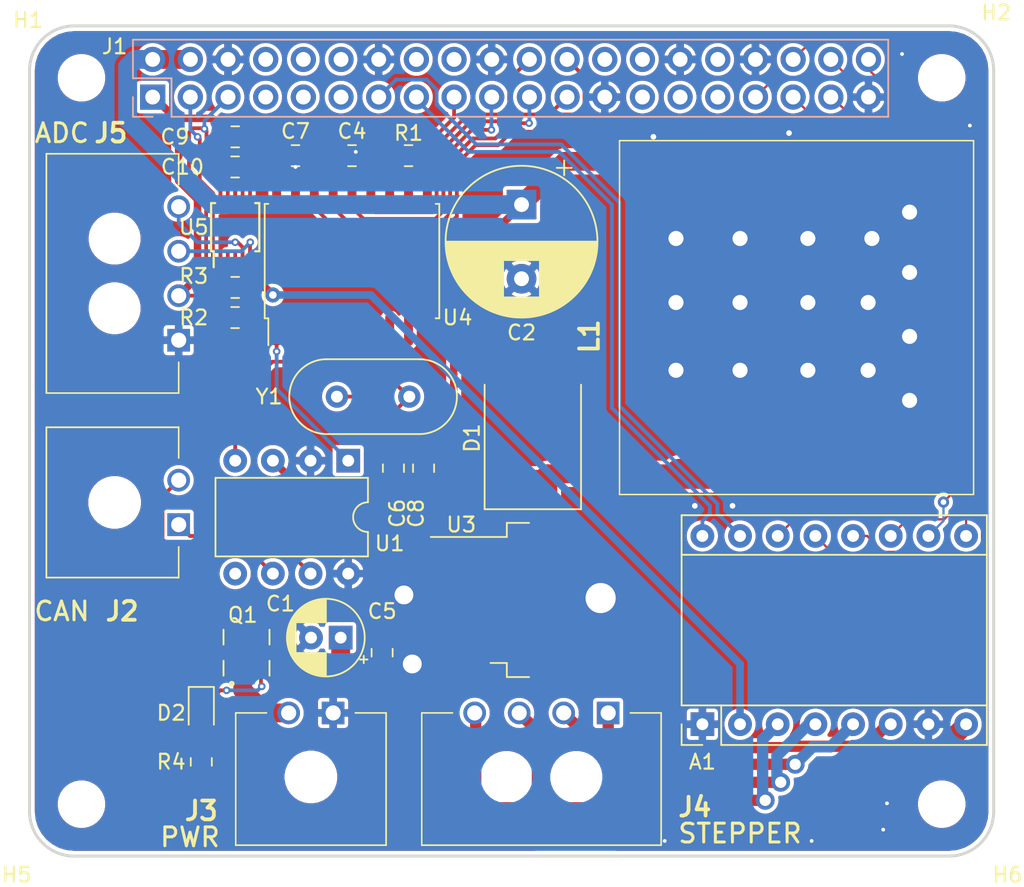
<source format=kicad_pcb>
(kicad_pcb (version 20171130) (host pcbnew "(5.1.9)-1")

  (general
    (thickness 1.6)
    (drawings 12)
    (tracks 514)
    (zones 0)
    (modules 32)
    (nets 36)
  )

  (page A)
  (title_block
    (title "Internet Interrupter v1")
    (rev 1)
    (company "Edje Electronics")
  )

  (layers
    (0 F.Cu signal)
    (31 B.Cu signal hide)
    (32 B.Adhes user)
    (33 F.Adhes user)
    (34 B.Paste user)
    (35 F.Paste user)
    (36 B.SilkS user)
    (37 F.SilkS user)
    (38 B.Mask user)
    (39 F.Mask user)
    (40 Dwgs.User user hide)
    (41 Cmts.User user hide)
    (42 Eco1.User user)
    (43 Eco2.User user)
    (44 Edge.Cuts user)
    (45 Margin user)
    (46 B.CrtYd user)
    (47 F.CrtYd user)
    (48 B.Fab user hide)
    (49 F.Fab user hide)
  )

  (setup
    (last_trace_width 0.25)
    (user_trace_width 0.1524)
    (user_trace_width 0.2)
    (user_trace_width 0.254)
    (user_trace_width 0.3)
    (user_trace_width 0.381)
    (user_trace_width 0.508)
    (user_trace_width 0.762)
    (user_trace_width 1.27)
    (trace_clearance 0.2)
    (zone_clearance 0.254)
    (zone_45_only yes)
    (trace_min 0.1524)
    (via_size 0.8)
    (via_drill 0.4)
    (via_min_size 0.381)
    (via_min_drill 0.254)
    (user_via 0.508 0.254)
    (user_via 0.508 0.381)
    (user_via 0.635 0.381)
    (user_via 0.762 0.508)
    (user_via 1.27 0.762)
    (user_via 2.032 1.016)
    (uvia_size 0.3)
    (uvia_drill 0.1)
    (uvias_allowed no)
    (uvia_min_size 0.2)
    (uvia_min_drill 0.1)
    (edge_width 0.2)
    (segment_width 0.1)
    (pcb_text_width 0.3)
    (pcb_text_size 1.5 1.5)
    (mod_edge_width 0.15)
    (mod_text_size 1 1)
    (mod_text_width 0.15)
    (pad_size 1.7272 1.7272)
    (pad_drill 1.016)
    (pad_to_mask_clearance 0.051)
    (solder_mask_min_width 0.25)
    (aux_axis_origin 0 0)
    (visible_elements 7FFFFFFF)
    (pcbplotparams
      (layerselection 0x010fc_ffffffff)
      (usegerberextensions false)
      (usegerberattributes false)
      (usegerberadvancedattributes false)
      (creategerberjobfile false)
      (excludeedgelayer true)
      (linewidth 0.100000)
      (plotframeref false)
      (viasonmask false)
      (mode 1)
      (useauxorigin false)
      (hpglpennumber 1)
      (hpglpenspeed 20)
      (hpglpendiameter 15.000000)
      (psnegative false)
      (psa4output false)
      (plotreference true)
      (plotvalue true)
      (plotinvisibletext false)
      (padsonsilk false)
      (subtractmaskfromsilk false)
      (outputformat 1)
      (mirror false)
      (drillshape 0)
      (scaleselection 1)
      (outputdirectory "outputs/"))
  )

  (net 0 "")
  (net 1 +5V)
  (net 2 GND)
  (net 3 "Net-(A1-Pad9)")
  (net 4 +3V3)
  (net 5 "Net-(A1-Pad10)")
  (net 6 "Net-(A1-Pad3)")
  (net 7 "Net-(A1-Pad11)")
  (net 8 "Net-(A1-Pad4)")
  (net 9 "Net-(A1-Pad12)")
  (net 10 "Net-(A1-Pad5)")
  (net 11 "Net-(A1-Pad13)")
  (net 12 "Net-(A1-Pad6)")
  (net 13 "Net-(A1-Pad14)")
  (net 14 "Net-(A1-Pad15)")
  (net 15 "Net-(A1-Pad16)")
  (net 16 "Net-(D1-Pad1)")
  (net 17 MOSI)
  (net 18 MISO)
  (net 19 SCK)
  (net 20 "Net-(J3-Pad2)")
  (net 21 "Net-(R1-Pad2)")
  (net 22 +12V)
  (net 23 "Net-(C6-Pad1)")
  (net 24 "Net-(C8-Pad1)")
  (net 25 "Net-(D2-Pad2)")
  (net 26 SDA)
  (net 27 SCL)
  (net 28 INT)
  (net 29 ~CS)
  (net 30 "Net-(J2-Pad2)")
  (net 31 "Net-(J2-Pad1)")
  (net 32 "Net-(J5-Pad4)")
  (net 33 "Net-(J5-Pad3)")
  (net 34 "Net-(U1-Pad4)")
  (net 35 "Net-(U1-Pad1)")

  (net_class Default "This is the default net class."
    (clearance 0.2)
    (trace_width 0.25)
    (via_dia 0.8)
    (via_drill 0.4)
    (uvia_dia 0.3)
    (uvia_drill 0.1)
    (add_net +12V)
    (add_net +3V3)
    (add_net +5V)
    (add_net GND)
    (add_net INT)
    (add_net MISO)
    (add_net MOSI)
    (add_net "Net-(A1-Pad10)")
    (add_net "Net-(A1-Pad11)")
    (add_net "Net-(A1-Pad12)")
    (add_net "Net-(A1-Pad13)")
    (add_net "Net-(A1-Pad14)")
    (add_net "Net-(A1-Pad15)")
    (add_net "Net-(A1-Pad16)")
    (add_net "Net-(A1-Pad3)")
    (add_net "Net-(A1-Pad4)")
    (add_net "Net-(A1-Pad5)")
    (add_net "Net-(A1-Pad6)")
    (add_net "Net-(A1-Pad9)")
    (add_net "Net-(C6-Pad1)")
    (add_net "Net-(C8-Pad1)")
    (add_net "Net-(D1-Pad1)")
    (add_net "Net-(D2-Pad2)")
    (add_net "Net-(J2-Pad1)")
    (add_net "Net-(J2-Pad2)")
    (add_net "Net-(J3-Pad2)")
    (add_net "Net-(J5-Pad3)")
    (add_net "Net-(J5-Pad4)")
    (add_net "Net-(R1-Pad2)")
    (add_net "Net-(U1-Pad1)")
    (add_net "Net-(U1-Pad4)")
    (add_net SCK)
    (add_net SCL)
    (add_net SDA)
    (add_net ~CS)
  )

  (net_class 10mil ""
    (clearance 0.1524)
    (trace_width 0.254)
    (via_dia 0.889)
    (via_drill 0.508)
    (uvia_dia 0.3)
    (uvia_drill 0.1)
  )

  (net_class 20mil ""
    (clearance 0.1524)
    (trace_width 0.508)
    (via_dia 1.016)
    (via_drill 0.635)
    (uvia_dia 0.3)
    (uvia_drill 0.1)
  )

  (net_class 50mil ""
    (clearance 0.1524)
    (trace_width 1.27)
    (via_dia 1.905)
    (via_drill 1.016)
    (uvia_dia 0.3)
    (uvia_drill 0.1)
  )

  (net_class 6mil ""
    (clearance 0.1524)
    (trace_width 0.1524)
    (via_dia 0.762)
    (via_drill 0.381)
    (uvia_dia 0.3)
    (uvia_drill 0.1)
  )

  (net_class Ethernet ""
    (clearance 0.2)
    (trace_width 0.2)
    (via_dia 0.8)
    (via_drill 0.4)
    (uvia_dia 0.3)
    (uvia_drill 0.1)
    (diff_pair_width 0.2)
    (diff_pair_gap 0.2)
  )

  (module Resistor_SMD:R_0805_2012Metric_Pad1.15x1.40mm_HandSolder (layer F.Cu) (tedit 5B36C52B) (tstamp 5E99416B)
    (at 130.048 79.502 180)
    (descr "Resistor SMD 0805 (2012 Metric), square (rectangular) end terminal, IPC_7351 nominal with elongated pad for handsoldering. (Body size source: https://docs.google.com/spreadsheets/d/1BsfQQcO9C6DZCsRaXUlFlo91Tg2WpOkGARC1WS5S8t0/edit?usp=sharing), generated with kicad-footprint-generator")
    (tags "resistor handsolder")
    (path /5E9D2A1E)
    (attr smd)
    (fp_text reference R1 (at 0 1.524) (layer F.SilkS)
      (effects (font (size 1 1) (thickness 0.15)))
    )
    (fp_text value 10k (at 0 1.65) (layer F.Fab)
      (effects (font (size 1 1) (thickness 0.15)))
    )
    (fp_line (start 1.85 0.95) (end -1.85 0.95) (layer F.CrtYd) (width 0.05))
    (fp_line (start 1.85 -0.95) (end 1.85 0.95) (layer F.CrtYd) (width 0.05))
    (fp_line (start -1.85 -0.95) (end 1.85 -0.95) (layer F.CrtYd) (width 0.05))
    (fp_line (start -1.85 0.95) (end -1.85 -0.95) (layer F.CrtYd) (width 0.05))
    (fp_line (start -0.261252 0.71) (end 0.261252 0.71) (layer F.SilkS) (width 0.12))
    (fp_line (start -0.261252 -0.71) (end 0.261252 -0.71) (layer F.SilkS) (width 0.12))
    (fp_line (start 1 0.6) (end -1 0.6) (layer F.Fab) (width 0.1))
    (fp_line (start 1 -0.6) (end 1 0.6) (layer F.Fab) (width 0.1))
    (fp_line (start -1 -0.6) (end 1 -0.6) (layer F.Fab) (width 0.1))
    (fp_line (start -1 0.6) (end -1 -0.6) (layer F.Fab) (width 0.1))
    (fp_text user %R (at 0 0) (layer F.Fab)
      (effects (font (size 0.5 0.5) (thickness 0.08)))
    )
    (pad 2 smd roundrect (at 1.025 0 180) (size 1.15 1.4) (layers F.Cu F.Paste F.Mask) (roundrect_rratio 0.217391)
      (net 21 "Net-(R1-Pad2)"))
    (pad 1 smd roundrect (at -1.025 0 180) (size 1.15 1.4) (layers F.Cu F.Paste F.Mask) (roundrect_rratio 0.217391)
      (net 4 +3V3))
    (model ${KISYS3DMOD}/Resistor_SMD.3dshapes/R_0805_2012Metric.wrl
      (at (xyz 0 0 0))
      (scale (xyz 1 1 1))
      (rotate (xyz 0 0 0))
    )
  )

  (module Diode_SMD:D_SMC (layer F.Cu) (tedit 5864295D) (tstamp 5E99408C)
    (at 138.43 98.552 90)
    (descr "Diode SMC (DO-214AB)")
    (tags "Diode SMC (DO-214AB)")
    (path /5EAF89EA)
    (attr smd)
    (fp_text reference D1 (at 0 -4.1 90) (layer F.SilkS)
      (effects (font (size 1 1) (thickness 0.15)))
    )
    (fp_text value "SL54-TP 5A" (at 0 4.2 90) (layer F.Fab)
      (effects (font (size 1 1) (thickness 0.15)))
    )
    (fp_line (start -4.8 3.25) (end -4.8 -3.25) (layer F.SilkS) (width 0.12))
    (fp_line (start 3.55 3.1) (end -3.55 3.1) (layer F.Fab) (width 0.1))
    (fp_line (start -3.55 3.1) (end -3.55 -3.1) (layer F.Fab) (width 0.1))
    (fp_line (start 3.55 -3.1) (end 3.55 3.1) (layer F.Fab) (width 0.1))
    (fp_line (start 3.55 -3.1) (end -3.55 -3.1) (layer F.Fab) (width 0.1))
    (fp_line (start -4.9 -3.35) (end 4.9 -3.35) (layer F.CrtYd) (width 0.05))
    (fp_line (start 4.9 -3.35) (end 4.9 3.35) (layer F.CrtYd) (width 0.05))
    (fp_line (start 4.9 3.35) (end -4.9 3.35) (layer F.CrtYd) (width 0.05))
    (fp_line (start -4.9 3.35) (end -4.9 -3.35) (layer F.CrtYd) (width 0.05))
    (fp_line (start -0.64944 0.00102) (end -1.55114 0.00102) (layer F.Fab) (width 0.1))
    (fp_line (start 0.50118 0.00102) (end 1.4994 0.00102) (layer F.Fab) (width 0.1))
    (fp_line (start -0.64944 -0.79908) (end -0.64944 0.80112) (layer F.Fab) (width 0.1))
    (fp_line (start 0.50118 0.75032) (end 0.50118 -0.79908) (layer F.Fab) (width 0.1))
    (fp_line (start -0.64944 0.00102) (end 0.50118 0.75032) (layer F.Fab) (width 0.1))
    (fp_line (start -0.64944 0.00102) (end 0.50118 -0.79908) (layer F.Fab) (width 0.1))
    (fp_line (start -4.8 3.25) (end 3.6 3.25) (layer F.SilkS) (width 0.12))
    (fp_line (start -4.8 -3.25) (end 3.6 -3.25) (layer F.SilkS) (width 0.12))
    (fp_text user %R (at 0 -1.9 90) (layer F.Fab)
      (effects (font (size 1 1) (thickness 0.15)))
    )
    (pad 1 smd rect (at -3.4 0 180) (size 3.3 2.5) (layers F.Cu F.Paste F.Mask)
      (net 16 "Net-(D1-Pad1)"))
    (pad 2 smd rect (at 3.4 0 180) (size 3.3 2.5) (layers F.Cu F.Paste F.Mask)
      (net 2 GND))
    (model ${KISYS3DMOD}/Diode_SMD.3dshapes/D_SMC.wrl
      (at (xyz 0 0 0))
      (scale (xyz 1 1 1))
      (rotate (xyz 0 0 0))
    )
  )

  (module Mouser_Parts:214450554 (layer F.Cu) (tedit 0) (tstamp 61A7192A)
    (at 143.51 117.094)
    (descr 2-1445055-4-2)
    (tags Connector)
    (path /61DE772E)
    (fp_text reference J4 (at 5.842 6.35) (layer F.SilkS)
      (effects (font (size 1.27 1.27) (thickness 0.254)))
    )
    (fp_text value Conn_01x04 (at -4.5 4.077) (layer F.SilkS) hide
      (effects (font (size 1.27 1.27) (thickness 0.254)))
    )
    (fp_line (start -13.57 9.92) (end -13.57 -1.765) (layer F.CrtYd) (width 0.1))
    (fp_line (start 4.57 9.92) (end -13.57 9.92) (layer F.CrtYd) (width 0.1))
    (fp_line (start 4.57 -1.765) (end 4.57 9.92) (layer F.CrtYd) (width 0.1))
    (fp_line (start -13.57 -1.765) (end 4.57 -1.765) (layer F.CrtYd) (width 0.1))
    (fp_line (start -12.57 0) (end -12.57 0) (layer F.SilkS) (width 0.1))
    (fp_line (start -10.5 0) (end -12.57 0) (layer F.SilkS) (width 0.1))
    (fp_line (start -10.5 0) (end -10.5 0) (layer F.SilkS) (width 0.1))
    (fp_line (start -12.57 0) (end -10.5 0) (layer F.SilkS) (width 0.1))
    (fp_line (start -12.57 0) (end -12.57 8.92) (layer F.SilkS) (width 0.1))
    (fp_line (start -12.57 0) (end -12.57 0) (layer F.SilkS) (width 0.1))
    (fp_line (start -12.57 8.92) (end -12.57 0) (layer F.SilkS) (width 0.1))
    (fp_line (start -12.57 8.92) (end -12.57 8.92) (layer F.SilkS) (width 0.1))
    (fp_line (start 3.57 8.92) (end 3.57 8.92) (layer F.SilkS) (width 0.1))
    (fp_line (start -12.57 8.92) (end 3.57 8.92) (layer F.SilkS) (width 0.1))
    (fp_line (start -12.57 8.92) (end -12.57 8.92) (layer F.SilkS) (width 0.1))
    (fp_line (start 3.57 8.92) (end -12.57 8.92) (layer F.SilkS) (width 0.1))
    (fp_line (start 3.57 8.92) (end 3.57 0) (layer F.SilkS) (width 0.1))
    (fp_line (start 3.57 8.92) (end 3.57 8.92) (layer F.SilkS) (width 0.1))
    (fp_line (start 3.57 0) (end 3.57 8.92) (layer F.SilkS) (width 0.1))
    (fp_line (start 3.57 0) (end 3.57 0) (layer F.SilkS) (width 0.1))
    (fp_line (start 1.5 0) (end 1.5 0) (layer F.SilkS) (width 0.1))
    (fp_line (start 3.57 0) (end 1.5 0) (layer F.SilkS) (width 0.1))
    (fp_line (start 3.57 0) (end 3.57 0) (layer F.SilkS) (width 0.1))
    (fp_line (start 1.5 0) (end 3.57 0) (layer F.SilkS) (width 0.1))
    (fp_line (start -12.57 0) (end -12.57 8.92) (layer F.Fab) (width 0.2))
    (fp_line (start 3.57 0) (end -12.57 0) (layer F.Fab) (width 0.2))
    (fp_line (start 3.57 8.92) (end 3.57 0) (layer F.Fab) (width 0.2))
    (fp_line (start -12.57 8.92) (end 3.57 8.92) (layer F.Fab) (width 0.2))
    (fp_text user %R (at -4.5 4.077) (layer F.Fab)
      (effects (font (size 1.27 1.27) (thickness 0.254)))
    )
    (pad MH2 np_thru_hole circle (at -6.85 4.32) (size 3 0) (drill 3) (layers *.Cu *.Mask))
    (pad MH1 np_thru_hole circle (at -2.15 4.32) (size 3 0) (drill 3) (layers *.Cu *.Mask))
    (pad 4 thru_hole circle (at -9 0) (size 1.53 1.53) (drill 1.02) (layers *.Cu *.Mask)
      (net 6 "Net-(A1-Pad3)"))
    (pad 3 thru_hole circle (at -6 0) (size 1.53 1.53) (drill 1.02) (layers *.Cu *.Mask)
      (net 8 "Net-(A1-Pad4)"))
    (pad 2 thru_hole circle (at -3 0) (size 1.53 1.53) (drill 1.02) (layers *.Cu *.Mask)
      (net 10 "Net-(A1-Pad5)"))
    (pad 1 thru_hole rect (at 0 0) (size 1.53 1.53) (drill 1.02) (layers *.Cu *.Mask)
      (net 12 "Net-(A1-Pad6)"))
    (model C:\Users\WirickD\Documents\KiCad\SamacSys_Parts.3dshapes\2-1445055-4.stp
      (offset (xyz -4.499999932416815 -8.879999981076789 2.190000024329962))
      (scale (xyz 1 1 1))
      (rotate (xyz -90 0 0))
    )
  )

  (module Crystal:Crystal_HC49-U_Vertical (layer F.Cu) (tedit 5A1AD3B8) (tstamp 61A71AAF)
    (at 125.222 95.758)
    (descr "Crystal THT HC-49/U http://5hertz.com/pdfs/04404_D.pdf")
    (tags "THT crystalHC-49/U")
    (path /61BCF75C)
    (fp_text reference Y1 (at -4.572 0) (layer F.SilkS)
      (effects (font (size 1 1) (thickness 0.15)))
    )
    (fp_text value 8Mhz (at 2.44 3.525) (layer F.Fab)
      (effects (font (size 1 1) (thickness 0.15)))
    )
    (fp_line (start 8.4 -2.8) (end -3.5 -2.8) (layer F.CrtYd) (width 0.05))
    (fp_line (start 8.4 2.8) (end 8.4 -2.8) (layer F.CrtYd) (width 0.05))
    (fp_line (start -3.5 2.8) (end 8.4 2.8) (layer F.CrtYd) (width 0.05))
    (fp_line (start -3.5 -2.8) (end -3.5 2.8) (layer F.CrtYd) (width 0.05))
    (fp_line (start -0.685 2.525) (end 5.565 2.525) (layer F.SilkS) (width 0.12))
    (fp_line (start -0.685 -2.525) (end 5.565 -2.525) (layer F.SilkS) (width 0.12))
    (fp_line (start -0.56 2) (end 5.44 2) (layer F.Fab) (width 0.1))
    (fp_line (start -0.56 -2) (end 5.44 -2) (layer F.Fab) (width 0.1))
    (fp_line (start -0.685 2.325) (end 5.565 2.325) (layer F.Fab) (width 0.1))
    (fp_line (start -0.685 -2.325) (end 5.565 -2.325) (layer F.Fab) (width 0.1))
    (fp_arc (start 5.565 0) (end 5.565 -2.525) (angle 180) (layer F.SilkS) (width 0.12))
    (fp_arc (start -0.685 0) (end -0.685 -2.525) (angle -180) (layer F.SilkS) (width 0.12))
    (fp_arc (start 5.44 0) (end 5.44 -2) (angle 180) (layer F.Fab) (width 0.1))
    (fp_arc (start -0.56 0) (end -0.56 -2) (angle -180) (layer F.Fab) (width 0.1))
    (fp_arc (start 5.565 0) (end 5.565 -2.325) (angle 180) (layer F.Fab) (width 0.1))
    (fp_arc (start -0.685 0) (end -0.685 -2.325) (angle -180) (layer F.Fab) (width 0.1))
    (fp_text user %R (at 2.44 0) (layer F.Fab)
      (effects (font (size 1 1) (thickness 0.15)))
    )
    (pad 2 thru_hole circle (at 4.88 0) (size 1.5 1.5) (drill 0.8) (layers *.Cu *.Mask)
      (net 24 "Net-(C8-Pad1)"))
    (pad 1 thru_hole circle (at 0 0) (size 1.5 1.5) (drill 0.8) (layers *.Cu *.Mask)
      (net 23 "Net-(C6-Pad1)"))
    (model ${KISYS3DMOD}/Crystal.3dshapes/Crystal_HC49-U_Vertical.wrl
      (at (xyz 0 0 0))
      (scale (xyz 1 1 1))
      (rotate (xyz 0 0 0))
    )
  )

  (module Package_SO:TSSOP-10_3x3mm_P0.5mm (layer F.Cu) (tedit 5F3E4A84) (tstamp 61A71A98)
    (at 118.364 84.328 90)
    (descr "TSSOP10: plastic thin shrink small outline package; 10 leads; body width 3 mm; (see NXP SSOP-TSSOP-VSO-REFLOW.pdf and sot552-1_po.pdf)")
    (tags "SSOP 0.5")
    (path /61E528E8)
    (attr smd)
    (fp_text reference U5 (at 0 -2.794 180) (layer F.SilkS)
      (effects (font (size 1 1) (thickness 0.15)))
    )
    (fp_text value ADS1013IDGS (at 0 2.55 90) (layer F.Fab)
      (effects (font (size 1 1) (thickness 0.15)))
    )
    (fp_line (start -0.5 -1.5) (end 1.5 -1.5) (layer F.Fab) (width 0.1))
    (fp_line (start 1.5 -1.5) (end 1.5 1.5) (layer F.Fab) (width 0.1))
    (fp_line (start 1.5 1.5) (end -1.5 1.5) (layer F.Fab) (width 0.1))
    (fp_line (start -1.5 1.5) (end -1.5 -0.5) (layer F.Fab) (width 0.1))
    (fp_line (start -1.5 -0.5) (end -0.5 -1.5) (layer F.Fab) (width 0.1))
    (fp_line (start -2.95 -1.8) (end -2.95 1.8) (layer F.CrtYd) (width 0.05))
    (fp_line (start 2.95 -1.8) (end 2.95 1.8) (layer F.CrtYd) (width 0.05))
    (fp_line (start -2.95 -1.8) (end 2.95 -1.8) (layer F.CrtYd) (width 0.05))
    (fp_line (start -2.95 1.8) (end 2.95 1.8) (layer F.CrtYd) (width 0.05))
    (fp_line (start -1.625 -1.625) (end -1.625 -1.45) (layer F.SilkS) (width 0.15))
    (fp_line (start 1.625 -1.625) (end 1.625 -1.35) (layer F.SilkS) (width 0.15))
    (fp_line (start 1.625 1.625) (end 1.625 1.35) (layer F.SilkS) (width 0.15))
    (fp_line (start -1.625 1.625) (end -1.625 1.35) (layer F.SilkS) (width 0.15))
    (fp_line (start -1.625 -1.625) (end 1.625 -1.625) (layer F.SilkS) (width 0.15))
    (fp_line (start -1.625 1.625) (end 1.625 1.625) (layer F.SilkS) (width 0.15))
    (fp_line (start -1.625 -1.45) (end -2.7 -1.45) (layer F.SilkS) (width 0.15))
    (fp_text user %R (at 0 0 90) (layer F.Fab)
      (effects (font (size 0.6 0.6) (thickness 0.1)))
    )
    (pad 10 smd rect (at 2.15 -1 90) (size 1.1 0.25) (layers F.Cu F.Paste F.Mask)
      (net 27 SCL))
    (pad 9 smd rect (at 2.15 -0.5 90) (size 1.1 0.25) (layers F.Cu F.Paste F.Mask)
      (net 26 SDA))
    (pad 8 smd rect (at 2.15 0 90) (size 1.1 0.25) (layers F.Cu F.Paste F.Mask)
      (net 4 +3V3))
    (pad 7 smd rect (at 2.15 0.5 90) (size 1.1 0.25) (layers F.Cu F.Paste F.Mask))
    (pad 6 smd rect (at 2.15 1 90) (size 1.1 0.25) (layers F.Cu F.Paste F.Mask))
    (pad 5 smd rect (at -2.15 1 90) (size 1.1 0.25) (layers F.Cu F.Paste F.Mask)
      (net 33 "Net-(J5-Pad3)"))
    (pad 4 smd rect (at -2.15 0.5 90) (size 1.1 0.25) (layers F.Cu F.Paste F.Mask)
      (net 32 "Net-(J5-Pad4)"))
    (pad 3 smd rect (at -2.15 0 90) (size 1.1 0.25) (layers F.Cu F.Paste F.Mask)
      (net 2 GND))
    (pad 2 smd rect (at -2.15 -0.5 90) (size 1.1 0.25) (layers F.Cu F.Paste F.Mask))
    (pad 1 smd rect (at -2.15 -1 90) (size 1.1 0.25) (layers F.Cu F.Paste F.Mask)
      (net 2 GND))
    (model ${KISYS3DMOD}/Package_SO.3dshapes/TSSOP-10_3x3mm_P0.5mm.wrl
      (at (xyz 0 0 0))
      (scale (xyz 1 1 1))
      (rotate (xyz 0 0 0))
    )
  )

  (module Package_SO:SOIC-18W_7.5x11.6mm_P1.27mm (layer F.Cu) (tedit 5D9F72B1) (tstamp 61A71D0A)
    (at 126.238 86.614 90)
    (descr "SOIC, 18 Pin (JEDEC MS-013AB, https://www.analog.com/media/en/package-pcb-resources/package/33254132129439rw_18.pdf), generated with kicad-footprint-generator ipc_gullwing_generator.py")
    (tags "SOIC SO")
    (path /61A66931)
    (attr smd)
    (fp_text reference U4 (at -3.81 7.112 180) (layer F.SilkS)
      (effects (font (size 1 1) (thickness 0.15)))
    )
    (fp_text value MCP2515-xSO (at 0 6.72 90) (layer F.Fab)
      (effects (font (size 1 1) (thickness 0.15)))
    )
    (fp_line (start 5.93 -6.02) (end -5.93 -6.02) (layer F.CrtYd) (width 0.05))
    (fp_line (start 5.93 6.02) (end 5.93 -6.02) (layer F.CrtYd) (width 0.05))
    (fp_line (start -5.93 6.02) (end 5.93 6.02) (layer F.CrtYd) (width 0.05))
    (fp_line (start -5.93 -6.02) (end -5.93 6.02) (layer F.CrtYd) (width 0.05))
    (fp_line (start -3.75 -4.775) (end -2.75 -5.775) (layer F.Fab) (width 0.1))
    (fp_line (start -3.75 5.775) (end -3.75 -4.775) (layer F.Fab) (width 0.1))
    (fp_line (start 3.75 5.775) (end -3.75 5.775) (layer F.Fab) (width 0.1))
    (fp_line (start 3.75 -5.775) (end 3.75 5.775) (layer F.Fab) (width 0.1))
    (fp_line (start -2.75 -5.775) (end 3.75 -5.775) (layer F.Fab) (width 0.1))
    (fp_line (start -3.86 -5.64) (end -5.675 -5.64) (layer F.SilkS) (width 0.12))
    (fp_line (start -3.86 -5.885) (end -3.86 -5.64) (layer F.SilkS) (width 0.12))
    (fp_line (start 0 -5.885) (end -3.86 -5.885) (layer F.SilkS) (width 0.12))
    (fp_line (start 3.86 -5.885) (end 3.86 -5.64) (layer F.SilkS) (width 0.12))
    (fp_line (start 0 -5.885) (end 3.86 -5.885) (layer F.SilkS) (width 0.12))
    (fp_line (start -3.86 5.885) (end -3.86 5.64) (layer F.SilkS) (width 0.12))
    (fp_line (start 0 5.885) (end -3.86 5.885) (layer F.SilkS) (width 0.12))
    (fp_line (start 3.86 5.885) (end 3.86 5.64) (layer F.SilkS) (width 0.12))
    (fp_line (start 0 5.885) (end 3.86 5.885) (layer F.SilkS) (width 0.12))
    (fp_text user %R (at 0 0 90) (layer F.Fab)
      (effects (font (size 1 1) (thickness 0.15)))
    )
    (pad 18 smd roundrect (at 4.65 -5.08 90) (size 2.05 0.6) (layers F.Cu F.Paste F.Mask) (roundrect_rratio 0.25)
      (net 4 +3V3))
    (pad 17 smd roundrect (at 4.65 -3.81 90) (size 2.05 0.6) (layers F.Cu F.Paste F.Mask) (roundrect_rratio 0.25)
      (net 21 "Net-(R1-Pad2)"))
    (pad 16 smd roundrect (at 4.65 -2.54 90) (size 2.05 0.6) (layers F.Cu F.Paste F.Mask) (roundrect_rratio 0.25)
      (net 29 ~CS))
    (pad 15 smd roundrect (at 4.65 -1.27 90) (size 2.05 0.6) (layers F.Cu F.Paste F.Mask) (roundrect_rratio 0.25)
      (net 18 MISO))
    (pad 14 smd roundrect (at 4.65 0 90) (size 2.05 0.6) (layers F.Cu F.Paste F.Mask) (roundrect_rratio 0.25)
      (net 17 MOSI))
    (pad 13 smd roundrect (at 4.65 1.27 90) (size 2.05 0.6) (layers F.Cu F.Paste F.Mask) (roundrect_rratio 0.25)
      (net 19 SCK))
    (pad 12 smd roundrect (at 4.65 2.54 90) (size 2.05 0.6) (layers F.Cu F.Paste F.Mask) (roundrect_rratio 0.25)
      (net 28 INT))
    (pad 11 smd roundrect (at 4.65 3.81 90) (size 2.05 0.6) (layers F.Cu F.Paste F.Mask) (roundrect_rratio 0.25))
    (pad 10 smd roundrect (at 4.65 5.08 90) (size 2.05 0.6) (layers F.Cu F.Paste F.Mask) (roundrect_rratio 0.25))
    (pad 9 smd roundrect (at -4.65 5.08 90) (size 2.05 0.6) (layers F.Cu F.Paste F.Mask) (roundrect_rratio 0.25)
      (net 2 GND))
    (pad 8 smd roundrect (at -4.65 3.81 90) (size 2.05 0.6) (layers F.Cu F.Paste F.Mask) (roundrect_rratio 0.25)
      (net 24 "Net-(C8-Pad1)"))
    (pad 7 smd roundrect (at -4.65 2.54 90) (size 2.05 0.6) (layers F.Cu F.Paste F.Mask) (roundrect_rratio 0.25)
      (net 23 "Net-(C6-Pad1)"))
    (pad 6 smd roundrect (at -4.65 1.27 90) (size 2.05 0.6) (layers F.Cu F.Paste F.Mask) (roundrect_rratio 0.25))
    (pad 5 smd roundrect (at -4.65 0 90) (size 2.05 0.6) (layers F.Cu F.Paste F.Mask) (roundrect_rratio 0.25))
    (pad 4 smd roundrect (at -4.65 -1.27 90) (size 2.05 0.6) (layers F.Cu F.Paste F.Mask) (roundrect_rratio 0.25))
    (pad 3 smd roundrect (at -4.65 -2.54 90) (size 2.05 0.6) (layers F.Cu F.Paste F.Mask) (roundrect_rratio 0.25))
    (pad 2 smd roundrect (at -4.65 -3.81 90) (size 2.05 0.6) (layers F.Cu F.Paste F.Mask) (roundrect_rratio 0.25)
      (net 34 "Net-(U1-Pad4)"))
    (pad 1 smd roundrect (at -4.65 -5.08 90) (size 2.05 0.6) (layers F.Cu F.Paste F.Mask) (roundrect_rratio 0.25)
      (net 35 "Net-(U1-Pad1)"))
    (model ${KISYS3DMOD}/Package_SO.3dshapes/SOIC-18W_7.5x11.6mm_P1.27mm.wrl
      (at (xyz 0 0 0))
      (scale (xyz 1 1 1))
      (rotate (xyz 0 0 0))
    )
  )

  (module Package_DIP:DIP-8_W7.62mm (layer F.Cu) (tedit 5A02E8C5) (tstamp 61A719F2)
    (at 125.984 100.076 270)
    (descr "8-lead though-hole mounted DIP package, row spacing 7.62 mm (300 mils)")
    (tags "THT DIP DIL PDIP 2.54mm 7.62mm 300mil")
    (path /61A6447B)
    (fp_text reference U1 (at 5.588 -2.794 180) (layer F.SilkS)
      (effects (font (size 1 1) (thickness 0.15)))
    )
    (fp_text value MCP2551-I_P (at 3.81 9.95 90) (layer F.Fab)
      (effects (font (size 1 1) (thickness 0.15)))
    )
    (fp_line (start 8.7 -1.55) (end -1.1 -1.55) (layer F.CrtYd) (width 0.05))
    (fp_line (start 8.7 9.15) (end 8.7 -1.55) (layer F.CrtYd) (width 0.05))
    (fp_line (start -1.1 9.15) (end 8.7 9.15) (layer F.CrtYd) (width 0.05))
    (fp_line (start -1.1 -1.55) (end -1.1 9.15) (layer F.CrtYd) (width 0.05))
    (fp_line (start 6.46 -1.33) (end 4.81 -1.33) (layer F.SilkS) (width 0.12))
    (fp_line (start 6.46 8.95) (end 6.46 -1.33) (layer F.SilkS) (width 0.12))
    (fp_line (start 1.16 8.95) (end 6.46 8.95) (layer F.SilkS) (width 0.12))
    (fp_line (start 1.16 -1.33) (end 1.16 8.95) (layer F.SilkS) (width 0.12))
    (fp_line (start 2.81 -1.33) (end 1.16 -1.33) (layer F.SilkS) (width 0.12))
    (fp_line (start 0.635 -0.27) (end 1.635 -1.27) (layer F.Fab) (width 0.1))
    (fp_line (start 0.635 8.89) (end 0.635 -0.27) (layer F.Fab) (width 0.1))
    (fp_line (start 6.985 8.89) (end 0.635 8.89) (layer F.Fab) (width 0.1))
    (fp_line (start 6.985 -1.27) (end 6.985 8.89) (layer F.Fab) (width 0.1))
    (fp_line (start 1.635 -1.27) (end 6.985 -1.27) (layer F.Fab) (width 0.1))
    (fp_text user %R (at 3.81 3.81 90) (layer F.Fab)
      (effects (font (size 1 1) (thickness 0.15)))
    )
    (fp_arc (start 3.81 -1.33) (end 2.81 -1.33) (angle -180) (layer F.SilkS) (width 0.12))
    (pad 8 thru_hole oval (at 7.62 0 270) (size 1.6 1.6) (drill 0.8) (layers *.Cu *.Mask)
      (net 2 GND))
    (pad 4 thru_hole oval (at 0 7.62 270) (size 1.6 1.6) (drill 0.8) (layers *.Cu *.Mask)
      (net 34 "Net-(U1-Pad4)"))
    (pad 7 thru_hole oval (at 7.62 2.54 270) (size 1.6 1.6) (drill 0.8) (layers *.Cu *.Mask)
      (net 31 "Net-(J2-Pad1)"))
    (pad 3 thru_hole oval (at 0 5.08 270) (size 1.6 1.6) (drill 0.8) (layers *.Cu *.Mask)
      (net 1 +5V))
    (pad 6 thru_hole oval (at 7.62 5.08 270) (size 1.6 1.6) (drill 0.8) (layers *.Cu *.Mask)
      (net 30 "Net-(J2-Pad2)"))
    (pad 2 thru_hole oval (at 0 2.54 270) (size 1.6 1.6) (drill 0.8) (layers *.Cu *.Mask)
      (net 2 GND))
    (pad 5 thru_hole oval (at 7.62 7.62 270) (size 1.6 1.6) (drill 0.8) (layers *.Cu *.Mask))
    (pad 1 thru_hole rect (at 0 0 270) (size 1.6 1.6) (drill 0.8) (layers *.Cu *.Mask)
      (net 35 "Net-(U1-Pad1)"))
    (model ${KISYS3DMOD}/Package_DIP.3dshapes/DIP-8_W7.62mm.wrl
      (at (xyz 0 0 0))
      (scale (xyz 1 1 1))
      (rotate (xyz 0 0 0))
    )
  )

  (module Resistor_SMD:R_0805_2012Metric_Pad1.15x1.40mm_HandSolder (layer F.Cu) (tedit 5B36C52B) (tstamp 61A719D6)
    (at 116.078 120.396 90)
    (descr "Resistor SMD 0805 (2012 Metric), square (rectangular) end terminal, IPC_7351 nominal with elongated pad for handsoldering. (Body size source: https://docs.google.com/spreadsheets/d/1BsfQQcO9C6DZCsRaXUlFlo91Tg2WpOkGARC1WS5S8t0/edit?usp=sharing), generated with kicad-footprint-generator")
    (tags "resistor handsolder")
    (path /61AC9536)
    (attr smd)
    (fp_text reference R4 (at 0 -2.032 180) (layer F.SilkS)
      (effects (font (size 1 1) (thickness 0.15)))
    )
    (fp_text value 10k (at 0 1.65 90) (layer F.Fab)
      (effects (font (size 1 1) (thickness 0.15)))
    )
    (fp_line (start 1.85 0.95) (end -1.85 0.95) (layer F.CrtYd) (width 0.05))
    (fp_line (start 1.85 -0.95) (end 1.85 0.95) (layer F.CrtYd) (width 0.05))
    (fp_line (start -1.85 -0.95) (end 1.85 -0.95) (layer F.CrtYd) (width 0.05))
    (fp_line (start -1.85 0.95) (end -1.85 -0.95) (layer F.CrtYd) (width 0.05))
    (fp_line (start -0.261252 0.71) (end 0.261252 0.71) (layer F.SilkS) (width 0.12))
    (fp_line (start -0.261252 -0.71) (end 0.261252 -0.71) (layer F.SilkS) (width 0.12))
    (fp_line (start 1 0.6) (end -1 0.6) (layer F.Fab) (width 0.1))
    (fp_line (start 1 -0.6) (end 1 0.6) (layer F.Fab) (width 0.1))
    (fp_line (start -1 -0.6) (end 1 -0.6) (layer F.Fab) (width 0.1))
    (fp_line (start -1 0.6) (end -1 -0.6) (layer F.Fab) (width 0.1))
    (fp_text user %R (at 0 0 90) (layer F.Fab)
      (effects (font (size 0.5 0.5) (thickness 0.08)))
    )
    (pad 2 smd roundrect (at 1.025 0 90) (size 1.15 1.4) (layers F.Cu F.Paste F.Mask) (roundrect_rratio 0.217391)
      (net 25 "Net-(D2-Pad2)"))
    (pad 1 smd roundrect (at -1.025 0 90) (size 1.15 1.4) (layers F.Cu F.Paste F.Mask) (roundrect_rratio 0.217391)
      (net 2 GND))
    (model ${KISYS3DMOD}/Resistor_SMD.3dshapes/R_0805_2012Metric.wrl
      (at (xyz 0 0 0))
      (scale (xyz 1 1 1))
      (rotate (xyz 0 0 0))
    )
  )

  (module Resistor_SMD:R_0805_2012Metric_Pad1.15x1.40mm_HandSolder (layer F.Cu) (tedit 5B36C52B) (tstamp 61A719C5)
    (at 118.364 88.392)
    (descr "Resistor SMD 0805 (2012 Metric), square (rectangular) end terminal, IPC_7351 nominal with elongated pad for handsoldering. (Body size source: https://docs.google.com/spreadsheets/d/1BsfQQcO9C6DZCsRaXUlFlo91Tg2WpOkGARC1WS5S8t0/edit?usp=sharing), generated with kicad-footprint-generator")
    (tags "resistor handsolder")
    (path /61C90EE3)
    (attr smd)
    (fp_text reference R3 (at -2.794 -0.762) (layer F.SilkS)
      (effects (font (size 1 1) (thickness 0.15)))
    )
    (fp_text value 4.7k (at 0 1.65) (layer F.Fab)
      (effects (font (size 1 1) (thickness 0.15)))
    )
    (fp_line (start 1.85 0.95) (end -1.85 0.95) (layer F.CrtYd) (width 0.05))
    (fp_line (start 1.85 -0.95) (end 1.85 0.95) (layer F.CrtYd) (width 0.05))
    (fp_line (start -1.85 -0.95) (end 1.85 -0.95) (layer F.CrtYd) (width 0.05))
    (fp_line (start -1.85 0.95) (end -1.85 -0.95) (layer F.CrtYd) (width 0.05))
    (fp_line (start -0.261252 0.71) (end 0.261252 0.71) (layer F.SilkS) (width 0.12))
    (fp_line (start -0.261252 -0.71) (end 0.261252 -0.71) (layer F.SilkS) (width 0.12))
    (fp_line (start 1 0.6) (end -1 0.6) (layer F.Fab) (width 0.1))
    (fp_line (start 1 -0.6) (end 1 0.6) (layer F.Fab) (width 0.1))
    (fp_line (start -1 -0.6) (end 1 -0.6) (layer F.Fab) (width 0.1))
    (fp_line (start -1 0.6) (end -1 -0.6) (layer F.Fab) (width 0.1))
    (fp_text user %R (at 0 0) (layer F.Fab)
      (effects (font (size 0.5 0.5) (thickness 0.08)))
    )
    (pad 2 smd roundrect (at 1.025 0) (size 1.15 1.4) (layers F.Cu F.Paste F.Mask) (roundrect_rratio 0.217391)
      (net 4 +3V3))
    (pad 1 smd roundrect (at -1.025 0) (size 1.15 1.4) (layers F.Cu F.Paste F.Mask) (roundrect_rratio 0.217391)
      (net 26 SDA))
    (model ${KISYS3DMOD}/Resistor_SMD.3dshapes/R_0805_2012Metric.wrl
      (at (xyz 0 0 0))
      (scale (xyz 1 1 1))
      (rotate (xyz 0 0 0))
    )
  )

  (module Resistor_SMD:R_0805_2012Metric_Pad1.15x1.40mm_HandSolder (layer F.Cu) (tedit 5B36C52B) (tstamp 61A719B4)
    (at 118.355 90.424)
    (descr "Resistor SMD 0805 (2012 Metric), square (rectangular) end terminal, IPC_7351 nominal with elongated pad for handsoldering. (Body size source: https://docs.google.com/spreadsheets/d/1BsfQQcO9C6DZCsRaXUlFlo91Tg2WpOkGARC1WS5S8t0/edit?usp=sharing), generated with kicad-footprint-generator")
    (tags "resistor handsolder")
    (path /61C917D1)
    (attr smd)
    (fp_text reference R2 (at -2.785 0) (layer F.SilkS)
      (effects (font (size 1 1) (thickness 0.15)))
    )
    (fp_text value 4.7k (at 0 1.65) (layer F.Fab)
      (effects (font (size 1 1) (thickness 0.15)))
    )
    (fp_line (start 1.85 0.95) (end -1.85 0.95) (layer F.CrtYd) (width 0.05))
    (fp_line (start 1.85 -0.95) (end 1.85 0.95) (layer F.CrtYd) (width 0.05))
    (fp_line (start -1.85 -0.95) (end 1.85 -0.95) (layer F.CrtYd) (width 0.05))
    (fp_line (start -1.85 0.95) (end -1.85 -0.95) (layer F.CrtYd) (width 0.05))
    (fp_line (start -0.261252 0.71) (end 0.261252 0.71) (layer F.SilkS) (width 0.12))
    (fp_line (start -0.261252 -0.71) (end 0.261252 -0.71) (layer F.SilkS) (width 0.12))
    (fp_line (start 1 0.6) (end -1 0.6) (layer F.Fab) (width 0.1))
    (fp_line (start 1 -0.6) (end 1 0.6) (layer F.Fab) (width 0.1))
    (fp_line (start -1 -0.6) (end 1 -0.6) (layer F.Fab) (width 0.1))
    (fp_line (start -1 0.6) (end -1 -0.6) (layer F.Fab) (width 0.1))
    (fp_text user %R (at 0 0) (layer F.Fab)
      (effects (font (size 0.5 0.5) (thickness 0.08)))
    )
    (pad 2 smd roundrect (at 1.025 0) (size 1.15 1.4) (layers F.Cu F.Paste F.Mask) (roundrect_rratio 0.217391)
      (net 4 +3V3))
    (pad 1 smd roundrect (at -1.025 0) (size 1.15 1.4) (layers F.Cu F.Paste F.Mask) (roundrect_rratio 0.217391)
      (net 27 SCL))
    (model ${KISYS3DMOD}/Resistor_SMD.3dshapes/R_0805_2012Metric.wrl
      (at (xyz 0 0 0))
      (scale (xyz 1 1 1))
      (rotate (xyz 0 0 0))
    )
  )

  (module Local_Transistors:TRANS_AONR21321 (layer F.Cu) (tedit 61A6BE04) (tstamp 61A71993)
    (at 119.126 113.03 90)
    (path /61B54633)
    (fp_text reference Q1 (at 2.54 -0.254 180) (layer F.SilkS)
      (effects (font (size 1 1) (thickness 0.15)))
    )
    (fp_text value AONR21321 (at 6.985 3.175 90) (layer F.Fab)
      (effects (font (size 1 1) (thickness 0.15)))
    )
    (fp_circle (center -2.1 -1) (end -2 -1) (layer F.Fab) (width 0.2))
    (fp_line (start -1.9 1.855) (end -1.9 -1.855) (layer F.CrtYd) (width 0.05))
    (fp_line (start 1.9 1.855) (end -1.9 1.855) (layer F.CrtYd) (width 0.05))
    (fp_line (start 1.9 -1.855) (end 1.9 1.855) (layer F.CrtYd) (width 0.05))
    (fp_line (start -1.9 -1.855) (end 1.9 -1.855) (layer F.CrtYd) (width 0.05))
    (fp_line (start 0.55 1.55) (end 1.55 1.55) (layer F.SilkS) (width 0.127))
    (fp_line (start -0.55 1.55) (end -1.55 1.55) (layer F.SilkS) (width 0.127))
    (fp_line (start 0.55 -1.55) (end 1.55 -1.55) (layer F.SilkS) (width 0.127))
    (fp_line (start -0.55 -1.55) (end -1.55 -1.55) (layer F.SilkS) (width 0.127))
    (fp_line (start -1.55 -1.55) (end 1.55 -1.55) (layer F.Fab) (width 0.127))
    (fp_line (start -1.55 1.55) (end -1.55 -1.55) (layer F.Fab) (width 0.127))
    (fp_line (start 1.55 1.55) (end -1.55 1.55) (layer F.Fab) (width 0.127))
    (fp_line (start 1.55 -1.55) (end 1.55 1.55) (layer F.Fab) (width 0.127))
    (fp_circle (center -2.1 -1) (end -2 -1) (layer F.SilkS) (width 0.2))
    (fp_poly (pts (xy -0.46175 -0.6641) (xy 1.18175 -0.6641) (xy 1.18175 0.6641) (xy -0.46175 0.6641)) (layer F.Paste) (width 0.01))
    (pad 5 smd rect (at 1.5 0.975 90) (size 0.3 0.4) (layers F.Cu F.Paste F.Mask)
      (net 22 +12V))
    (pad 6 smd rect (at 1.5 0.325 90) (size 0.3 0.4) (layers F.Cu F.Paste F.Mask)
      (net 22 +12V))
    (pad 8 smd rect (at 1.5 -0.975 90) (size 0.3 0.4) (layers F.Cu F.Paste F.Mask)
      (net 22 +12V))
    (pad 7 smd rect (at 1.5 -0.325 90) (size 0.3 0.4) (layers F.Cu F.Paste F.Mask)
      (net 22 +12V))
    (pad 9 smd rect (at 0.36 0 90) (size 1.98 2.45) (layers F.Cu F.Mask)
      (net 22 +12V))
    (pad 9_2 smd rect (at 0 1.415 90) (size 0.43 0.38) (layers F.Cu F.Paste F.Mask)
      (net 22 +12V))
    (pad 9_1 smd rect (at 0 -1.415 90) (size 0.43 0.38) (layers F.Cu F.Paste F.Mask)
      (net 22 +12V))
    (pad 4 smd rect (at -1.4 0.975 90) (size 0.5 0.35) (layers F.Cu F.Paste F.Mask)
      (net 25 "Net-(D2-Pad2)"))
    (pad 1 smd rect (at -1.4 -0.975 90) (size 0.5 0.35) (layers F.Cu F.Paste F.Mask)
      (net 20 "Net-(J3-Pad2)"))
    (pad 3 smd rect (at -1.4 0.325 90) (size 0.5 0.35) (layers F.Cu F.Paste F.Mask)
      (net 20 "Net-(J3-Pad2)"))
    (pad 2 smd rect (at -1.4 -0.325 90) (size 0.5 0.35) (layers F.Cu F.Paste F.Mask)
      (net 20 "Net-(J3-Pad2)"))
  )

  (module Mouser_Parts:214450554 (layer F.Cu) (tedit 0) (tstamp 61A71951)
    (at 114.554 91.948 270)
    (descr 2-1445055-4-2)
    (tags Connector)
    (path /61CD411B)
    (fp_text reference J5 (at -13.97 4.572 180) (layer F.SilkS)
      (effects (font (size 1.27 1.27) (thickness 0.254)))
    )
    (fp_text value Conn_01x04 (at -4.572 7.112 90) (layer F.SilkS) hide
      (effects (font (size 1.27 1.27) (thickness 0.254)))
    )
    (fp_line (start -13.57 9.92) (end -13.57 -1.765) (layer F.CrtYd) (width 0.1))
    (fp_line (start 4.57 9.92) (end -13.57 9.92) (layer F.CrtYd) (width 0.1))
    (fp_line (start 4.57 -1.765) (end 4.57 9.92) (layer F.CrtYd) (width 0.1))
    (fp_line (start -13.57 -1.765) (end 4.57 -1.765) (layer F.CrtYd) (width 0.1))
    (fp_line (start -12.57 0) (end -12.57 0) (layer F.SilkS) (width 0.1))
    (fp_line (start -10.5 0) (end -12.57 0) (layer F.SilkS) (width 0.1))
    (fp_line (start -10.5 0) (end -10.5 0) (layer F.SilkS) (width 0.1))
    (fp_line (start -12.57 0) (end -10.5 0) (layer F.SilkS) (width 0.1))
    (fp_line (start -12.57 0) (end -12.57 8.92) (layer F.SilkS) (width 0.1))
    (fp_line (start -12.57 0) (end -12.57 0) (layer F.SilkS) (width 0.1))
    (fp_line (start -12.57 8.92) (end -12.57 0) (layer F.SilkS) (width 0.1))
    (fp_line (start -12.57 8.92) (end -12.57 8.92) (layer F.SilkS) (width 0.1))
    (fp_line (start 3.57 8.92) (end 3.57 8.92) (layer F.SilkS) (width 0.1))
    (fp_line (start -12.57 8.92) (end 3.57 8.92) (layer F.SilkS) (width 0.1))
    (fp_line (start -12.57 8.92) (end -12.57 8.92) (layer F.SilkS) (width 0.1))
    (fp_line (start 3.57 8.92) (end -12.57 8.92) (layer F.SilkS) (width 0.1))
    (fp_line (start 3.57 8.92) (end 3.57 0) (layer F.SilkS) (width 0.1))
    (fp_line (start 3.57 8.92) (end 3.57 8.92) (layer F.SilkS) (width 0.1))
    (fp_line (start 3.57 0) (end 3.57 8.92) (layer F.SilkS) (width 0.1))
    (fp_line (start 3.57 0) (end 3.57 0) (layer F.SilkS) (width 0.1))
    (fp_line (start 1.5 0) (end 1.5 0) (layer F.SilkS) (width 0.1))
    (fp_line (start 3.57 0) (end 1.5 0) (layer F.SilkS) (width 0.1))
    (fp_line (start 3.57 0) (end 3.57 0) (layer F.SilkS) (width 0.1))
    (fp_line (start 1.5 0) (end 3.57 0) (layer F.SilkS) (width 0.1))
    (fp_line (start -12.57 0) (end -12.57 8.92) (layer F.Fab) (width 0.2))
    (fp_line (start 3.57 0) (end -12.57 0) (layer F.Fab) (width 0.2))
    (fp_line (start 3.57 8.92) (end 3.57 0) (layer F.Fab) (width 0.2))
    (fp_line (start -12.57 8.92) (end 3.57 8.92) (layer F.Fab) (width 0.2))
    (fp_text user %R (at -4.5 4.077 90) (layer F.Fab)
      (effects (font (size 1.27 1.27) (thickness 0.254)))
    )
    (pad MH2 np_thru_hole circle (at -6.85 4.32 270) (size 3 0) (drill 3) (layers *.Cu *.Mask))
    (pad MH1 np_thru_hole circle (at -2.15 4.32 270) (size 3 0) (drill 3) (layers *.Cu *.Mask))
    (pad 4 thru_hole circle (at -9 0 270) (size 1.53 1.53) (drill 1.02) (layers *.Cu *.Mask)
      (net 32 "Net-(J5-Pad4)"))
    (pad 3 thru_hole circle (at -6 0 270) (size 1.53 1.53) (drill 1.02) (layers *.Cu *.Mask)
      (net 33 "Net-(J5-Pad3)"))
    (pad 2 thru_hole circle (at -3 0 270) (size 1.53 1.53) (drill 1.02) (layers *.Cu *.Mask)
      (net 4 +3V3))
    (pad 1 thru_hole rect (at 0 0 270) (size 1.53 1.53) (drill 1.02) (layers *.Cu *.Mask)
      (net 2 GND))
    (model C:\Users\WirickD\Documents\KiCad\SamacSys_Parts.3dshapes\2-1445055-4.stp
      (offset (xyz -4.499999932416815 -8.879999981076789 2.190000024329962))
      (scale (xyz 1 1 1))
      (rotate (xyz -90 0 0))
    )
  )

  (module Mouser_Parts:214450552 (layer F.Cu) (tedit 0) (tstamp 61A71903)
    (at 124.968 117.094)
    (descr 2-1445055-2-1)
    (tags Connector)
    (path /61DE812B)
    (fp_text reference J3 (at -8.89 6.604) (layer F.SilkS)
      (effects (font (size 1.27 1.27) (thickness 0.254)))
    )
    (fp_text value Conn_01x02 (at -1.5 4.078) (layer F.SilkS) hide
      (effects (font (size 1.27 1.27) (thickness 0.254)))
    )
    (fp_line (start -7.57 9.92) (end -7.57 -1.765) (layer F.CrtYd) (width 0.1))
    (fp_line (start 4.57 9.92) (end -7.57 9.92) (layer F.CrtYd) (width 0.1))
    (fp_line (start 4.57 -1.765) (end 4.57 9.92) (layer F.CrtYd) (width 0.1))
    (fp_line (start -7.57 -1.765) (end 4.57 -1.765) (layer F.CrtYd) (width 0.1))
    (fp_line (start -6.57 0) (end -6.57 0) (layer F.SilkS) (width 0.1))
    (fp_line (start -4.5 0) (end -6.57 0) (layer F.SilkS) (width 0.1))
    (fp_line (start -4.5 0) (end -4.5 0) (layer F.SilkS) (width 0.1))
    (fp_line (start -6.57 0) (end -4.5 0) (layer F.SilkS) (width 0.1))
    (fp_line (start -6.57 0) (end -6.57 8.92) (layer F.SilkS) (width 0.1))
    (fp_line (start -6.57 0) (end -6.57 0) (layer F.SilkS) (width 0.1))
    (fp_line (start -6.57 8.92) (end -6.57 0) (layer F.SilkS) (width 0.1))
    (fp_line (start -6.57 8.92) (end -6.57 8.92) (layer F.SilkS) (width 0.1))
    (fp_line (start 3.57 8.92) (end 3.57 8.92) (layer F.SilkS) (width 0.1))
    (fp_line (start -6.57 8.92) (end 3.57 8.92) (layer F.SilkS) (width 0.1))
    (fp_line (start -6.57 8.92) (end -6.57 8.92) (layer F.SilkS) (width 0.1))
    (fp_line (start 3.57 8.92) (end -6.57 8.92) (layer F.SilkS) (width 0.1))
    (fp_line (start 3.57 8.92) (end 3.57 0) (layer F.SilkS) (width 0.1))
    (fp_line (start 3.57 8.92) (end 3.57 8.92) (layer F.SilkS) (width 0.1))
    (fp_line (start 3.57 0) (end 3.57 8.92) (layer F.SilkS) (width 0.1))
    (fp_line (start 3.57 0) (end 3.57 0) (layer F.SilkS) (width 0.1))
    (fp_line (start 1.5 0) (end 1.5 0) (layer F.SilkS) (width 0.1))
    (fp_line (start 3.57 0) (end 1.5 0) (layer F.SilkS) (width 0.1))
    (fp_line (start 3.57 0) (end 3.57 0) (layer F.SilkS) (width 0.1))
    (fp_line (start 1.5 0) (end 3.57 0) (layer F.SilkS) (width 0.1))
    (fp_line (start -6.57 0) (end -6.57 8.92) (layer F.Fab) (width 0.2))
    (fp_line (start 3.57 0) (end -6.57 0) (layer F.Fab) (width 0.2))
    (fp_line (start 3.57 8.92) (end 3.57 0) (layer F.Fab) (width 0.2))
    (fp_line (start -6.57 8.92) (end 3.57 8.92) (layer F.Fab) (width 0.2))
    (fp_text user %R (at -1.5 4.078) (layer F.Fab)
      (effects (font (size 1.27 1.27) (thickness 0.254)))
    )
    (pad MH1 np_thru_hole circle (at -1.5 4.32) (size 3.05 0) (drill 3.05) (layers *.Cu *.Mask))
    (pad 2 thru_hole circle (at -3 0) (size 1.53 1.53) (drill 1.02) (layers *.Cu *.Mask)
      (net 20 "Net-(J3-Pad2)"))
    (pad 1 thru_hole rect (at 0 0) (size 1.53 1.53) (drill 1.02) (layers *.Cu *.Mask)
      (net 2 GND))
    (model C:\Users\WirickD\Documents\KiCad\SamacSys_Parts.3dshapes\2-1445055-2.stp
      (offset (xyz -1.499999977472255 -8.879999981076789 2.269999946834539))
      (scale (xyz 1 1 1))
      (rotate (xyz -90 0 0))
    )
  )

  (module Mouser_Parts:214450552 (layer F.Cu) (tedit 0) (tstamp 61A71DE7)
    (at 114.554 104.394 270)
    (descr 2-1445055-2-1)
    (tags Connector)
    (path /61DE8668)
    (fp_text reference J2 (at 5.842 3.81 180) (layer F.SilkS)
      (effects (font (size 1.27 1.27) (thickness 0.254)))
    )
    (fp_text value Conn_01x02 (at -1.524 7.366 90) (layer F.SilkS) hide
      (effects (font (size 1.27 1.27) (thickness 0.254)))
    )
    (fp_line (start -7.57 9.92) (end -7.57 -1.765) (layer F.CrtYd) (width 0.1))
    (fp_line (start 4.57 9.92) (end -7.57 9.92) (layer F.CrtYd) (width 0.1))
    (fp_line (start 4.57 -1.765) (end 4.57 9.92) (layer F.CrtYd) (width 0.1))
    (fp_line (start -7.57 -1.765) (end 4.57 -1.765) (layer F.CrtYd) (width 0.1))
    (fp_line (start -6.57 0) (end -6.57 0) (layer F.SilkS) (width 0.1))
    (fp_line (start -4.5 0) (end -6.57 0) (layer F.SilkS) (width 0.1))
    (fp_line (start -4.5 0) (end -4.5 0) (layer F.SilkS) (width 0.1))
    (fp_line (start -6.57 0) (end -4.5 0) (layer F.SilkS) (width 0.1))
    (fp_line (start -6.57 0) (end -6.57 8.92) (layer F.SilkS) (width 0.1))
    (fp_line (start -6.57 0) (end -6.57 0) (layer F.SilkS) (width 0.1))
    (fp_line (start -6.57 8.92) (end -6.57 0) (layer F.SilkS) (width 0.1))
    (fp_line (start -6.57 8.92) (end -6.57 8.92) (layer F.SilkS) (width 0.1))
    (fp_line (start 3.57 8.92) (end 3.57 8.92) (layer F.SilkS) (width 0.1))
    (fp_line (start -6.57 8.92) (end 3.57 8.92) (layer F.SilkS) (width 0.1))
    (fp_line (start -6.57 8.92) (end -6.57 8.92) (layer F.SilkS) (width 0.1))
    (fp_line (start 3.57 8.92) (end -6.57 8.92) (layer F.SilkS) (width 0.1))
    (fp_line (start 3.57 8.92) (end 3.57 0) (layer F.SilkS) (width 0.1))
    (fp_line (start 3.57 8.92) (end 3.57 8.92) (layer F.SilkS) (width 0.1))
    (fp_line (start 3.57 0) (end 3.57 8.92) (layer F.SilkS) (width 0.1))
    (fp_line (start 3.57 0) (end 3.57 0) (layer F.SilkS) (width 0.1))
    (fp_line (start 1.5 0) (end 1.5 0) (layer F.SilkS) (width 0.1))
    (fp_line (start 3.57 0) (end 1.5 0) (layer F.SilkS) (width 0.1))
    (fp_line (start 3.57 0) (end 3.57 0) (layer F.SilkS) (width 0.1))
    (fp_line (start 1.5 0) (end 3.57 0) (layer F.SilkS) (width 0.1))
    (fp_line (start -6.57 0) (end -6.57 8.92) (layer F.Fab) (width 0.2))
    (fp_line (start 3.57 0) (end -6.57 0) (layer F.Fab) (width 0.2))
    (fp_line (start 3.57 8.92) (end 3.57 0) (layer F.Fab) (width 0.2))
    (fp_line (start -6.57 8.92) (end 3.57 8.92) (layer F.Fab) (width 0.2))
    (fp_text user %R (at -1.5 4.078 90) (layer F.Fab)
      (effects (font (size 1.27 1.27) (thickness 0.254)))
    )
    (pad MH1 np_thru_hole circle (at -1.5 4.32 270) (size 3.05 0) (drill 3.05) (layers *.Cu *.Mask))
    (pad 2 thru_hole circle (at -3 0 270) (size 1.53 1.53) (drill 1.02) (layers *.Cu *.Mask)
      (net 30 "Net-(J2-Pad2)"))
    (pad 1 thru_hole rect (at 0 0 270) (size 1.53 1.53) (drill 1.02) (layers *.Cu *.Mask)
      (net 31 "Net-(J2-Pad1)"))
    (model C:\Users\WirickD\Documents\KiCad\SamacSys_Parts.3dshapes\2-1445055-2.stp
      (offset (xyz -1.499999977472255 -8.879999981076789 2.269999946834539))
      (scale (xyz 1 1 1))
      (rotate (xyz -90 0 0))
    )
  )

  (module Diode_SMD:D_SOD-323F (layer F.Cu) (tedit 590A48EB) (tstamp 61A71809)
    (at 116.078 116.84 270)
    (descr "SOD-323F http://www.nxp.com/documents/outline_drawing/SOD323F.pdf")
    (tags SOD-323F)
    (path /61AC8D14)
    (attr smd)
    (fp_text reference D2 (at 0.254 2.032 180) (layer F.SilkS)
      (effects (font (size 1 1) (thickness 0.15)))
    )
    (fp_text value D3Z10BF-7 (at 0.1 1.9 90) (layer F.Fab)
      (effects (font (size 1 1) (thickness 0.15)))
    )
    (fp_line (start -1.5 -0.85) (end 1.05 -0.85) (layer F.SilkS) (width 0.12))
    (fp_line (start -1.5 0.85) (end 1.05 0.85) (layer F.SilkS) (width 0.12))
    (fp_line (start -1.6 -0.95) (end -1.6 0.95) (layer F.CrtYd) (width 0.05))
    (fp_line (start -1.6 0.95) (end 1.6 0.95) (layer F.CrtYd) (width 0.05))
    (fp_line (start 1.6 -0.95) (end 1.6 0.95) (layer F.CrtYd) (width 0.05))
    (fp_line (start -1.6 -0.95) (end 1.6 -0.95) (layer F.CrtYd) (width 0.05))
    (fp_line (start -0.9 -0.7) (end 0.9 -0.7) (layer F.Fab) (width 0.1))
    (fp_line (start 0.9 -0.7) (end 0.9 0.7) (layer F.Fab) (width 0.1))
    (fp_line (start 0.9 0.7) (end -0.9 0.7) (layer F.Fab) (width 0.1))
    (fp_line (start -0.9 0.7) (end -0.9 -0.7) (layer F.Fab) (width 0.1))
    (fp_line (start -0.3 -0.35) (end -0.3 0.35) (layer F.Fab) (width 0.1))
    (fp_line (start -0.3 0) (end -0.5 0) (layer F.Fab) (width 0.1))
    (fp_line (start -0.3 0) (end 0.2 -0.35) (layer F.Fab) (width 0.1))
    (fp_line (start 0.2 -0.35) (end 0.2 0.35) (layer F.Fab) (width 0.1))
    (fp_line (start 0.2 0.35) (end -0.3 0) (layer F.Fab) (width 0.1))
    (fp_line (start 0.2 0) (end 0.45 0) (layer F.Fab) (width 0.1))
    (fp_line (start -1.5 -0.85) (end -1.5 0.85) (layer F.SilkS) (width 0.12))
    (fp_text user %R (at 0 -1.85 90) (layer F.Fab)
      (effects (font (size 1 1) (thickness 0.15)))
    )
    (pad 2 smd rect (at 1.1 0 270) (size 0.5 0.5) (layers F.Cu F.Paste F.Mask)
      (net 25 "Net-(D2-Pad2)"))
    (pad 1 smd rect (at -1.1 0 270) (size 0.5 0.5) (layers F.Cu F.Paste F.Mask)
      (net 22 +12V))
    (model ${KISYS3DMOD}/Diode_SMD.3dshapes/D_SOD-323F.wrl
      (at (xyz 0 0 0))
      (scale (xyz 1 1 1))
      (rotate (xyz 0 0 0))
    )
  )

  (module Capacitor_SMD:C_0805_2012Metric_Pad1.15x1.40mm_HandSolder (layer F.Cu) (tedit 5B36C52B) (tstamp 61A717C3)
    (at 118.355 80.264)
    (descr "Capacitor SMD 0805 (2012 Metric), square (rectangular) end terminal, IPC_7351 nominal with elongated pad for handsoldering. (Body size source: https://docs.google.com/spreadsheets/d/1BsfQQcO9C6DZCsRaXUlFlo91Tg2WpOkGARC1WS5S8t0/edit?usp=sharing), generated with kicad-footprint-generator")
    (tags "capacitor handsolder")
    (path /61C394F8)
    (attr smd)
    (fp_text reference C10 (at -3.547 0) (layer F.SilkS)
      (effects (font (size 1 1) (thickness 0.15)))
    )
    (fp_text value ".1uF 50V" (at 0 1.65) (layer F.Fab)
      (effects (font (size 1 1) (thickness 0.15)))
    )
    (fp_line (start 1.85 0.95) (end -1.85 0.95) (layer F.CrtYd) (width 0.05))
    (fp_line (start 1.85 -0.95) (end 1.85 0.95) (layer F.CrtYd) (width 0.05))
    (fp_line (start -1.85 -0.95) (end 1.85 -0.95) (layer F.CrtYd) (width 0.05))
    (fp_line (start -1.85 0.95) (end -1.85 -0.95) (layer F.CrtYd) (width 0.05))
    (fp_line (start -0.261252 0.71) (end 0.261252 0.71) (layer F.SilkS) (width 0.12))
    (fp_line (start -0.261252 -0.71) (end 0.261252 -0.71) (layer F.SilkS) (width 0.12))
    (fp_line (start 1 0.6) (end -1 0.6) (layer F.Fab) (width 0.1))
    (fp_line (start 1 -0.6) (end 1 0.6) (layer F.Fab) (width 0.1))
    (fp_line (start -1 -0.6) (end 1 -0.6) (layer F.Fab) (width 0.1))
    (fp_line (start -1 0.6) (end -1 -0.6) (layer F.Fab) (width 0.1))
    (fp_text user %R (at 0 0) (layer F.Fab)
      (effects (font (size 0.5 0.5) (thickness 0.08)))
    )
    (pad 2 smd roundrect (at 1.025 0) (size 1.15 1.4) (layers F.Cu F.Paste F.Mask) (roundrect_rratio 0.217391)
      (net 2 GND))
    (pad 1 smd roundrect (at -1.025 0) (size 1.15 1.4) (layers F.Cu F.Paste F.Mask) (roundrect_rratio 0.217391)
      (net 4 +3V3))
    (model ${KISYS3DMOD}/Capacitor_SMD.3dshapes/C_0805_2012Metric.wrl
      (at (xyz 0 0 0))
      (scale (xyz 1 1 1))
      (rotate (xyz 0 0 0))
    )
  )

  (module Capacitor_SMD:C_0805_2012Metric_Pad1.15x1.40mm_HandSolder (layer F.Cu) (tedit 5B36C52B) (tstamp 61A717B2)
    (at 118.364 78.232)
    (descr "Capacitor SMD 0805 (2012 Metric), square (rectangular) end terminal, IPC_7351 nominal with elongated pad for handsoldering. (Body size source: https://docs.google.com/spreadsheets/d/1BsfQQcO9C6DZCsRaXUlFlo91Tg2WpOkGARC1WS5S8t0/edit?usp=sharing), generated with kicad-footprint-generator")
    (tags "capacitor handsolder")
    (path /61C39C1F)
    (attr smd)
    (fp_text reference C9 (at -4.064 0) (layer F.SilkS)
      (effects (font (size 1 1) (thickness 0.15)))
    )
    (fp_text value "1uF 50V" (at 0 1.65) (layer F.Fab)
      (effects (font (size 1 1) (thickness 0.15)))
    )
    (fp_line (start 1.85 0.95) (end -1.85 0.95) (layer F.CrtYd) (width 0.05))
    (fp_line (start 1.85 -0.95) (end 1.85 0.95) (layer F.CrtYd) (width 0.05))
    (fp_line (start -1.85 -0.95) (end 1.85 -0.95) (layer F.CrtYd) (width 0.05))
    (fp_line (start -1.85 0.95) (end -1.85 -0.95) (layer F.CrtYd) (width 0.05))
    (fp_line (start -0.261252 0.71) (end 0.261252 0.71) (layer F.SilkS) (width 0.12))
    (fp_line (start -0.261252 -0.71) (end 0.261252 -0.71) (layer F.SilkS) (width 0.12))
    (fp_line (start 1 0.6) (end -1 0.6) (layer F.Fab) (width 0.1))
    (fp_line (start 1 -0.6) (end 1 0.6) (layer F.Fab) (width 0.1))
    (fp_line (start -1 -0.6) (end 1 -0.6) (layer F.Fab) (width 0.1))
    (fp_line (start -1 0.6) (end -1 -0.6) (layer F.Fab) (width 0.1))
    (fp_text user %R (at 0 0) (layer F.Fab)
      (effects (font (size 0.5 0.5) (thickness 0.08)))
    )
    (pad 2 smd roundrect (at 1.025 0) (size 1.15 1.4) (layers F.Cu F.Paste F.Mask) (roundrect_rratio 0.217391)
      (net 2 GND))
    (pad 1 smd roundrect (at -1.025 0) (size 1.15 1.4) (layers F.Cu F.Paste F.Mask) (roundrect_rratio 0.217391)
      (net 4 +3V3))
    (model ${KISYS3DMOD}/Capacitor_SMD.3dshapes/C_0805_2012Metric.wrl
      (at (xyz 0 0 0))
      (scale (xyz 1 1 1))
      (rotate (xyz 0 0 0))
    )
  )

  (module Capacitor_SMD:C_0805_2012Metric_Pad1.15x1.40mm_HandSolder (layer F.Cu) (tedit 5B36C52B) (tstamp 61A717A1)
    (at 131.064 100.584 270)
    (descr "Capacitor SMD 0805 (2012 Metric), square (rectangular) end terminal, IPC_7351 nominal with elongated pad for handsoldering. (Body size source: https://docs.google.com/spreadsheets/d/1BsfQQcO9C6DZCsRaXUlFlo91Tg2WpOkGARC1WS5S8t0/edit?usp=sharing), generated with kicad-footprint-generator")
    (tags "capacitor handsolder")
    (path /61BED2AE)
    (attr smd)
    (fp_text reference C8 (at 3.048 0.508 90) (layer F.SilkS)
      (effects (font (size 1 1) (thickness 0.15)))
    )
    (fp_text value "22pF 50V" (at 0 1.65 90) (layer F.Fab)
      (effects (font (size 1 1) (thickness 0.15)))
    )
    (fp_line (start 1.85 0.95) (end -1.85 0.95) (layer F.CrtYd) (width 0.05))
    (fp_line (start 1.85 -0.95) (end 1.85 0.95) (layer F.CrtYd) (width 0.05))
    (fp_line (start -1.85 -0.95) (end 1.85 -0.95) (layer F.CrtYd) (width 0.05))
    (fp_line (start -1.85 0.95) (end -1.85 -0.95) (layer F.CrtYd) (width 0.05))
    (fp_line (start -0.261252 0.71) (end 0.261252 0.71) (layer F.SilkS) (width 0.12))
    (fp_line (start -0.261252 -0.71) (end 0.261252 -0.71) (layer F.SilkS) (width 0.12))
    (fp_line (start 1 0.6) (end -1 0.6) (layer F.Fab) (width 0.1))
    (fp_line (start 1 -0.6) (end 1 0.6) (layer F.Fab) (width 0.1))
    (fp_line (start -1 -0.6) (end 1 -0.6) (layer F.Fab) (width 0.1))
    (fp_line (start -1 0.6) (end -1 -0.6) (layer F.Fab) (width 0.1))
    (fp_text user %R (at 0 0 90) (layer F.Fab)
      (effects (font (size 0.5 0.5) (thickness 0.08)))
    )
    (pad 2 smd roundrect (at 1.025 0 270) (size 1.15 1.4) (layers F.Cu F.Paste F.Mask) (roundrect_rratio 0.217391)
      (net 2 GND))
    (pad 1 smd roundrect (at -1.025 0 270) (size 1.15 1.4) (layers F.Cu F.Paste F.Mask) (roundrect_rratio 0.217391)
      (net 24 "Net-(C8-Pad1)"))
    (model ${KISYS3DMOD}/Capacitor_SMD.3dshapes/C_0805_2012Metric.wrl
      (at (xyz 0 0 0))
      (scale (xyz 1 1 1))
      (rotate (xyz 0 0 0))
    )
  )

  (module Capacitor_SMD:C_0805_2012Metric_Pad1.15x1.40mm_HandSolder (layer F.Cu) (tedit 5B36C52B) (tstamp 61A71790)
    (at 122.428 79.502)
    (descr "Capacitor SMD 0805 (2012 Metric), square (rectangular) end terminal, IPC_7351 nominal with elongated pad for handsoldering. (Body size source: https://docs.google.com/spreadsheets/d/1BsfQQcO9C6DZCsRaXUlFlo91Tg2WpOkGARC1WS5S8t0/edit?usp=sharing), generated with kicad-footprint-generator")
    (tags "capacitor handsolder")
    (path /61B66634)
    (attr smd)
    (fp_text reference C7 (at 0 -1.65) (layer F.SilkS)
      (effects (font (size 1 1) (thickness 0.15)))
    )
    (fp_text value ".1uF 50V" (at 0 1.65) (layer F.Fab)
      (effects (font (size 1 1) (thickness 0.15)))
    )
    (fp_line (start 1.85 0.95) (end -1.85 0.95) (layer F.CrtYd) (width 0.05))
    (fp_line (start 1.85 -0.95) (end 1.85 0.95) (layer F.CrtYd) (width 0.05))
    (fp_line (start -1.85 -0.95) (end 1.85 -0.95) (layer F.CrtYd) (width 0.05))
    (fp_line (start -1.85 0.95) (end -1.85 -0.95) (layer F.CrtYd) (width 0.05))
    (fp_line (start -0.261252 0.71) (end 0.261252 0.71) (layer F.SilkS) (width 0.12))
    (fp_line (start -0.261252 -0.71) (end 0.261252 -0.71) (layer F.SilkS) (width 0.12))
    (fp_line (start 1 0.6) (end -1 0.6) (layer F.Fab) (width 0.1))
    (fp_line (start 1 -0.6) (end 1 0.6) (layer F.Fab) (width 0.1))
    (fp_line (start -1 -0.6) (end 1 -0.6) (layer F.Fab) (width 0.1))
    (fp_line (start -1 0.6) (end -1 -0.6) (layer F.Fab) (width 0.1))
    (fp_text user %R (at 0 0) (layer F.Fab)
      (effects (font (size 0.5 0.5) (thickness 0.08)))
    )
    (pad 2 smd roundrect (at 1.025 0) (size 1.15 1.4) (layers F.Cu F.Paste F.Mask) (roundrect_rratio 0.217391)
      (net 2 GND))
    (pad 1 smd roundrect (at -1.025 0) (size 1.15 1.4) (layers F.Cu F.Paste F.Mask) (roundrect_rratio 0.217391)
      (net 4 +3V3))
    (model ${KISYS3DMOD}/Capacitor_SMD.3dshapes/C_0805_2012Metric.wrl
      (at (xyz 0 0 0))
      (scale (xyz 1 1 1))
      (rotate (xyz 0 0 0))
    )
  )

  (module Capacitor_SMD:C_0805_2012Metric_Pad1.15x1.40mm_HandSolder (layer F.Cu) (tedit 5B36C52B) (tstamp 61A7177F)
    (at 129.032 100.584 270)
    (descr "Capacitor SMD 0805 (2012 Metric), square (rectangular) end terminal, IPC_7351 nominal with elongated pad for handsoldering. (Body size source: https://docs.google.com/spreadsheets/d/1BsfQQcO9C6DZCsRaXUlFlo91Tg2WpOkGARC1WS5S8t0/edit?usp=sharing), generated with kicad-footprint-generator")
    (tags "capacitor handsolder")
    (path /61BECB6C)
    (attr smd)
    (fp_text reference C6 (at 3.048 -0.254 90) (layer F.SilkS)
      (effects (font (size 1 1) (thickness 0.15)))
    )
    (fp_text value "22pF 50V" (at 0 1.65 90) (layer F.Fab)
      (effects (font (size 1 1) (thickness 0.15)))
    )
    (fp_line (start 1.85 0.95) (end -1.85 0.95) (layer F.CrtYd) (width 0.05))
    (fp_line (start 1.85 -0.95) (end 1.85 0.95) (layer F.CrtYd) (width 0.05))
    (fp_line (start -1.85 -0.95) (end 1.85 -0.95) (layer F.CrtYd) (width 0.05))
    (fp_line (start -1.85 0.95) (end -1.85 -0.95) (layer F.CrtYd) (width 0.05))
    (fp_line (start -0.261252 0.71) (end 0.261252 0.71) (layer F.SilkS) (width 0.12))
    (fp_line (start -0.261252 -0.71) (end 0.261252 -0.71) (layer F.SilkS) (width 0.12))
    (fp_line (start 1 0.6) (end -1 0.6) (layer F.Fab) (width 0.1))
    (fp_line (start 1 -0.6) (end 1 0.6) (layer F.Fab) (width 0.1))
    (fp_line (start -1 -0.6) (end 1 -0.6) (layer F.Fab) (width 0.1))
    (fp_line (start -1 0.6) (end -1 -0.6) (layer F.Fab) (width 0.1))
    (fp_text user %R (at 0 0 90) (layer F.Fab)
      (effects (font (size 0.5 0.5) (thickness 0.08)))
    )
    (pad 2 smd roundrect (at 1.025 0 270) (size 1.15 1.4) (layers F.Cu F.Paste F.Mask) (roundrect_rratio 0.217391)
      (net 2 GND))
    (pad 1 smd roundrect (at -1.025 0 270) (size 1.15 1.4) (layers F.Cu F.Paste F.Mask) (roundrect_rratio 0.217391)
      (net 23 "Net-(C6-Pad1)"))
    (model ${KISYS3DMOD}/Capacitor_SMD.3dshapes/C_0805_2012Metric.wrl
      (at (xyz 0 0 0))
      (scale (xyz 1 1 1))
      (rotate (xyz 0 0 0))
    )
  )

  (module Capacitor_SMD:C_0805_2012Metric_Pad1.15x1.40mm_HandSolder (layer F.Cu) (tedit 5B36C52B) (tstamp 61A7176E)
    (at 128.27 113.03 270)
    (descr "Capacitor SMD 0805 (2012 Metric), square (rectangular) end terminal, IPC_7351 nominal with elongated pad for handsoldering. (Body size source: https://docs.google.com/spreadsheets/d/1BsfQQcO9C6DZCsRaXUlFlo91Tg2WpOkGARC1WS5S8t0/edit?usp=sharing), generated with kicad-footprint-generator")
    (tags "capacitor handsolder")
    (path /61BBCABF)
    (attr smd)
    (fp_text reference C5 (at -2.794 0 180) (layer F.SilkS)
      (effects (font (size 1 1) (thickness 0.15)))
    )
    (fp_text value ".1uF 50V" (at 0 1.65 90) (layer F.Fab)
      (effects (font (size 1 1) (thickness 0.15)))
    )
    (fp_line (start 1.85 0.95) (end -1.85 0.95) (layer F.CrtYd) (width 0.05))
    (fp_line (start 1.85 -0.95) (end 1.85 0.95) (layer F.CrtYd) (width 0.05))
    (fp_line (start -1.85 -0.95) (end 1.85 -0.95) (layer F.CrtYd) (width 0.05))
    (fp_line (start -1.85 0.95) (end -1.85 -0.95) (layer F.CrtYd) (width 0.05))
    (fp_line (start -0.261252 0.71) (end 0.261252 0.71) (layer F.SilkS) (width 0.12))
    (fp_line (start -0.261252 -0.71) (end 0.261252 -0.71) (layer F.SilkS) (width 0.12))
    (fp_line (start 1 0.6) (end -1 0.6) (layer F.Fab) (width 0.1))
    (fp_line (start 1 -0.6) (end 1 0.6) (layer F.Fab) (width 0.1))
    (fp_line (start -1 -0.6) (end 1 -0.6) (layer F.Fab) (width 0.1))
    (fp_line (start -1 0.6) (end -1 -0.6) (layer F.Fab) (width 0.1))
    (fp_text user %R (at 0 0 90) (layer F.Fab)
      (effects (font (size 0.5 0.5) (thickness 0.08)))
    )
    (pad 2 smd roundrect (at 1.025 0 270) (size 1.15 1.4) (layers F.Cu F.Paste F.Mask) (roundrect_rratio 0.217391)
      (net 2 GND))
    (pad 1 smd roundrect (at -1.025 0 270) (size 1.15 1.4) (layers F.Cu F.Paste F.Mask) (roundrect_rratio 0.217391)
      (net 1 +5V))
    (model ${KISYS3DMOD}/Capacitor_SMD.3dshapes/C_0805_2012Metric.wrl
      (at (xyz 0 0 0))
      (scale (xyz 1 1 1))
      (rotate (xyz 0 0 0))
    )
  )

  (module Capacitor_SMD:C_0805_2012Metric_Pad1.15x1.40mm_HandSolder (layer F.Cu) (tedit 5B36C52B) (tstamp 61A7175D)
    (at 126.238 79.502)
    (descr "Capacitor SMD 0805 (2012 Metric), square (rectangular) end terminal, IPC_7351 nominal with elongated pad for handsoldering. (Body size source: https://docs.google.com/spreadsheets/d/1BsfQQcO9C6DZCsRaXUlFlo91Tg2WpOkGARC1WS5S8t0/edit?usp=sharing), generated with kicad-footprint-generator")
    (tags "capacitor handsolder")
    (path /61B670FF)
    (attr smd)
    (fp_text reference C4 (at 0 -1.65) (layer F.SilkS)
      (effects (font (size 1 1) (thickness 0.15)))
    )
    (fp_text value "10uF 50V" (at 0 1.65) (layer F.Fab)
      (effects (font (size 1 1) (thickness 0.15)))
    )
    (fp_line (start 1.85 0.95) (end -1.85 0.95) (layer F.CrtYd) (width 0.05))
    (fp_line (start 1.85 -0.95) (end 1.85 0.95) (layer F.CrtYd) (width 0.05))
    (fp_line (start -1.85 -0.95) (end 1.85 -0.95) (layer F.CrtYd) (width 0.05))
    (fp_line (start -1.85 0.95) (end -1.85 -0.95) (layer F.CrtYd) (width 0.05))
    (fp_line (start -0.261252 0.71) (end 0.261252 0.71) (layer F.SilkS) (width 0.12))
    (fp_line (start -0.261252 -0.71) (end 0.261252 -0.71) (layer F.SilkS) (width 0.12))
    (fp_line (start 1 0.6) (end -1 0.6) (layer F.Fab) (width 0.1))
    (fp_line (start 1 -0.6) (end 1 0.6) (layer F.Fab) (width 0.1))
    (fp_line (start -1 -0.6) (end 1 -0.6) (layer F.Fab) (width 0.1))
    (fp_line (start -1 0.6) (end -1 -0.6) (layer F.Fab) (width 0.1))
    (fp_text user %R (at 0 0) (layer F.Fab)
      (effects (font (size 0.5 0.5) (thickness 0.08)))
    )
    (pad 2 smd roundrect (at 1.025 0) (size 1.15 1.4) (layers F.Cu F.Paste F.Mask) (roundrect_rratio 0.217391)
      (net 2 GND))
    (pad 1 smd roundrect (at -1.025 0) (size 1.15 1.4) (layers F.Cu F.Paste F.Mask) (roundrect_rratio 0.217391)
      (net 4 +3V3))
    (model ${KISYS3DMOD}/Capacitor_SMD.3dshapes/C_0805_2012Metric.wrl
      (at (xyz 0 0 0))
      (scale (xyz 1 1 1))
      (rotate (xyz 0 0 0))
    )
  )

  (module Capacitor_THT:CP_Radial_D10.0mm_P5.00mm (layer F.Cu) (tedit 5AE50EF1) (tstamp 5E994063)
    (at 137.668 82.804 270)
    (descr "CP, Radial series, Radial, pin pitch=5.00mm, , diameter=10mm, Electrolytic Capacitor")
    (tags "CP Radial series Radial pin pitch 5.00mm  diameter 10mm Electrolytic Capacitor")
    (path /5EB0E626)
    (fp_text reference C2 (at 8.636 0 180) (layer F.SilkS)
      (effects (font (size 1 1) (thickness 0.15)))
    )
    (fp_text value "220uF 10V" (at 2.5 6.25 90) (layer F.Fab)
      (effects (font (size 1 1) (thickness 0.15)))
    )
    (fp_line (start -2.479646 -3.375) (end -2.479646 -2.375) (layer F.SilkS) (width 0.12))
    (fp_line (start -2.979646 -2.875) (end -1.979646 -2.875) (layer F.SilkS) (width 0.12))
    (fp_line (start 7.581 -0.599) (end 7.581 0.599) (layer F.SilkS) (width 0.12))
    (fp_line (start 7.541 -0.862) (end 7.541 0.862) (layer F.SilkS) (width 0.12))
    (fp_line (start 7.501 -1.062) (end 7.501 1.062) (layer F.SilkS) (width 0.12))
    (fp_line (start 7.461 -1.23) (end 7.461 1.23) (layer F.SilkS) (width 0.12))
    (fp_line (start 7.421 -1.378) (end 7.421 1.378) (layer F.SilkS) (width 0.12))
    (fp_line (start 7.381 -1.51) (end 7.381 1.51) (layer F.SilkS) (width 0.12))
    (fp_line (start 7.341 -1.63) (end 7.341 1.63) (layer F.SilkS) (width 0.12))
    (fp_line (start 7.301 -1.742) (end 7.301 1.742) (layer F.SilkS) (width 0.12))
    (fp_line (start 7.261 -1.846) (end 7.261 1.846) (layer F.SilkS) (width 0.12))
    (fp_line (start 7.221 -1.944) (end 7.221 1.944) (layer F.SilkS) (width 0.12))
    (fp_line (start 7.181 -2.037) (end 7.181 2.037) (layer F.SilkS) (width 0.12))
    (fp_line (start 7.141 -2.125) (end 7.141 2.125) (layer F.SilkS) (width 0.12))
    (fp_line (start 7.101 -2.209) (end 7.101 2.209) (layer F.SilkS) (width 0.12))
    (fp_line (start 7.061 -2.289) (end 7.061 2.289) (layer F.SilkS) (width 0.12))
    (fp_line (start 7.021 -2.365) (end 7.021 2.365) (layer F.SilkS) (width 0.12))
    (fp_line (start 6.981 -2.439) (end 6.981 2.439) (layer F.SilkS) (width 0.12))
    (fp_line (start 6.941 -2.51) (end 6.941 2.51) (layer F.SilkS) (width 0.12))
    (fp_line (start 6.901 -2.579) (end 6.901 2.579) (layer F.SilkS) (width 0.12))
    (fp_line (start 6.861 -2.645) (end 6.861 2.645) (layer F.SilkS) (width 0.12))
    (fp_line (start 6.821 -2.709) (end 6.821 2.709) (layer F.SilkS) (width 0.12))
    (fp_line (start 6.781 -2.77) (end 6.781 2.77) (layer F.SilkS) (width 0.12))
    (fp_line (start 6.741 -2.83) (end 6.741 2.83) (layer F.SilkS) (width 0.12))
    (fp_line (start 6.701 -2.889) (end 6.701 2.889) (layer F.SilkS) (width 0.12))
    (fp_line (start 6.661 -2.945) (end 6.661 2.945) (layer F.SilkS) (width 0.12))
    (fp_line (start 6.621 -3) (end 6.621 3) (layer F.SilkS) (width 0.12))
    (fp_line (start 6.581 -3.054) (end 6.581 3.054) (layer F.SilkS) (width 0.12))
    (fp_line (start 6.541 -3.106) (end 6.541 3.106) (layer F.SilkS) (width 0.12))
    (fp_line (start 6.501 -3.156) (end 6.501 3.156) (layer F.SilkS) (width 0.12))
    (fp_line (start 6.461 -3.206) (end 6.461 3.206) (layer F.SilkS) (width 0.12))
    (fp_line (start 6.421 -3.254) (end 6.421 3.254) (layer F.SilkS) (width 0.12))
    (fp_line (start 6.381 -3.301) (end 6.381 3.301) (layer F.SilkS) (width 0.12))
    (fp_line (start 6.341 -3.347) (end 6.341 3.347) (layer F.SilkS) (width 0.12))
    (fp_line (start 6.301 -3.392) (end 6.301 3.392) (layer F.SilkS) (width 0.12))
    (fp_line (start 6.261 -3.436) (end 6.261 3.436) (layer F.SilkS) (width 0.12))
    (fp_line (start 6.221 1.241) (end 6.221 3.478) (layer F.SilkS) (width 0.12))
    (fp_line (start 6.221 -3.478) (end 6.221 -1.241) (layer F.SilkS) (width 0.12))
    (fp_line (start 6.181 1.241) (end 6.181 3.52) (layer F.SilkS) (width 0.12))
    (fp_line (start 6.181 -3.52) (end 6.181 -1.241) (layer F.SilkS) (width 0.12))
    (fp_line (start 6.141 1.241) (end 6.141 3.561) (layer F.SilkS) (width 0.12))
    (fp_line (start 6.141 -3.561) (end 6.141 -1.241) (layer F.SilkS) (width 0.12))
    (fp_line (start 6.101 1.241) (end 6.101 3.601) (layer F.SilkS) (width 0.12))
    (fp_line (start 6.101 -3.601) (end 6.101 -1.241) (layer F.SilkS) (width 0.12))
    (fp_line (start 6.061 1.241) (end 6.061 3.64) (layer F.SilkS) (width 0.12))
    (fp_line (start 6.061 -3.64) (end 6.061 -1.241) (layer F.SilkS) (width 0.12))
    (fp_line (start 6.021 1.241) (end 6.021 3.679) (layer F.SilkS) (width 0.12))
    (fp_line (start 6.021 -3.679) (end 6.021 -1.241) (layer F.SilkS) (width 0.12))
    (fp_line (start 5.981 1.241) (end 5.981 3.716) (layer F.SilkS) (width 0.12))
    (fp_line (start 5.981 -3.716) (end 5.981 -1.241) (layer F.SilkS) (width 0.12))
    (fp_line (start 5.941 1.241) (end 5.941 3.753) (layer F.SilkS) (width 0.12))
    (fp_line (start 5.941 -3.753) (end 5.941 -1.241) (layer F.SilkS) (width 0.12))
    (fp_line (start 5.901 1.241) (end 5.901 3.789) (layer F.SilkS) (width 0.12))
    (fp_line (start 5.901 -3.789) (end 5.901 -1.241) (layer F.SilkS) (width 0.12))
    (fp_line (start 5.861 1.241) (end 5.861 3.824) (layer F.SilkS) (width 0.12))
    (fp_line (start 5.861 -3.824) (end 5.861 -1.241) (layer F.SilkS) (width 0.12))
    (fp_line (start 5.821 1.241) (end 5.821 3.858) (layer F.SilkS) (width 0.12))
    (fp_line (start 5.821 -3.858) (end 5.821 -1.241) (layer F.SilkS) (width 0.12))
    (fp_line (start 5.781 1.241) (end 5.781 3.892) (layer F.SilkS) (width 0.12))
    (fp_line (start 5.781 -3.892) (end 5.781 -1.241) (layer F.SilkS) (width 0.12))
    (fp_line (start 5.741 1.241) (end 5.741 3.925) (layer F.SilkS) (width 0.12))
    (fp_line (start 5.741 -3.925) (end 5.741 -1.241) (layer F.SilkS) (width 0.12))
    (fp_line (start 5.701 1.241) (end 5.701 3.957) (layer F.SilkS) (width 0.12))
    (fp_line (start 5.701 -3.957) (end 5.701 -1.241) (layer F.SilkS) (width 0.12))
    (fp_line (start 5.661 1.241) (end 5.661 3.989) (layer F.SilkS) (width 0.12))
    (fp_line (start 5.661 -3.989) (end 5.661 -1.241) (layer F.SilkS) (width 0.12))
    (fp_line (start 5.621 1.241) (end 5.621 4.02) (layer F.SilkS) (width 0.12))
    (fp_line (start 5.621 -4.02) (end 5.621 -1.241) (layer F.SilkS) (width 0.12))
    (fp_line (start 5.581 1.241) (end 5.581 4.05) (layer F.SilkS) (width 0.12))
    (fp_line (start 5.581 -4.05) (end 5.581 -1.241) (layer F.SilkS) (width 0.12))
    (fp_line (start 5.541 1.241) (end 5.541 4.08) (layer F.SilkS) (width 0.12))
    (fp_line (start 5.541 -4.08) (end 5.541 -1.241) (layer F.SilkS) (width 0.12))
    (fp_line (start 5.501 1.241) (end 5.501 4.11) (layer F.SilkS) (width 0.12))
    (fp_line (start 5.501 -4.11) (end 5.501 -1.241) (layer F.SilkS) (width 0.12))
    (fp_line (start 5.461 1.241) (end 5.461 4.138) (layer F.SilkS) (width 0.12))
    (fp_line (start 5.461 -4.138) (end 5.461 -1.241) (layer F.SilkS) (width 0.12))
    (fp_line (start 5.421 1.241) (end 5.421 4.166) (layer F.SilkS) (width 0.12))
    (fp_line (start 5.421 -4.166) (end 5.421 -1.241) (layer F.SilkS) (width 0.12))
    (fp_line (start 5.381 1.241) (end 5.381 4.194) (layer F.SilkS) (width 0.12))
    (fp_line (start 5.381 -4.194) (end 5.381 -1.241) (layer F.SilkS) (width 0.12))
    (fp_line (start 5.341 1.241) (end 5.341 4.221) (layer F.SilkS) (width 0.12))
    (fp_line (start 5.341 -4.221) (end 5.341 -1.241) (layer F.SilkS) (width 0.12))
    (fp_line (start 5.301 1.241) (end 5.301 4.247) (layer F.SilkS) (width 0.12))
    (fp_line (start 5.301 -4.247) (end 5.301 -1.241) (layer F.SilkS) (width 0.12))
    (fp_line (start 5.261 1.241) (end 5.261 4.273) (layer F.SilkS) (width 0.12))
    (fp_line (start 5.261 -4.273) (end 5.261 -1.241) (layer F.SilkS) (width 0.12))
    (fp_line (start 5.221 1.241) (end 5.221 4.298) (layer F.SilkS) (width 0.12))
    (fp_line (start 5.221 -4.298) (end 5.221 -1.241) (layer F.SilkS) (width 0.12))
    (fp_line (start 5.181 1.241) (end 5.181 4.323) (layer F.SilkS) (width 0.12))
    (fp_line (start 5.181 -4.323) (end 5.181 -1.241) (layer F.SilkS) (width 0.12))
    (fp_line (start 5.141 1.241) (end 5.141 4.347) (layer F.SilkS) (width 0.12))
    (fp_line (start 5.141 -4.347) (end 5.141 -1.241) (layer F.SilkS) (width 0.12))
    (fp_line (start 5.101 1.241) (end 5.101 4.371) (layer F.SilkS) (width 0.12))
    (fp_line (start 5.101 -4.371) (end 5.101 -1.241) (layer F.SilkS) (width 0.12))
    (fp_line (start 5.061 1.241) (end 5.061 4.395) (layer F.SilkS) (width 0.12))
    (fp_line (start 5.061 -4.395) (end 5.061 -1.241) (layer F.SilkS) (width 0.12))
    (fp_line (start 5.021 1.241) (end 5.021 4.417) (layer F.SilkS) (width 0.12))
    (fp_line (start 5.021 -4.417) (end 5.021 -1.241) (layer F.SilkS) (width 0.12))
    (fp_line (start 4.981 1.241) (end 4.981 4.44) (layer F.SilkS) (width 0.12))
    (fp_line (start 4.981 -4.44) (end 4.981 -1.241) (layer F.SilkS) (width 0.12))
    (fp_line (start 4.941 1.241) (end 4.941 4.462) (layer F.SilkS) (width 0.12))
    (fp_line (start 4.941 -4.462) (end 4.941 -1.241) (layer F.SilkS) (width 0.12))
    (fp_line (start 4.901 1.241) (end 4.901 4.483) (layer F.SilkS) (width 0.12))
    (fp_line (start 4.901 -4.483) (end 4.901 -1.241) (layer F.SilkS) (width 0.12))
    (fp_line (start 4.861 1.241) (end 4.861 4.504) (layer F.SilkS) (width 0.12))
    (fp_line (start 4.861 -4.504) (end 4.861 -1.241) (layer F.SilkS) (width 0.12))
    (fp_line (start 4.821 1.241) (end 4.821 4.525) (layer F.SilkS) (width 0.12))
    (fp_line (start 4.821 -4.525) (end 4.821 -1.241) (layer F.SilkS) (width 0.12))
    (fp_line (start 4.781 1.241) (end 4.781 4.545) (layer F.SilkS) (width 0.12))
    (fp_line (start 4.781 -4.545) (end 4.781 -1.241) (layer F.SilkS) (width 0.12))
    (fp_line (start 4.741 1.241) (end 4.741 4.564) (layer F.SilkS) (width 0.12))
    (fp_line (start 4.741 -4.564) (end 4.741 -1.241) (layer F.SilkS) (width 0.12))
    (fp_line (start 4.701 1.241) (end 4.701 4.584) (layer F.SilkS) (width 0.12))
    (fp_line (start 4.701 -4.584) (end 4.701 -1.241) (layer F.SilkS) (width 0.12))
    (fp_line (start 4.661 1.241) (end 4.661 4.603) (layer F.SilkS) (width 0.12))
    (fp_line (start 4.661 -4.603) (end 4.661 -1.241) (layer F.SilkS) (width 0.12))
    (fp_line (start 4.621 1.241) (end 4.621 4.621) (layer F.SilkS) (width 0.12))
    (fp_line (start 4.621 -4.621) (end 4.621 -1.241) (layer F.SilkS) (width 0.12))
    (fp_line (start 4.581 1.241) (end 4.581 4.639) (layer F.SilkS) (width 0.12))
    (fp_line (start 4.581 -4.639) (end 4.581 -1.241) (layer F.SilkS) (width 0.12))
    (fp_line (start 4.541 1.241) (end 4.541 4.657) (layer F.SilkS) (width 0.12))
    (fp_line (start 4.541 -4.657) (end 4.541 -1.241) (layer F.SilkS) (width 0.12))
    (fp_line (start 4.501 1.241) (end 4.501 4.674) (layer F.SilkS) (width 0.12))
    (fp_line (start 4.501 -4.674) (end 4.501 -1.241) (layer F.SilkS) (width 0.12))
    (fp_line (start 4.461 1.241) (end 4.461 4.69) (layer F.SilkS) (width 0.12))
    (fp_line (start 4.461 -4.69) (end 4.461 -1.241) (layer F.SilkS) (width 0.12))
    (fp_line (start 4.421 1.241) (end 4.421 4.707) (layer F.SilkS) (width 0.12))
    (fp_line (start 4.421 -4.707) (end 4.421 -1.241) (layer F.SilkS) (width 0.12))
    (fp_line (start 4.381 1.241) (end 4.381 4.723) (layer F.SilkS) (width 0.12))
    (fp_line (start 4.381 -4.723) (end 4.381 -1.241) (layer F.SilkS) (width 0.12))
    (fp_line (start 4.341 1.241) (end 4.341 4.738) (layer F.SilkS) (width 0.12))
    (fp_line (start 4.341 -4.738) (end 4.341 -1.241) (layer F.SilkS) (width 0.12))
    (fp_line (start 4.301 1.241) (end 4.301 4.754) (layer F.SilkS) (width 0.12))
    (fp_line (start 4.301 -4.754) (end 4.301 -1.241) (layer F.SilkS) (width 0.12))
    (fp_line (start 4.261 1.241) (end 4.261 4.768) (layer F.SilkS) (width 0.12))
    (fp_line (start 4.261 -4.768) (end 4.261 -1.241) (layer F.SilkS) (width 0.12))
    (fp_line (start 4.221 1.241) (end 4.221 4.783) (layer F.SilkS) (width 0.12))
    (fp_line (start 4.221 -4.783) (end 4.221 -1.241) (layer F.SilkS) (width 0.12))
    (fp_line (start 4.181 1.241) (end 4.181 4.797) (layer F.SilkS) (width 0.12))
    (fp_line (start 4.181 -4.797) (end 4.181 -1.241) (layer F.SilkS) (width 0.12))
    (fp_line (start 4.141 1.241) (end 4.141 4.811) (layer F.SilkS) (width 0.12))
    (fp_line (start 4.141 -4.811) (end 4.141 -1.241) (layer F.SilkS) (width 0.12))
    (fp_line (start 4.101 1.241) (end 4.101 4.824) (layer F.SilkS) (width 0.12))
    (fp_line (start 4.101 -4.824) (end 4.101 -1.241) (layer F.SilkS) (width 0.12))
    (fp_line (start 4.061 1.241) (end 4.061 4.837) (layer F.SilkS) (width 0.12))
    (fp_line (start 4.061 -4.837) (end 4.061 -1.241) (layer F.SilkS) (width 0.12))
    (fp_line (start 4.021 1.241) (end 4.021 4.85) (layer F.SilkS) (width 0.12))
    (fp_line (start 4.021 -4.85) (end 4.021 -1.241) (layer F.SilkS) (width 0.12))
    (fp_line (start 3.981 1.241) (end 3.981 4.862) (layer F.SilkS) (width 0.12))
    (fp_line (start 3.981 -4.862) (end 3.981 -1.241) (layer F.SilkS) (width 0.12))
    (fp_line (start 3.941 1.241) (end 3.941 4.874) (layer F.SilkS) (width 0.12))
    (fp_line (start 3.941 -4.874) (end 3.941 -1.241) (layer F.SilkS) (width 0.12))
    (fp_line (start 3.901 1.241) (end 3.901 4.885) (layer F.SilkS) (width 0.12))
    (fp_line (start 3.901 -4.885) (end 3.901 -1.241) (layer F.SilkS) (width 0.12))
    (fp_line (start 3.861 1.241) (end 3.861 4.897) (layer F.SilkS) (width 0.12))
    (fp_line (start 3.861 -4.897) (end 3.861 -1.241) (layer F.SilkS) (width 0.12))
    (fp_line (start 3.821 1.241) (end 3.821 4.907) (layer F.SilkS) (width 0.12))
    (fp_line (start 3.821 -4.907) (end 3.821 -1.241) (layer F.SilkS) (width 0.12))
    (fp_line (start 3.781 1.241) (end 3.781 4.918) (layer F.SilkS) (width 0.12))
    (fp_line (start 3.781 -4.918) (end 3.781 -1.241) (layer F.SilkS) (width 0.12))
    (fp_line (start 3.741 -4.928) (end 3.741 4.928) (layer F.SilkS) (width 0.12))
    (fp_line (start 3.701 -4.938) (end 3.701 4.938) (layer F.SilkS) (width 0.12))
    (fp_line (start 3.661 -4.947) (end 3.661 4.947) (layer F.SilkS) (width 0.12))
    (fp_line (start 3.621 -4.956) (end 3.621 4.956) (layer F.SilkS) (width 0.12))
    (fp_line (start 3.581 -4.965) (end 3.581 4.965) (layer F.SilkS) (width 0.12))
    (fp_line (start 3.541 -4.974) (end 3.541 4.974) (layer F.SilkS) (width 0.12))
    (fp_line (start 3.501 -4.982) (end 3.501 4.982) (layer F.SilkS) (width 0.12))
    (fp_line (start 3.461 -4.99) (end 3.461 4.99) (layer F.SilkS) (width 0.12))
    (fp_line (start 3.421 -4.997) (end 3.421 4.997) (layer F.SilkS) (width 0.12))
    (fp_line (start 3.381 -5.004) (end 3.381 5.004) (layer F.SilkS) (width 0.12))
    (fp_line (start 3.341 -5.011) (end 3.341 5.011) (layer F.SilkS) (width 0.12))
    (fp_line (start 3.301 -5.018) (end 3.301 5.018) (layer F.SilkS) (width 0.12))
    (fp_line (start 3.261 -5.024) (end 3.261 5.024) (layer F.SilkS) (width 0.12))
    (fp_line (start 3.221 -5.03) (end 3.221 5.03) (layer F.SilkS) (width 0.12))
    (fp_line (start 3.18 -5.035) (end 3.18 5.035) (layer F.SilkS) (width 0.12))
    (fp_line (start 3.14 -5.04) (end 3.14 5.04) (layer F.SilkS) (width 0.12))
    (fp_line (start 3.1 -5.045) (end 3.1 5.045) (layer F.SilkS) (width 0.12))
    (fp_line (start 3.06 -5.05) (end 3.06 5.05) (layer F.SilkS) (width 0.12))
    (fp_line (start 3.02 -5.054) (end 3.02 5.054) (layer F.SilkS) (width 0.12))
    (fp_line (start 2.98 -5.058) (end 2.98 5.058) (layer F.SilkS) (width 0.12))
    (fp_line (start 2.94 -5.062) (end 2.94 5.062) (layer F.SilkS) (width 0.12))
    (fp_line (start 2.9 -5.065) (end 2.9 5.065) (layer F.SilkS) (width 0.12))
    (fp_line (start 2.86 -5.068) (end 2.86 5.068) (layer F.SilkS) (width 0.12))
    (fp_line (start 2.82 -5.07) (end 2.82 5.07) (layer F.SilkS) (width 0.12))
    (fp_line (start 2.78 -5.073) (end 2.78 5.073) (layer F.SilkS) (width 0.12))
    (fp_line (start 2.74 -5.075) (end 2.74 5.075) (layer F.SilkS) (width 0.12))
    (fp_line (start 2.7 -5.077) (end 2.7 5.077) (layer F.SilkS) (width 0.12))
    (fp_line (start 2.66 -5.078) (end 2.66 5.078) (layer F.SilkS) (width 0.12))
    (fp_line (start 2.62 -5.079) (end 2.62 5.079) (layer F.SilkS) (width 0.12))
    (fp_line (start 2.58 -5.08) (end 2.58 5.08) (layer F.SilkS) (width 0.12))
    (fp_line (start 2.54 -5.08) (end 2.54 5.08) (layer F.SilkS) (width 0.12))
    (fp_line (start 2.5 -5.08) (end 2.5 5.08) (layer F.SilkS) (width 0.12))
    (fp_line (start -1.288861 -2.6875) (end -1.288861 -1.6875) (layer F.Fab) (width 0.1))
    (fp_line (start -1.788861 -2.1875) (end -0.788861 -2.1875) (layer F.Fab) (width 0.1))
    (fp_circle (center 2.5 0) (end 7.75 0) (layer F.CrtYd) (width 0.05))
    (fp_circle (center 2.5 0) (end 7.62 0) (layer F.SilkS) (width 0.12))
    (fp_circle (center 2.5 0) (end 7.5 0) (layer F.Fab) (width 0.1))
    (fp_text user %R (at 2.5 0 90) (layer F.Fab)
      (effects (font (size 1 1) (thickness 0.15)))
    )
    (pad 2 thru_hole circle (at 5 0 270) (size 2 2) (drill 1) (layers *.Cu *.Mask)
      (net 2 GND))
    (pad 1 thru_hole rect (at 0 0 270) (size 2 2) (drill 1) (layers *.Cu *.Mask)
      (net 1 +5V))
    (model ${KISYS3DMOD}/Capacitor_THT.3dshapes/CP_Radial_D10.0mm_P5.00mm.wrl
      (at (xyz 0 0 0))
      (scale (xyz 1 1 1))
      (rotate (xyz 0 0 0))
    )
  )

  (module Capacitor_THT:CP_Radial_D5.0mm_P2.00mm (layer F.Cu) (tedit 5AE50EF0) (tstamp 5E998CE8)
    (at 125.476 112.014 180)
    (descr "CP, Radial series, Radial, pin pitch=2.00mm, , diameter=5mm, Electrolytic Capacitor")
    (tags "CP Radial series Radial pin pitch 2.00mm  diameter 5mm Electrolytic Capacitor")
    (path /5E98B532)
    (fp_text reference C1 (at 4.064 2.286) (layer F.SilkS)
      (effects (font (size 1 1) (thickness 0.15)))
    )
    (fp_text value "100uF 50V" (at 1 3.75) (layer F.Fab)
      (effects (font (size 1 1) (thickness 0.15)))
    )
    (fp_line (start -1.554775 -1.725) (end -1.554775 -1.225) (layer F.SilkS) (width 0.12))
    (fp_line (start -1.804775 -1.475) (end -1.304775 -1.475) (layer F.SilkS) (width 0.12))
    (fp_line (start 3.601 -0.284) (end 3.601 0.284) (layer F.SilkS) (width 0.12))
    (fp_line (start 3.561 -0.518) (end 3.561 0.518) (layer F.SilkS) (width 0.12))
    (fp_line (start 3.521 -0.677) (end 3.521 0.677) (layer F.SilkS) (width 0.12))
    (fp_line (start 3.481 -0.805) (end 3.481 0.805) (layer F.SilkS) (width 0.12))
    (fp_line (start 3.441 -0.915) (end 3.441 0.915) (layer F.SilkS) (width 0.12))
    (fp_line (start 3.401 -1.011) (end 3.401 1.011) (layer F.SilkS) (width 0.12))
    (fp_line (start 3.361 -1.098) (end 3.361 1.098) (layer F.SilkS) (width 0.12))
    (fp_line (start 3.321 -1.178) (end 3.321 1.178) (layer F.SilkS) (width 0.12))
    (fp_line (start 3.281 -1.251) (end 3.281 1.251) (layer F.SilkS) (width 0.12))
    (fp_line (start 3.241 -1.319) (end 3.241 1.319) (layer F.SilkS) (width 0.12))
    (fp_line (start 3.201 -1.383) (end 3.201 1.383) (layer F.SilkS) (width 0.12))
    (fp_line (start 3.161 -1.443) (end 3.161 1.443) (layer F.SilkS) (width 0.12))
    (fp_line (start 3.121 -1.5) (end 3.121 1.5) (layer F.SilkS) (width 0.12))
    (fp_line (start 3.081 -1.554) (end 3.081 1.554) (layer F.SilkS) (width 0.12))
    (fp_line (start 3.041 -1.605) (end 3.041 1.605) (layer F.SilkS) (width 0.12))
    (fp_line (start 3.001 1.04) (end 3.001 1.653) (layer F.SilkS) (width 0.12))
    (fp_line (start 3.001 -1.653) (end 3.001 -1.04) (layer F.SilkS) (width 0.12))
    (fp_line (start 2.961 1.04) (end 2.961 1.699) (layer F.SilkS) (width 0.12))
    (fp_line (start 2.961 -1.699) (end 2.961 -1.04) (layer F.SilkS) (width 0.12))
    (fp_line (start 2.921 1.04) (end 2.921 1.743) (layer F.SilkS) (width 0.12))
    (fp_line (start 2.921 -1.743) (end 2.921 -1.04) (layer F.SilkS) (width 0.12))
    (fp_line (start 2.881 1.04) (end 2.881 1.785) (layer F.SilkS) (width 0.12))
    (fp_line (start 2.881 -1.785) (end 2.881 -1.04) (layer F.SilkS) (width 0.12))
    (fp_line (start 2.841 1.04) (end 2.841 1.826) (layer F.SilkS) (width 0.12))
    (fp_line (start 2.841 -1.826) (end 2.841 -1.04) (layer F.SilkS) (width 0.12))
    (fp_line (start 2.801 1.04) (end 2.801 1.864) (layer F.SilkS) (width 0.12))
    (fp_line (start 2.801 -1.864) (end 2.801 -1.04) (layer F.SilkS) (width 0.12))
    (fp_line (start 2.761 1.04) (end 2.761 1.901) (layer F.SilkS) (width 0.12))
    (fp_line (start 2.761 -1.901) (end 2.761 -1.04) (layer F.SilkS) (width 0.12))
    (fp_line (start 2.721 1.04) (end 2.721 1.937) (layer F.SilkS) (width 0.12))
    (fp_line (start 2.721 -1.937) (end 2.721 -1.04) (layer F.SilkS) (width 0.12))
    (fp_line (start 2.681 1.04) (end 2.681 1.971) (layer F.SilkS) (width 0.12))
    (fp_line (start 2.681 -1.971) (end 2.681 -1.04) (layer F.SilkS) (width 0.12))
    (fp_line (start 2.641 1.04) (end 2.641 2.004) (layer F.SilkS) (width 0.12))
    (fp_line (start 2.641 -2.004) (end 2.641 -1.04) (layer F.SilkS) (width 0.12))
    (fp_line (start 2.601 1.04) (end 2.601 2.035) (layer F.SilkS) (width 0.12))
    (fp_line (start 2.601 -2.035) (end 2.601 -1.04) (layer F.SilkS) (width 0.12))
    (fp_line (start 2.561 1.04) (end 2.561 2.065) (layer F.SilkS) (width 0.12))
    (fp_line (start 2.561 -2.065) (end 2.561 -1.04) (layer F.SilkS) (width 0.12))
    (fp_line (start 2.521 1.04) (end 2.521 2.095) (layer F.SilkS) (width 0.12))
    (fp_line (start 2.521 -2.095) (end 2.521 -1.04) (layer F.SilkS) (width 0.12))
    (fp_line (start 2.481 1.04) (end 2.481 2.122) (layer F.SilkS) (width 0.12))
    (fp_line (start 2.481 -2.122) (end 2.481 -1.04) (layer F.SilkS) (width 0.12))
    (fp_line (start 2.441 1.04) (end 2.441 2.149) (layer F.SilkS) (width 0.12))
    (fp_line (start 2.441 -2.149) (end 2.441 -1.04) (layer F.SilkS) (width 0.12))
    (fp_line (start 2.401 1.04) (end 2.401 2.175) (layer F.SilkS) (width 0.12))
    (fp_line (start 2.401 -2.175) (end 2.401 -1.04) (layer F.SilkS) (width 0.12))
    (fp_line (start 2.361 1.04) (end 2.361 2.2) (layer F.SilkS) (width 0.12))
    (fp_line (start 2.361 -2.2) (end 2.361 -1.04) (layer F.SilkS) (width 0.12))
    (fp_line (start 2.321 1.04) (end 2.321 2.224) (layer F.SilkS) (width 0.12))
    (fp_line (start 2.321 -2.224) (end 2.321 -1.04) (layer F.SilkS) (width 0.12))
    (fp_line (start 2.281 1.04) (end 2.281 2.247) (layer F.SilkS) (width 0.12))
    (fp_line (start 2.281 -2.247) (end 2.281 -1.04) (layer F.SilkS) (width 0.12))
    (fp_line (start 2.241 1.04) (end 2.241 2.268) (layer F.SilkS) (width 0.12))
    (fp_line (start 2.241 -2.268) (end 2.241 -1.04) (layer F.SilkS) (width 0.12))
    (fp_line (start 2.201 1.04) (end 2.201 2.29) (layer F.SilkS) (width 0.12))
    (fp_line (start 2.201 -2.29) (end 2.201 -1.04) (layer F.SilkS) (width 0.12))
    (fp_line (start 2.161 1.04) (end 2.161 2.31) (layer F.SilkS) (width 0.12))
    (fp_line (start 2.161 -2.31) (end 2.161 -1.04) (layer F.SilkS) (width 0.12))
    (fp_line (start 2.121 1.04) (end 2.121 2.329) (layer F.SilkS) (width 0.12))
    (fp_line (start 2.121 -2.329) (end 2.121 -1.04) (layer F.SilkS) (width 0.12))
    (fp_line (start 2.081 1.04) (end 2.081 2.348) (layer F.SilkS) (width 0.12))
    (fp_line (start 2.081 -2.348) (end 2.081 -1.04) (layer F.SilkS) (width 0.12))
    (fp_line (start 2.041 1.04) (end 2.041 2.365) (layer F.SilkS) (width 0.12))
    (fp_line (start 2.041 -2.365) (end 2.041 -1.04) (layer F.SilkS) (width 0.12))
    (fp_line (start 2.001 1.04) (end 2.001 2.382) (layer F.SilkS) (width 0.12))
    (fp_line (start 2.001 -2.382) (end 2.001 -1.04) (layer F.SilkS) (width 0.12))
    (fp_line (start 1.961 1.04) (end 1.961 2.398) (layer F.SilkS) (width 0.12))
    (fp_line (start 1.961 -2.398) (end 1.961 -1.04) (layer F.SilkS) (width 0.12))
    (fp_line (start 1.921 1.04) (end 1.921 2.414) (layer F.SilkS) (width 0.12))
    (fp_line (start 1.921 -2.414) (end 1.921 -1.04) (layer F.SilkS) (width 0.12))
    (fp_line (start 1.881 1.04) (end 1.881 2.428) (layer F.SilkS) (width 0.12))
    (fp_line (start 1.881 -2.428) (end 1.881 -1.04) (layer F.SilkS) (width 0.12))
    (fp_line (start 1.841 1.04) (end 1.841 2.442) (layer F.SilkS) (width 0.12))
    (fp_line (start 1.841 -2.442) (end 1.841 -1.04) (layer F.SilkS) (width 0.12))
    (fp_line (start 1.801 1.04) (end 1.801 2.455) (layer F.SilkS) (width 0.12))
    (fp_line (start 1.801 -2.455) (end 1.801 -1.04) (layer F.SilkS) (width 0.12))
    (fp_line (start 1.761 1.04) (end 1.761 2.468) (layer F.SilkS) (width 0.12))
    (fp_line (start 1.761 -2.468) (end 1.761 -1.04) (layer F.SilkS) (width 0.12))
    (fp_line (start 1.721 1.04) (end 1.721 2.48) (layer F.SilkS) (width 0.12))
    (fp_line (start 1.721 -2.48) (end 1.721 -1.04) (layer F.SilkS) (width 0.12))
    (fp_line (start 1.68 1.04) (end 1.68 2.491) (layer F.SilkS) (width 0.12))
    (fp_line (start 1.68 -2.491) (end 1.68 -1.04) (layer F.SilkS) (width 0.12))
    (fp_line (start 1.64 1.04) (end 1.64 2.501) (layer F.SilkS) (width 0.12))
    (fp_line (start 1.64 -2.501) (end 1.64 -1.04) (layer F.SilkS) (width 0.12))
    (fp_line (start 1.6 1.04) (end 1.6 2.511) (layer F.SilkS) (width 0.12))
    (fp_line (start 1.6 -2.511) (end 1.6 -1.04) (layer F.SilkS) (width 0.12))
    (fp_line (start 1.56 1.04) (end 1.56 2.52) (layer F.SilkS) (width 0.12))
    (fp_line (start 1.56 -2.52) (end 1.56 -1.04) (layer F.SilkS) (width 0.12))
    (fp_line (start 1.52 1.04) (end 1.52 2.528) (layer F.SilkS) (width 0.12))
    (fp_line (start 1.52 -2.528) (end 1.52 -1.04) (layer F.SilkS) (width 0.12))
    (fp_line (start 1.48 1.04) (end 1.48 2.536) (layer F.SilkS) (width 0.12))
    (fp_line (start 1.48 -2.536) (end 1.48 -1.04) (layer F.SilkS) (width 0.12))
    (fp_line (start 1.44 1.04) (end 1.44 2.543) (layer F.SilkS) (width 0.12))
    (fp_line (start 1.44 -2.543) (end 1.44 -1.04) (layer F.SilkS) (width 0.12))
    (fp_line (start 1.4 1.04) (end 1.4 2.55) (layer F.SilkS) (width 0.12))
    (fp_line (start 1.4 -2.55) (end 1.4 -1.04) (layer F.SilkS) (width 0.12))
    (fp_line (start 1.36 1.04) (end 1.36 2.556) (layer F.SilkS) (width 0.12))
    (fp_line (start 1.36 -2.556) (end 1.36 -1.04) (layer F.SilkS) (width 0.12))
    (fp_line (start 1.32 1.04) (end 1.32 2.561) (layer F.SilkS) (width 0.12))
    (fp_line (start 1.32 -2.561) (end 1.32 -1.04) (layer F.SilkS) (width 0.12))
    (fp_line (start 1.28 1.04) (end 1.28 2.565) (layer F.SilkS) (width 0.12))
    (fp_line (start 1.28 -2.565) (end 1.28 -1.04) (layer F.SilkS) (width 0.12))
    (fp_line (start 1.24 1.04) (end 1.24 2.569) (layer F.SilkS) (width 0.12))
    (fp_line (start 1.24 -2.569) (end 1.24 -1.04) (layer F.SilkS) (width 0.12))
    (fp_line (start 1.2 1.04) (end 1.2 2.573) (layer F.SilkS) (width 0.12))
    (fp_line (start 1.2 -2.573) (end 1.2 -1.04) (layer F.SilkS) (width 0.12))
    (fp_line (start 1.16 1.04) (end 1.16 2.576) (layer F.SilkS) (width 0.12))
    (fp_line (start 1.16 -2.576) (end 1.16 -1.04) (layer F.SilkS) (width 0.12))
    (fp_line (start 1.12 1.04) (end 1.12 2.578) (layer F.SilkS) (width 0.12))
    (fp_line (start 1.12 -2.578) (end 1.12 -1.04) (layer F.SilkS) (width 0.12))
    (fp_line (start 1.08 1.04) (end 1.08 2.579) (layer F.SilkS) (width 0.12))
    (fp_line (start 1.08 -2.579) (end 1.08 -1.04) (layer F.SilkS) (width 0.12))
    (fp_line (start 1.04 -2.58) (end 1.04 -1.04) (layer F.SilkS) (width 0.12))
    (fp_line (start 1.04 1.04) (end 1.04 2.58) (layer F.SilkS) (width 0.12))
    (fp_line (start 1 -2.58) (end 1 -1.04) (layer F.SilkS) (width 0.12))
    (fp_line (start 1 1.04) (end 1 2.58) (layer F.SilkS) (width 0.12))
    (fp_line (start -0.883605 -1.3375) (end -0.883605 -0.8375) (layer F.Fab) (width 0.1))
    (fp_line (start -1.133605 -1.0875) (end -0.633605 -1.0875) (layer F.Fab) (width 0.1))
    (fp_circle (center 1 0) (end 3.75 0) (layer F.CrtYd) (width 0.05))
    (fp_circle (center 1 0) (end 3.62 0) (layer F.SilkS) (width 0.12))
    (fp_circle (center 1 0) (end 3.5 0) (layer F.Fab) (width 0.1))
    (fp_text user %R (at 1 0) (layer F.Fab)
      (effects (font (size 1 1) (thickness 0.15)))
    )
    (pad 2 thru_hole circle (at 2 0 180) (size 1.6 1.6) (drill 0.8) (layers *.Cu *.Mask)
      (net 2 GND))
    (pad 1 thru_hole rect (at 0 0 180) (size 1.6 1.6) (drill 0.8) (layers *.Cu *.Mask)
      (net 22 +12V))
    (model ${KISYS3DMOD}/Capacitor_THT.3dshapes/CP_Radial_D5.0mm_P2.00mm.wrl
      (at (xyz 0 0 0))
      (scale (xyz 1 1 1))
      (rotate (xyz 0 0 0))
    )
  )

  (module Connector_PinSocket_2.54mm:PinSocket_2x20_P2.54mm_Vertical locked (layer B.Cu) (tedit 5C623400) (tstamp 5C3A2294)
    (at 112.8 75.55 270)
    (descr "Through hole straight socket strip, 2x20, 2.54mm pitch, double cols (from Kicad 4.0.7), script generated")
    (tags "Through hole socket strip THT 2x20 2.54mm double row")
    (path /5E999EAB)
    (fp_text reference J1 (at -3.414 2.564) (layer F.SilkS)
      (effects (font (size 1 1) (thickness 0.15)))
    )
    (fp_text value Raspberry_Pi_2_3 (at -1.27 -51.03 270) (layer B.Fab)
      (effects (font (size 1 1) (thickness 0.15)) (justify mirror))
    )
    (fp_line (start -3.81 1.27) (end 0.27 1.27) (layer B.Fab) (width 0.1))
    (fp_line (start 0.27 1.27) (end 1.27 0.27) (layer B.Fab) (width 0.1))
    (fp_line (start 1.27 0.27) (end 1.27 -49.53) (layer B.Fab) (width 0.1))
    (fp_line (start 1.27 -49.53) (end -3.81 -49.53) (layer B.Fab) (width 0.1))
    (fp_line (start -3.81 -49.53) (end -3.81 1.27) (layer B.Fab) (width 0.1))
    (fp_line (start -3.87 1.33) (end -1.27 1.33) (layer B.SilkS) (width 0.12))
    (fp_line (start -3.87 1.33) (end -3.87 -49.59) (layer B.SilkS) (width 0.12))
    (fp_line (start -3.87 -49.59) (end 1.33 -49.59) (layer B.SilkS) (width 0.12))
    (fp_line (start 1.33 -1.27) (end 1.33 -49.59) (layer B.SilkS) (width 0.12))
    (fp_line (start -1.27 -1.27) (end 1.33 -1.27) (layer B.SilkS) (width 0.12))
    (fp_line (start -1.27 1.33) (end -1.27 -1.27) (layer B.SilkS) (width 0.12))
    (fp_line (start 1.33 1.33) (end 1.33 0) (layer B.SilkS) (width 0.12))
    (fp_line (start 0 1.33) (end 1.33 1.33) (layer B.SilkS) (width 0.12))
    (fp_line (start -4.34 1.8) (end 1.76 1.8) (layer B.CrtYd) (width 0.05))
    (fp_line (start 1.76 1.8) (end 1.76 -50) (layer B.CrtYd) (width 0.05))
    (fp_line (start 1.76 -50) (end -4.34 -50) (layer B.CrtYd) (width 0.05))
    (fp_line (start -4.34 -50) (end -4.34 1.8) (layer B.CrtYd) (width 0.05))
    (fp_text user %R (at -1.27 -24.13 180) (layer B.Fab)
      (effects (font (size 1 1) (thickness 0.15)) (justify mirror))
    )
    (pad 1 thru_hole rect (at 0 0 270) (size 1.7 1.7) (drill 1) (layers *.Cu *.Mask)
      (net 4 +3V3))
    (pad 2 thru_hole oval (at -2.54 0 270) (size 1.7 1.7) (drill 1) (layers *.Cu *.Mask)
      (net 1 +5V))
    (pad 3 thru_hole oval (at 0 -2.54 270) (size 1.7 1.7) (drill 1) (layers *.Cu *.Mask)
      (net 26 SDA))
    (pad 4 thru_hole oval (at -2.54 -2.54 270) (size 1.7 1.7) (drill 1) (layers *.Cu *.Mask)
      (net 1 +5V))
    (pad 5 thru_hole oval (at 0 -5.08 270) (size 1.7 1.7) (drill 1) (layers *.Cu *.Mask)
      (net 27 SCL))
    (pad 6 thru_hole oval (at -2.54 -5.08 270) (size 1.7 1.7) (drill 1) (layers *.Cu *.Mask)
      (net 2 GND))
    (pad 7 thru_hole oval (at 0 -7.62 270) (size 1.7 1.7) (drill 1) (layers *.Cu *.Mask))
    (pad 8 thru_hole oval (at -2.54 -7.62 270) (size 1.7 1.7) (drill 1) (layers *.Cu *.Mask))
    (pad 9 thru_hole oval (at 0 -10.16 270) (size 1.7 1.7) (drill 1) (layers *.Cu *.Mask))
    (pad 10 thru_hole oval (at -2.54 -10.16 270) (size 1.7 1.7) (drill 1) (layers *.Cu *.Mask))
    (pad 11 thru_hole oval (at 0 -12.7 270) (size 1.7 1.7) (drill 1) (layers *.Cu *.Mask))
    (pad 12 thru_hole oval (at -2.54 -12.7 270) (size 1.7 1.7) (drill 1) (layers *.Cu *.Mask))
    (pad 13 thru_hole oval (at 0 -15.24 270) (size 1.7 1.7) (drill 1) (layers *.Cu *.Mask)
      (net 14 "Net-(A1-Pad15)"))
    (pad 14 thru_hole oval (at -2.54 -15.24 270) (size 1.7 1.7) (drill 1) (layers *.Cu *.Mask)
      (net 2 GND))
    (pad 15 thru_hole oval (at 0 -17.78 270) (size 1.7 1.7) (drill 1) (layers *.Cu *.Mask)
      (net 15 "Net-(A1-Pad16)"))
    (pad 16 thru_hole oval (at -2.54 -17.78 270) (size 1.7 1.7) (drill 1) (layers *.Cu *.Mask))
    (pad 17 thru_hole oval (at 0 -20.32 270) (size 1.7 1.7) (drill 1) (layers *.Cu *.Mask)
      (net 4 +3V3))
    (pad 18 thru_hole oval (at -2.54 -20.32 270) (size 1.7 1.7) (drill 1) (layers *.Cu *.Mask))
    (pad 19 thru_hole oval (at 0 -22.86 270) (size 1.7 1.7) (drill 1) (layers *.Cu *.Mask)
      (net 17 MOSI))
    (pad 20 thru_hole oval (at -2.54 -22.86 270) (size 1.7 1.7) (drill 1) (layers *.Cu *.Mask)
      (net 2 GND))
    (pad 21 thru_hole oval (at 0 -25.4 270) (size 1.7 1.7) (drill 1) (layers *.Cu *.Mask)
      (net 18 MISO))
    (pad 22 thru_hole oval (at -2.54 -25.4 270) (size 1.7 1.7) (drill 1) (layers *.Cu *.Mask)
      (net 28 INT))
    (pad 23 thru_hole oval (at 0 -27.94 270) (size 1.7 1.7) (drill 1) (layers *.Cu *.Mask)
      (net 19 SCK))
    (pad 24 thru_hole oval (at -2.54 -27.94 270) (size 1.7 1.7) (drill 1) (layers *.Cu *.Mask)
      (net 29 ~CS))
    (pad 25 thru_hole oval (at 0 -30.48 270) (size 1.7 1.7) (drill 1) (layers *.Cu *.Mask)
      (net 2 GND))
    (pad 26 thru_hole oval (at -2.54 -30.48 270) (size 1.7 1.7) (drill 1) (layers *.Cu *.Mask))
    (pad 27 thru_hole oval (at 0 -33.02 270) (size 1.7 1.7) (drill 1) (layers *.Cu *.Mask))
    (pad 28 thru_hole oval (at -2.54 -33.02 270) (size 1.7 1.7) (drill 1) (layers *.Cu *.Mask))
    (pad 29 thru_hole oval (at 0 -35.56 270) (size 1.7 1.7) (drill 1) (layers *.Cu *.Mask))
    (pad 30 thru_hole oval (at -2.54 -35.56 270) (size 1.7 1.7) (drill 1) (layers *.Cu *.Mask)
      (net 2 GND))
    (pad 31 thru_hole oval (at 0 -38.1 270) (size 1.7 1.7) (drill 1) (layers *.Cu *.Mask))
    (pad 32 thru_hole oval (at -2.54 -38.1 270) (size 1.7 1.7) (drill 1) (layers *.Cu *.Mask))
    (pad 33 thru_hole oval (at 0 -40.64 270) (size 1.7 1.7) (drill 1) (layers *.Cu *.Mask)
      (net 5 "Net-(A1-Pad10)"))
    (pad 34 thru_hole oval (at -2.54 -40.64 270) (size 1.7 1.7) (drill 1) (layers *.Cu *.Mask)
      (net 2 GND))
    (pad 35 thru_hole oval (at 0 -43.18 270) (size 1.7 1.7) (drill 1) (layers *.Cu *.Mask)
      (net 7 "Net-(A1-Pad11)"))
    (pad 36 thru_hole oval (at -2.54 -43.18 270) (size 1.7 1.7) (drill 1) (layers *.Cu *.Mask)
      (net 3 "Net-(A1-Pad9)"))
    (pad 37 thru_hole oval (at 0 -45.72 270) (size 1.7 1.7) (drill 1) (layers *.Cu *.Mask)
      (net 9 "Net-(A1-Pad12)"))
    (pad 38 thru_hole oval (at -2.54 -45.72 270) (size 1.7 1.7) (drill 1) (layers *.Cu *.Mask)
      (net 13 "Net-(A1-Pad14)"))
    (pad 39 thru_hole oval (at 0 -48.26 270) (size 1.7 1.7) (drill 1) (layers *.Cu *.Mask)
      (net 2 GND))
    (pad 40 thru_hole oval (at -2.54 -48.26 270) (size 1.7 1.7) (drill 1) (layers *.Cu *.Mask)
      (net 11 "Net-(A1-Pad13)"))
    (model ${KISYS3DMOD}/Connector_PinSocket_2.54mm.3dshapes/PinSocket_2x20_P2.54mm_Vertical.wrl
      (at (xyz 0 0 0))
      (scale (xyz 1 1 1))
      (rotate (xyz 0 0 0))
    )
  )

  (module Module:Pololu_Breakout-16_15.2x20.3mm (layer F.Cu) (tedit 58AB602C) (tstamp 5E99400A)
    (at 149.86 117.856 90)
    (descr "Pololu Breakout 16-pin 15.2x20.3mm 0.6x0.8\\")
    (tags "Pololu Breakout")
    (path /5E988101)
    (fp_text reference A1 (at -2.54 0 180) (layer F.SilkS)
      (effects (font (size 1 1) (thickness 0.15)))
    )
    (fp_text value Pololu_Breakout_A4988 (at 6.35 20.17 90) (layer F.Fab)
      (effects (font (size 1 1) (thickness 0.15)))
    )
    (fp_line (start 11.43 -1.4) (end 11.43 19.18) (layer F.SilkS) (width 0.12))
    (fp_line (start 1.27 1.27) (end 1.27 19.18) (layer F.SilkS) (width 0.12))
    (fp_line (start 0 -1.4) (end -1.4 -1.4) (layer F.SilkS) (width 0.12))
    (fp_line (start -1.4 -1.4) (end -1.4 0) (layer F.SilkS) (width 0.12))
    (fp_line (start 1.27 -1.4) (end 1.27 1.27) (layer F.SilkS) (width 0.12))
    (fp_line (start 1.27 1.27) (end -1.4 1.27) (layer F.SilkS) (width 0.12))
    (fp_line (start -1.4 1.27) (end -1.4 19.18) (layer F.SilkS) (width 0.12))
    (fp_line (start -1.4 19.18) (end 14.1 19.18) (layer F.SilkS) (width 0.12))
    (fp_line (start 14.1 19.18) (end 14.1 -1.4) (layer F.SilkS) (width 0.12))
    (fp_line (start 14.1 -1.4) (end 1.27 -1.4) (layer F.SilkS) (width 0.12))
    (fp_line (start -1.27 0) (end 0 -1.27) (layer F.Fab) (width 0.1))
    (fp_line (start 0 -1.27) (end 13.97 -1.27) (layer F.Fab) (width 0.1))
    (fp_line (start 13.97 -1.27) (end 13.97 19.05) (layer F.Fab) (width 0.1))
    (fp_line (start 13.97 19.05) (end -1.27 19.05) (layer F.Fab) (width 0.1))
    (fp_line (start -1.27 19.05) (end -1.27 0) (layer F.Fab) (width 0.1))
    (fp_line (start -1.53 -1.52) (end 14.21 -1.52) (layer F.CrtYd) (width 0.05))
    (fp_line (start -1.53 -1.52) (end -1.53 19.3) (layer F.CrtYd) (width 0.05))
    (fp_line (start 14.21 19.3) (end 14.21 -1.52) (layer F.CrtYd) (width 0.05))
    (fp_line (start 14.21 19.3) (end -1.53 19.3) (layer F.CrtYd) (width 0.05))
    (fp_text user %R (at 6.35 0 90) (layer F.Fab)
      (effects (font (size 1 1) (thickness 0.15)))
    )
    (pad 1 thru_hole rect (at 0 0 90) (size 1.6 1.6) (drill 0.8) (layers *.Cu *.Mask)
      (net 2 GND))
    (pad 9 thru_hole oval (at 12.7 17.78 90) (size 1.6 1.6) (drill 0.8) (layers *.Cu *.Mask)
      (net 3 "Net-(A1-Pad9)"))
    (pad 2 thru_hole oval (at 0 2.54 90) (size 1.6 1.6) (drill 0.8) (layers *.Cu *.Mask)
      (net 4 +3V3))
    (pad 10 thru_hole oval (at 12.7 15.24 90) (size 1.6 1.6) (drill 0.8) (layers *.Cu *.Mask)
      (net 5 "Net-(A1-Pad10)"))
    (pad 3 thru_hole oval (at 0 5.08 90) (size 1.6 1.6) (drill 0.8) (layers *.Cu *.Mask)
      (net 6 "Net-(A1-Pad3)"))
    (pad 11 thru_hole oval (at 12.7 12.7 90) (size 1.6 1.6) (drill 0.8) (layers *.Cu *.Mask)
      (net 7 "Net-(A1-Pad11)"))
    (pad 4 thru_hole oval (at 0 7.62 90) (size 1.6 1.6) (drill 0.8) (layers *.Cu *.Mask)
      (net 8 "Net-(A1-Pad4)"))
    (pad 12 thru_hole oval (at 12.7 10.16 90) (size 1.6 1.6) (drill 0.8) (layers *.Cu *.Mask)
      (net 9 "Net-(A1-Pad12)"))
    (pad 5 thru_hole oval (at 0 10.16 90) (size 1.6 1.6) (drill 0.8) (layers *.Cu *.Mask)
      (net 10 "Net-(A1-Pad5)"))
    (pad 13 thru_hole oval (at 12.7 7.62 90) (size 1.6 1.6) (drill 0.8) (layers *.Cu *.Mask)
      (net 11 "Net-(A1-Pad13)"))
    (pad 6 thru_hole oval (at 0 12.7 90) (size 1.6 1.6) (drill 0.8) (layers *.Cu *.Mask)
      (net 12 "Net-(A1-Pad6)"))
    (pad 14 thru_hole oval (at 12.7 5.08 90) (size 1.6 1.6) (drill 0.8) (layers *.Cu *.Mask)
      (net 13 "Net-(A1-Pad14)"))
    (pad 7 thru_hole oval (at 0 15.24 90) (size 1.6 1.6) (drill 0.8) (layers *.Cu *.Mask)
      (net 2 GND))
    (pad 15 thru_hole oval (at 12.7 2.54 90) (size 1.6 1.6) (drill 0.8) (layers *.Cu *.Mask)
      (net 14 "Net-(A1-Pad15)"))
    (pad 8 thru_hole oval (at 0 17.78 90) (size 1.6 1.6) (drill 0.8) (layers *.Cu *.Mask)
      (net 22 +12V))
    (pad 16 thru_hole oval (at 12.7 0 90) (size 1.6 1.6) (drill 0.8) (layers *.Cu *.Mask)
      (net 15 "Net-(A1-Pad16)"))
    (model ${KISYS3DMOD}/Module.3dshapes/Pololu_Breakout-16_15.2x20.3mm.wrl
      (at (xyz 0 0 0))
      (scale (xyz 1 1 1))
      (rotate (xyz 0 0 0))
    )
  )

  (module Mouser_Parts:PE54040SNL (layer F.Cu) (tedit 0) (tstamp 5E99415C)
    (at 156.21 90.424 90)
    (descr PE-54040SNL-1)
    (tags Inductor)
    (path /5EB09385)
    (attr smd)
    (fp_text reference L1 (at -1.27 -13.97 90) (layer F.SilkS)
      (effects (font (size 1.27 1.27) (thickness 0.254)))
    )
    (fp_text value PE-54040SNL (at 0 0 90) (layer Cmts.User) hide
      (effects (font (size 1.27 1.27) (thickness 0.254)))
    )
    (fp_line (start -11.935 -11.935) (end 11.935 -11.935) (layer F.Fab) (width 0.2))
    (fp_line (start 11.935 -11.935) (end 11.935 11.935) (layer F.Fab) (width 0.2))
    (fp_line (start 11.935 11.935) (end -11.935 11.935) (layer F.Fab) (width 0.2))
    (fp_line (start -11.935 11.935) (end -11.935 -11.935) (layer F.Fab) (width 0.2))
    (fp_line (start -11.935 -11.935) (end 11.935 -11.935) (layer F.SilkS) (width 0.1))
    (fp_line (start 11.935 -11.935) (end 11.935 11.935) (layer F.SilkS) (width 0.1))
    (fp_line (start 11.935 11.935) (end -11.935 11.935) (layer F.SilkS) (width 0.1))
    (fp_line (start -11.935 11.935) (end -11.935 -11.935) (layer F.SilkS) (width 0.1))
    (fp_line (start -12.935 -12.935) (end 12.935 -12.935) (layer F.CrtYd) (width 0.1))
    (fp_line (start 12.935 -12.935) (end 12.935 12.935) (layer F.CrtYd) (width 0.1))
    (fp_line (start 12.935 12.935) (end -12.935 12.935) (layer F.CrtYd) (width 0.1))
    (fp_line (start -12.935 12.935) (end -12.935 -12.935) (layer F.CrtYd) (width 0.1))
    (fp_text user %R (at 0 0 90) (layer F.Fab)
      (effects (font (size 1.27 1.27) (thickness 0.254)))
    )
    (pad 1 smd oval (at -10.54 0 90) (size 2.03 17.78) (layers F.Cu F.Paste F.Mask)
      (net 16 "Net-(D1-Pad1)"))
    (pad 2 smd oval (at 10.54 0 90) (size 2.03 17.78) (layers F.Cu F.Paste F.Mask)
      (net 1 +5V))
    (model C:\Users\WirickD\Documents\KiCad\SamacSys_Parts.3dshapes\PE-54040SNL.stp
      (at (xyz 0 0 0))
      (scale (xyz 1 1 1))
      (rotate (xyz 0 0 0))
    )
  )

  (module Package_TO_SOT_SMD:TO-263-5_TabPin3 (layer F.Cu) (tedit 5A70FBB6) (tstamp 5E994237)
    (at 139.626999 109.474002)
    (descr "TO-263 / D2PAK / DDPAK SMD package, http://www.infineon.com/cms/en/product/packages/PG-TO263/PG-TO263-5-1/")
    (tags "D2PAK DDPAK TO-263 D2PAK-5 TO-263-5 SOT-426")
    (path /5EAF0455)
    (attr smd)
    (fp_text reference U3 (at -6.022999 -5.080002) (layer F.SilkS)
      (effects (font (size 1 1) (thickness 0.15)))
    )
    (fp_text value LM2596S-5 (at 0 6.65) (layer F.Fab)
      (effects (font (size 1 1) (thickness 0.15)))
    )
    (fp_line (start 6.5 -5) (end 7.5 -5) (layer F.Fab) (width 0.1))
    (fp_line (start 7.5 -5) (end 7.5 5) (layer F.Fab) (width 0.1))
    (fp_line (start 7.5 5) (end 6.5 5) (layer F.Fab) (width 0.1))
    (fp_line (start 6.5 -5) (end 6.5 5) (layer F.Fab) (width 0.1))
    (fp_line (start 6.5 5) (end -2.75 5) (layer F.Fab) (width 0.1))
    (fp_line (start -2.75 5) (end -2.75 -4) (layer F.Fab) (width 0.1))
    (fp_line (start -2.75 -4) (end -1.75 -5) (layer F.Fab) (width 0.1))
    (fp_line (start -1.75 -5) (end 6.5 -5) (layer F.Fab) (width 0.1))
    (fp_line (start -2.75 -3.8) (end -7.45 -3.8) (layer F.Fab) (width 0.1))
    (fp_line (start -7.45 -3.8) (end -7.45 -3) (layer F.Fab) (width 0.1))
    (fp_line (start -7.45 -3) (end -2.75 -3) (layer F.Fab) (width 0.1))
    (fp_line (start -2.75 -2.1) (end -7.45 -2.1) (layer F.Fab) (width 0.1))
    (fp_line (start -7.45 -2.1) (end -7.45 -1.3) (layer F.Fab) (width 0.1))
    (fp_line (start -7.45 -1.3) (end -2.75 -1.3) (layer F.Fab) (width 0.1))
    (fp_line (start -2.75 -0.4) (end -7.45 -0.4) (layer F.Fab) (width 0.1))
    (fp_line (start -7.45 -0.4) (end -7.45 0.4) (layer F.Fab) (width 0.1))
    (fp_line (start -7.45 0.4) (end -2.75 0.4) (layer F.Fab) (width 0.1))
    (fp_line (start -2.75 1.3) (end -7.45 1.3) (layer F.Fab) (width 0.1))
    (fp_line (start -7.45 1.3) (end -7.45 2.1) (layer F.Fab) (width 0.1))
    (fp_line (start -7.45 2.1) (end -2.75 2.1) (layer F.Fab) (width 0.1))
    (fp_line (start -2.75 3) (end -7.45 3) (layer F.Fab) (width 0.1))
    (fp_line (start -7.45 3) (end -7.45 3.8) (layer F.Fab) (width 0.1))
    (fp_line (start -7.45 3.8) (end -2.75 3.8) (layer F.Fab) (width 0.1))
    (fp_line (start -1.45 -5.2) (end -2.95 -5.2) (layer F.SilkS) (width 0.12))
    (fp_line (start -2.95 -5.2) (end -2.95 -4.25) (layer F.SilkS) (width 0.12))
    (fp_line (start -2.95 -4.25) (end -8.075 -4.25) (layer F.SilkS) (width 0.12))
    (fp_line (start -1.45 5.2) (end -2.95 5.2) (layer F.SilkS) (width 0.12))
    (fp_line (start -2.95 5.2) (end -2.95 4.25) (layer F.SilkS) (width 0.12))
    (fp_line (start -2.95 4.25) (end -4.05 4.25) (layer F.SilkS) (width 0.12))
    (fp_line (start -8.32 -5.65) (end -8.32 5.65) (layer F.CrtYd) (width 0.05))
    (fp_line (start -8.32 5.65) (end 8.32 5.65) (layer F.CrtYd) (width 0.05))
    (fp_line (start 8.32 5.65) (end 8.32 -5.65) (layer F.CrtYd) (width 0.05))
    (fp_line (start 8.32 -5.65) (end -8.32 -5.65) (layer F.CrtYd) (width 0.05))
    (fp_text user %R (at 0 0) (layer F.Fab)
      (effects (font (size 1 1) (thickness 0.15)))
    )
    (pad 1 smd rect (at -5.775 -3.4) (size 4.6 1.1) (layers F.Cu F.Paste F.Mask)
      (net 22 +12V))
    (pad 2 smd rect (at -5.775 -1.7) (size 4.6 1.1) (layers F.Cu F.Paste F.Mask)
      (net 16 "Net-(D1-Pad1)"))
    (pad 3 smd rect (at -5.775 0) (size 4.6 1.1) (layers F.Cu F.Paste F.Mask)
      (net 2 GND))
    (pad 4 smd rect (at -5.775 1.7) (size 4.6 1.1) (layers F.Cu F.Paste F.Mask)
      (net 1 +5V))
    (pad 5 smd rect (at -5.775 3.4) (size 4.6 1.1) (layers F.Cu F.Paste F.Mask)
      (net 2 GND))
    (pad 3 smd rect (at 3.375 0) (size 9.4 10.8) (layers F.Cu F.Mask)
      (net 2 GND))
    (pad "" smd rect (at 5.8 2.775) (size 4.55 5.25) (layers F.Paste))
    (pad "" smd rect (at 0.95 -2.775) (size 4.55 5.25) (layers F.Paste))
    (pad "" smd rect (at 5.8 -2.775) (size 4.55 5.25) (layers F.Paste))
    (pad "" smd rect (at 0.95 2.775) (size 4.55 5.25) (layers F.Paste))
    (model ${KISYS3DMOD}/Package_TO_SOT_SMD.3dshapes/TO-263-5_TabPin3.wrl
      (at (xyz 0 0 0))
      (scale (xyz 1 1 1))
      (rotate (xyz 0 0 0))
    )
  )

  (module MountingHole:MountingHole_2.7mm (layer F.Cu) (tedit 56D1B4CB) (tstamp 5E99C605)
    (at 108 74.25)
    (descr "Mounting Hole 2.7mm, no annular")
    (tags "mounting hole 2.7mm no annular")
    (path /5ED3BE4E)
    (attr virtual)
    (fp_text reference H1 (at -3.606 -3.892) (layer F.SilkS)
      (effects (font (size 1 1) (thickness 0.15)))
    )
    (fp_text value MountingHole (at 0 3.7) (layer F.Fab)
      (effects (font (size 1 1) (thickness 0.15)))
    )
    (fp_circle (center 0 0) (end 2.7 0) (layer Cmts.User) (width 0.15))
    (fp_circle (center 0 0) (end 2.95 0) (layer F.CrtYd) (width 0.05))
    (fp_text user %R (at 0.3 0) (layer F.Fab)
      (effects (font (size 1 1) (thickness 0.15)))
    )
    (pad 1 np_thru_hole circle (at 0 0) (size 2.7 2.7) (drill 2.7) (layers *.Cu *.Mask))
  )

  (module MountingHole:MountingHole_2.7mm (layer F.Cu) (tedit 56D1B4CB) (tstamp 5E99C60C)
    (at 166 74.25)
    (descr "Mounting Hole 2.7mm, no annular")
    (tags "mounting hole 2.7mm no annular")
    (path /5ED3BB45)
    (attr virtual)
    (fp_text reference H2 (at 3.672 -4.4) (layer F.SilkS)
      (effects (font (size 1 1) (thickness 0.15)))
    )
    (fp_text value MountingHole (at 0 3.7) (layer F.Fab)
      (effects (font (size 1 1) (thickness 0.15)))
    )
    (fp_circle (center 0 0) (end 2.95 0) (layer F.CrtYd) (width 0.05))
    (fp_circle (center 0 0) (end 2.7 0) (layer Cmts.User) (width 0.15))
    (fp_text user %R (at 0.3 0) (layer F.Fab)
      (effects (font (size 1 1) (thickness 0.15)))
    )
    (pad 1 np_thru_hole circle (at 0 0) (size 2.7 2.7) (drill 2.7) (layers *.Cu *.Mask))
  )

  (module MountingHole:MountingHole_2.7mm (layer F.Cu) (tedit 56D1B4CB) (tstamp 5E99C613)
    (at 108 123.25)
    (descr "Mounting Hole 2.7mm, no annular")
    (tags "mounting hole 2.7mm no annular")
    (path /5ED3B6B9)
    (attr virtual)
    (fp_text reference H5 (at -4.368 4.766) (layer F.SilkS)
      (effects (font (size 1 1) (thickness 0.15)))
    )
    (fp_text value MountingHole (at 0 3.7) (layer F.Fab)
      (effects (font (size 1 1) (thickness 0.15)))
    )
    (fp_circle (center 0 0) (end 2.7 0) (layer Cmts.User) (width 0.15))
    (fp_circle (center 0 0) (end 2.95 0) (layer F.CrtYd) (width 0.05))
    (fp_text user %R (at 0.3 0) (layer F.Fab)
      (effects (font (size 1 1) (thickness 0.15)))
    )
    (pad 1 np_thru_hole circle (at 0 0) (size 2.7 2.7) (drill 2.7) (layers *.Cu *.Mask))
  )

  (module MountingHole:MountingHole_2.7mm (layer F.Cu) (tedit 56D1B4CB) (tstamp 5E99C61A)
    (at 166 123.25)
    (descr "Mounting Hole 2.7mm, no annular")
    (tags "mounting hole 2.7mm no annular")
    (path /5ED3B4D7)
    (attr virtual)
    (fp_text reference H6 (at 4.434 4.766) (layer F.SilkS)
      (effects (font (size 1 1) (thickness 0.15)))
    )
    (fp_text value MountingHole (at 0 3.7) (layer F.Fab)
      (effects (font (size 1 1) (thickness 0.15)))
    )
    (fp_circle (center 0 0) (end 2.95 0) (layer F.CrtYd) (width 0.05))
    (fp_circle (center 0 0) (end 2.7 0) (layer Cmts.User) (width 0.15))
    (fp_text user %R (at 0.3 0) (layer F.Fab)
      (effects (font (size 1 1) (thickness 0.15)))
    )
    (pad 1 np_thru_hole circle (at 0 0) (size 2.7 2.7) (drill 2.7) (layers *.Cu *.Mask))
  )

  (gr_text ADC (at 106.68 77.978) (layer F.SilkS)
    (effects (font (size 1.27 1.27) (thickness 0.2032)))
  )
  (gr_text CAN (at 106.68 110.236) (layer F.SilkS)
    (effects (font (size 1.27 1.27) (thickness 0.2032)))
  )
  (gr_text PWR (at 115.316 125.476) (layer F.SilkS)
    (effects (font (size 1.27 1.27) (thickness 0.2032)))
  )
  (gr_text STEPPER (at 152.4 125.222) (layer F.SilkS)
    (effects (font (size 1.27 1.27) (thickness 0.2032)))
  )
  (gr_line (start 169.5 73.75) (end 169.5 123.75) (layer Edge.Cuts) (width 0.2))
  (gr_line (start 104.5 73.75) (end 104.5 123.75) (layer Edge.Cuts) (width 0.2))
  (gr_arc (start 107.5 73.75) (end 107.5 70.75) (angle -90) (layer Edge.Cuts) (width 0.2) (tstamp 5C371656))
  (gr_arc (start 166.5 73.75) (end 169.5 73.75) (angle -90) (layer Edge.Cuts) (width 0.2) (tstamp 5C371655))
  (gr_line (start 166.5 70.75) (end 107.5 70.75) (layer Edge.Cuts) (width 0.2) (tstamp 5C37F754))
  (gr_arc (start 166.5 123.75) (end 166.5 126.75) (angle -90) (layer Edge.Cuts) (width 0.2))
  (gr_line (start 107.5 126.75) (end 166.5 126.75) (layer Edge.Cuts) (width 0.2))
  (gr_arc (start 107.5 123.75) (end 104.5 123.75) (angle -90) (layer Edge.Cuts) (width 0.2))

  (segment (start 112.8 73.01) (end 115.34 73.01) (width 1.27) (layer F.Cu) (net 1) (status 30))
  (segment (start 122.428 101.6) (end 120.904 100.076) (width 0.508) (layer F.Cu) (net 1))
  (segment (start 126.492 101.6) (end 122.428 101.6) (width 0.508) (layer F.Cu) (net 1))
  (segment (start 127.508 102.616) (end 126.492 101.6) (width 0.508) (layer F.Cu) (net 1))
  (segment (start 140.588 79.884) (end 137.668 82.804) (width 1.27) (layer F.Cu) (net 1))
  (segment (start 156.21 79.884) (end 140.588 79.884) (width 1.27) (layer F.Cu) (net 1))
  (segment (start 111.114999 77.068001) (end 116.850998 82.804) (width 1.27) (layer B.Cu) (net 1))
  (segment (start 116.850998 82.804) (end 137.668 82.804) (width 1.27) (layer B.Cu) (net 1))
  (segment (start 111.114999 73.49292) (end 111.114999 77.068001) (width 1.27) (layer B.Cu) (net 1))
  (segment (start 111.597919 73.01) (end 111.114999 73.49292) (width 1.27) (layer B.Cu) (net 1))
  (segment (start 112.8 73.01) (end 111.597919 73.01) (width 1.27) (layer B.Cu) (net 1))
  (segment (start 128.27 109.728) (end 128.27 112.005) (width 0.508) (layer F.Cu) (net 1))
  (segment (start 127.508 108.966) (end 128.27 109.728) (width 0.508) (layer F.Cu) (net 1))
  (segment (start 127.508 102.616) (end 127.508 108.966) (width 0.508) (layer F.Cu) (net 1))
  (segment (start 129.295 112.005) (end 128.27 112.005) (width 0.508) (layer F.Cu) (net 1))
  (segment (start 130.125998 111.174002) (end 129.295 112.005) (width 0.508) (layer F.Cu) (net 1))
  (segment (start 133.851999 111.174002) (end 130.125998 111.174002) (width 0.508) (layer F.Cu) (net 1))
  (segment (start 135.636 84.836) (end 137.668 82.804) (width 0.508) (layer F.Cu) (net 1))
  (segment (start 133.096 87.376) (end 135.636 84.836) (width 0.508) (layer F.Cu) (net 1))
  (segment (start 133.096 101.347622) (end 133.096 87.376) (width 0.508) (layer F.Cu) (net 1))
  (segment (start 131.805612 102.63801) (end 133.096 101.347622) (width 0.508) (layer F.Cu) (net 1))
  (segment (start 127.53001 102.63801) (end 131.805612 102.63801) (width 0.508) (layer F.Cu) (net 1))
  (segment (start 127.508 102.616) (end 127.53001 102.63801) (width 0.508) (layer F.Cu) (net 1))
  (via (at 130.302 113.792) (size 2.032) (drill 1.27) (layers F.Cu B.Cu) (net 2))
  (segment (start 133.851999 112.874002) (end 131.219998 112.874002) (width 1.27) (layer F.Cu) (net 2) (status 10))
  (segment (start 131.219998 112.874002) (end 130.302 113.792) (width 1.27) (layer F.Cu) (net 2))
  (via (at 163.83 83.312) (size 2.032) (drill 1.016) (layers F.Cu B.Cu) (net 2))
  (via (at 163.83 87.376) (size 2.032) (drill 1.016) (layers F.Cu B.Cu) (net 2))
  (via (at 163.83 91.694) (size 2.032) (drill 1.016) (layers F.Cu B.Cu) (net 2))
  (via (at 163.83 96.012) (size 2.032) (drill 1.016) (layers F.Cu B.Cu) (net 2))
  (via (at 161.036 93.98) (size 2.032) (drill 1.016) (layers F.Cu B.Cu) (net 2))
  (via (at 156.972 93.98) (size 2.032) (drill 1.016) (layers F.Cu B.Cu) (net 2))
  (via (at 152.4 93.98) (size 2.032) (drill 1.016) (layers F.Cu B.Cu) (net 2))
  (via (at 148.082 93.98) (size 2.032) (drill 1.016) (layers F.Cu B.Cu) (net 2))
  (via (at 161.036 89.408) (size 2.032) (drill 1.016) (layers F.Cu B.Cu) (net 2))
  (via (at 156.972 89.408) (size 2.032) (drill 1.016) (layers F.Cu B.Cu) (net 2))
  (via (at 152.4 89.408) (size 2.032) (drill 1.016) (layers F.Cu B.Cu) (net 2))
  (via (at 148.082 89.408) (size 2.032) (drill 1.016) (layers F.Cu B.Cu) (net 2))
  (via (at 161.29 85.09) (size 2.032) (drill 1.016) (layers F.Cu B.Cu) (net 2))
  (via (at 156.972 85.09) (size 2.032) (drill 1.016) (layers F.Cu B.Cu) (net 2))
  (via (at 152.4 85.09) (size 2.032) (drill 1.016) (layers F.Cu B.Cu) (net 2))
  (via (at 148.082 85.09) (size 2.032) (drill 1.016) (layers F.Cu B.Cu) (net 2))
  (via (at 149.352 103.124) (size 0.635) (drill 0.381) (layers F.Cu B.Cu) (net 2))
  (via (at 151.892 103.124) (size 0.635) (drill 0.381) (layers F.Cu B.Cu) (net 2))
  (via (at 146.558 78.232) (size 0.635) (drill 0.381) (layers F.Cu B.Cu) (net 2))
  (via (at 155.702 77.978) (size 0.635) (drill 0.381) (layers F.Cu B.Cu) (net 2))
  (segment (start 128.533 113.792) (end 128.27 114.055) (width 0.762) (layer F.Cu) (net 2))
  (segment (start 130.302 113.792) (end 128.533 113.792) (width 0.762) (layer F.Cu) (net 2))
  (via (at 129.74001 109.135028) (size 2.032) (drill 1.27) (layers F.Cu B.Cu) (net 2))
  (segment (start 133.851999 109.474002) (end 130.078984 109.474002) (width 1.27) (layer F.Cu) (net 2))
  (segment (start 130.078984 109.474002) (end 129.74001 109.135028) (width 1.27) (layer F.Cu) (net 2))
  (segment (start 117.364 87.241602) (end 117.364 86.478) (width 0.254) (layer F.Cu) (net 2))
  (segment (start 117.477399 87.355001) (end 117.364 87.241602) (width 0.254) (layer F.Cu) (net 2))
  (segment (start 118.290999 87.355001) (end 117.477399 87.355001) (width 0.254) (layer F.Cu) (net 2))
  (segment (start 118.364 87.282) (end 118.290999 87.355001) (width 0.254) (layer F.Cu) (net 2))
  (segment (start 118.364 86.478) (end 118.364 87.282) (width 0.254) (layer F.Cu) (net 2))
  (segment (start 119.389 78.232) (end 120.396 78.232) (width 0.254) (layer F.Cu) (net 2))
  (via (at 122.428 80.264) (size 0.508) (drill 0.254) (layers F.Cu B.Cu) (net 2))
  (segment (start 123.453 79.502) (end 123.19 79.502) (width 0.254) (layer F.Cu) (net 2))
  (segment (start 123.19 79.502) (end 122.428 80.264) (width 0.254) (layer F.Cu) (net 2))
  (via (at 126.492 79.248) (size 0.508) (drill 0.254) (layers F.Cu B.Cu) (net 2))
  (segment (start 127.263 79.502) (end 126.745999 79.501999) (width 0.254) (layer F.Cu) (net 2))
  (segment (start 126.745999 79.501999) (end 126.492 79.248) (width 0.254) (layer F.Cu) (net 2))
  (via (at 143.001999 109.345318) (size 3.048) (drill 2.032) (layers F.Cu B.Cu) (net 2))
  (via (at 162.052 124.968) (size 0.508) (drill 0.254) (layers F.Cu B.Cu) (net 2))
  (via (at 157.226 125.73) (size 0.508) (drill 0.254) (layers F.Cu B.Cu) (net 2))
  (via (at 147.32 125.73) (size 0.508) (drill 0.254) (layers F.Cu B.Cu) (net 2))
  (via (at 162.306 123.19) (size 0.508) (drill 0.254) (layers F.Cu B.Cu) (net 2))
  (segment (start 118.11 84.328) (end 118.364 84.328) (width 0.254) (layer F.Cu) (net 2))
  (segment (start 117.364 85.074) (end 118.11 84.328) (width 0.254) (layer F.Cu) (net 2))
  (segment (start 117.364 86.478) (end 117.364 85.074) (width 0.254) (layer F.Cu) (net 2))
  (via (at 167.894 77.47) (size 0.508) (drill 0.254) (layers F.Cu B.Cu) (net 2))
  (via (at 163.322 72.644) (size 0.508) (drill 0.254) (layers F.Cu B.Cu) (net 2))
  (segment (start 159.084961 71.832999) (end 159.882999 72.631037) (width 0.1524) (layer F.Cu) (net 3))
  (segment (start 159.882999 72.631037) (end 159.882999 73.574961) (width 0.1524) (layer F.Cu) (net 3))
  (segment (start 157.157001 71.832999) (end 159.084961 71.832999) (width 0.1524) (layer F.Cu) (net 3))
  (segment (start 160.731837 74.423799) (end 161.600577 74.423799) (width 0.1524) (layer F.Cu) (net 3))
  (segment (start 159.882999 73.574961) (end 160.731837 74.423799) (width 0.1524) (layer F.Cu) (net 3))
  (segment (start 162.186201 75.009423) (end 162.186202 76.832586) (width 0.1524) (layer F.Cu) (net 3))
  (segment (start 165.20373 77.183148) (end 166.785852 78.76527) (width 0.1524) (layer F.Cu) (net 3))
  (segment (start 166.785852 78.901852) (end 168.049589 80.165589) (width 0.1524) (layer F.Cu) (net 3))
  (segment (start 166.785852 78.76527) (end 166.785852 78.901852) (width 0.1524) (layer F.Cu) (net 3))
  (segment (start 162.536764 77.183148) (end 165.20373 77.183148) (width 0.1524) (layer F.Cu) (net 3))
  (segment (start 168.049589 103.615041) (end 167.64 104.02463) (width 0.1524) (layer F.Cu) (net 3))
  (segment (start 161.600577 74.423799) (end 162.186201 75.009423) (width 0.1524) (layer F.Cu) (net 3))
  (segment (start 167.64 104.02463) (end 167.64 105.156) (width 0.1524) (layer F.Cu) (net 3))
  (segment (start 155.98 73.01) (end 157.157001 71.832999) (width 0.1524) (layer F.Cu) (net 3))
  (segment (start 168.049589 80.165589) (end 168.049589 103.615041) (width 0.1524) (layer F.Cu) (net 3))
  (segment (start 162.186202 76.832586) (end 162.536764 77.183148) (width 0.1524) (layer F.Cu) (net 3))
  (segment (start 122.43001 78.47499) (end 121.403 79.502) (width 0.254) (layer F.Cu) (net 4))
  (segment (start 124.18599 78.47499) (end 122.43001 78.47499) (width 0.254) (layer F.Cu) (net 4))
  (segment (start 125.213 79.502) (end 124.18599 78.47499) (width 0.254) (layer F.Cu) (net 4))
  (segment (start 121.158 79.747) (end 121.403 79.502) (width 0.254) (layer F.Cu) (net 4))
  (segment (start 121.158 81.964) (end 121.158 79.747) (width 0.254) (layer F.Cu) (net 4))
  (segment (start 119.38 88.401) (end 119.389 88.392) (width 0.254) (layer F.Cu) (net 4))
  (segment (start 119.38 90.424) (end 119.38 88.401) (width 0.254) (layer F.Cu) (net 4))
  (segment (start 117.339 80.255) (end 117.33 80.264) (width 0.254) (layer F.Cu) (net 4))
  (segment (start 117.339 78.232) (end 117.339 80.255) (width 0.254) (layer F.Cu) (net 4))
  (segment (start 131.073 79.502) (end 130.04599 78.47499) (width 0.254) (layer F.Cu) (net 4))
  (segment (start 130.04599 78.47499) (end 125.23301 78.47499) (width 0.254) (layer F.Cu) (net 4))
  (segment (start 125.23301 78.47499) (end 125.213 78.495) (width 0.254) (layer F.Cu) (net 4))
  (segment (start 125.213 79.502) (end 125.213 78.495) (width 0.254) (layer F.Cu) (net 4))
  (segment (start 118.364 82.178) (end 118.364 81.298) (width 0.254) (layer F.Cu) (net 4))
  (segment (start 118.364 81.298) (end 117.33 80.264) (width 0.254) (layer F.Cu) (net 4))
  (via (at 120.904 88.9) (size 1.016) (drill 0.508) (layers F.Cu B.Cu) (net 4))
  (segment (start 120.396 88.392) (end 120.904 88.9) (width 0.508) (layer F.Cu) (net 4))
  (segment (start 119.389 88.392) (end 120.396 88.392) (width 0.508) (layer F.Cu) (net 4))
  (segment (start 124.975844 88.9) (end 120.904 88.9) (width 0.508) (layer B.Cu) (net 4))
  (segment (start 127.508 88.9) (end 124.975844 88.9) (width 0.508) (layer B.Cu) (net 4))
  (segment (start 152.4 113.792) (end 127.508 88.9) (width 0.508) (layer B.Cu) (net 4))
  (segment (start 152.4 117.856) (end 152.4 113.792) (width 0.508) (layer B.Cu) (net 4))
  (segment (start 117.339 77.532) (end 116.790248 76.983248) (width 0.508) (layer F.Cu) (net 4))
  (segment (start 117.339 78.232) (end 117.339 77.532) (width 0.508) (layer F.Cu) (net 4))
  (segment (start 112.888 75.55) (end 114.321248 76.983248) (width 0.508) (layer F.Cu) (net 4))
  (segment (start 112.8 75.55) (end 112.888 75.55) (width 0.508) (layer F.Cu) (net 4))
  (segment (start 116.790248 76.983248) (end 114.321248 76.983248) (width 0.508) (layer F.Cu) (net 4))
  (segment (start 115.824 87.678) (end 114.554 88.948) (width 0.508) (layer F.Cu) (net 4))
  (segment (start 115.824 82.454827) (end 115.824 87.678) (width 0.508) (layer F.Cu) (net 4))
  (segment (start 114.554 81.184827) (end 115.824 82.454827) (width 0.508) (layer F.Cu) (net 4))
  (segment (start 114.554 77.216) (end 114.554 81.184827) (width 0.508) (layer F.Cu) (net 4))
  (segment (start 114.321248 76.983248) (end 114.554 77.216) (width 0.508) (layer F.Cu) (net 4))
  (segment (start 118.36601 77.20499) (end 117.339 78.232) (width 0.254) (layer F.Cu) (net 4))
  (segment (start 120.13099 77.20499) (end 118.36601 77.20499) (width 0.254) (layer F.Cu) (net 4))
  (segment (start 120.904 77.978) (end 120.13099 77.20499) (width 0.254) (layer F.Cu) (net 4))
  (segment (start 124.714 77.978) (end 120.904 77.978) (width 0.254) (layer F.Cu) (net 4))
  (segment (start 125.213 78.477) (end 124.714 77.978) (width 0.254) (layer F.Cu) (net 4))
  (segment (start 125.213 78.495) (end 125.213 78.477) (width 0.254) (layer F.Cu) (net 4))
  (segment (start 131.073 78.604) (end 131.073 79.502) (width 0.254) (layer F.Cu) (net 4))
  (segment (start 131.191 78.486) (end 131.073 78.604) (width 0.254) (layer F.Cu) (net 4))
  (segment (start 131.572 78.486) (end 131.191 78.486) (width 0.254) (layer F.Cu) (net 4))
  (segment (start 133.12 76.938) (end 131.572 78.486) (width 0.254) (layer F.Cu) (net 4))
  (segment (start 133.12 75.55) (end 133.12 76.938) (width 0.254) (layer F.Cu) (net 4))
  (segment (start 118.364 91.44) (end 119.38 90.424) (width 0.254) (layer F.Cu) (net 4))
  (segment (start 117.894008 91.45101) (end 117.905018 91.44) (width 0.254) (layer F.Cu) (net 4))
  (segment (start 117.905018 91.44) (end 118.364 91.44) (width 0.254) (layer F.Cu) (net 4))
  (segment (start 114.554 88.948) (end 115.618 88.948) (width 0.254) (layer F.Cu) (net 4))
  (segment (start 115.618 88.948) (end 116.332 89.662) (width 0.254) (layer F.Cu) (net 4))
  (segment (start 116.332 89.662) (end 116.332 91.017018) (width 0.254) (layer F.Cu) (net 4))
  (segment (start 116.765992 91.45101) (end 117.894008 91.45101) (width 0.254) (layer F.Cu) (net 4))
  (segment (start 116.332 91.017018) (end 116.765992 91.45101) (width 0.254) (layer F.Cu) (net 4))
  (segment (start 166.116 104.14) (end 166.116 103.408809) (width 0.1524) (layer B.Cu) (net 5))
  (via (at 166.116 102.869994) (size 0.762) (drill 0.381) (layers F.Cu B.Cu) (net 5))
  (segment (start 165.1 105.156) (end 166.116 104.14) (width 0.1524) (layer B.Cu) (net 5))
  (segment (start 166.116 103.408809) (end 166.116 102.869994) (width 0.1524) (layer B.Cu) (net 5))
  (segment (start 165.728621 79.378239) (end 166.836767 80.486385) (width 0.1524) (layer F.Cu) (net 5))
  (segment (start 164.765809 78.240379) (end 165.728621 79.203191) (width 0.1524) (layer F.Cu) (net 5))
  (segment (start 154.617001 74.372999) (end 156.544961 74.372999) (width 0.1524) (layer F.Cu) (net 5))
  (segment (start 166.496999 102.488995) (end 166.116 102.869994) (width 0.1524) (layer F.Cu) (net 5))
  (segment (start 166.836767 102.149227) (end 166.496999 102.488995) (width 0.1524) (layer F.Cu) (net 5))
  (segment (start 166.836767 80.486385) (end 166.836767 102.149227) (width 0.1524) (layer F.Cu) (net 5))
  (segment (start 165.728621 79.203191) (end 165.728621 79.378239) (width 0.1524) (layer F.Cu) (net 5))
  (segment (start 157.342999 75.171037) (end 157.342999 76.114961) (width 0.1524) (layer F.Cu) (net 5))
  (segment (start 156.544961 74.372999) (end 157.342999 75.171037) (width 0.1524) (layer F.Cu) (net 5))
  (segment (start 153.44 75.55) (end 154.617001 74.372999) (width 0.1524) (layer F.Cu) (net 5))
  (segment (start 157.962019 76.733981) (end 159.283981 76.733981) (width 0.1524) (layer F.Cu) (net 5))
  (segment (start 160.790379 78.240379) (end 164.765809 78.240379) (width 0.1524) (layer F.Cu) (net 5))
  (segment (start 157.342999 76.114961) (end 157.962019 76.733981) (width 0.1524) (layer F.Cu) (net 5))
  (segment (start 159.283981 76.733981) (end 160.790379 78.240379) (width 0.1524) (layer F.Cu) (net 5))
  (via (at 154.097678 122.989998) (size 1.27) (drill 0.762) (layers F.Cu B.Cu) (net 6))
  (segment (start 153.924 122.81632) (end 154.097678 122.989998) (width 0.762) (layer B.Cu) (net 6))
  (segment (start 153.924 118.872) (end 153.924 122.81632) (width 0.762) (layer B.Cu) (net 6))
  (segment (start 154.94 117.856) (end 153.924 118.872) (width 0.762) (layer B.Cu) (net 6))
  (segment (start 144.224371 122.989998) (end 154.097678 122.989998) (width 0.762) (layer F.Cu) (net 6))
  (segment (start 142.757358 124.457011) (end 144.224371 122.989998) (width 0.762) (layer F.Cu) (net 6))
  (segment (start 139.951011 124.457011) (end 142.757358 124.457011) (width 0.762) (layer F.Cu) (net 6))
  (segment (start 138.989001 123.495001) (end 139.951011 124.457011) (width 0.762) (layer F.Cu) (net 6))
  (segment (start 135.661119 123.495001) (end 138.989001 123.495001) (width 0.762) (layer F.Cu) (net 6))
  (segment (start 134.578999 122.412881) (end 135.661119 123.495001) (width 0.762) (layer F.Cu) (net 6))
  (segment (start 134.578999 117.162999) (end 134.578999 122.412881) (width 0.762) (layer F.Cu) (net 6))
  (segment (start 134.51 117.094) (end 134.578999 117.162999) (width 0.762) (layer F.Cu) (net 6))
  (segment (start 163.359999 104.356001) (end 162.56 105.156) (width 0.1524) (layer F.Cu) (net 7))
  (segment (start 163.515813 104.356001) (end 163.359999 104.356001) (width 0.1524) (layer F.Cu) (net 7))
  (segment (start 166.468411 101.403403) (end 163.515813 104.356001) (width 0.1524) (layer F.Cu) (net 7))
  (segment (start 166.468411 80.616413) (end 166.468411 101.403403) (width 0.1524) (layer F.Cu) (net 7))
  (segment (start 165.37621 79.349164) (end 165.37621 79.524212) (width 0.1524) (layer F.Cu) (net 7))
  (segment (start 164.619836 78.59279) (end 165.37621 79.349164) (width 0.1524) (layer F.Cu) (net 7))
  (segment (start 160.63479 78.59279) (end 164.619836 78.59279) (width 0.1524) (layer F.Cu) (net 7))
  (segment (start 159.175 77.133) (end 160.63479 78.59279) (width 0.1524) (layer F.Cu) (net 7))
  (segment (start 165.37621 79.524212) (end 166.468411 80.616413) (width 0.1524) (layer F.Cu) (net 7))
  (segment (start 157.563 77.133) (end 159.175 77.133) (width 0.1524) (layer F.Cu) (net 7))
  (segment (start 155.98 75.55) (end 157.563 77.133) (width 0.1524) (layer F.Cu) (net 7))
  (segment (start 157.020283 117.856) (end 154.886011 119.990272) (width 0.762) (layer B.Cu) (net 8))
  (segment (start 157.48 117.856) (end 157.020283 117.856) (width 0.762) (layer B.Cu) (net 8))
  (segment (start 154.886011 119.990272) (end 154.886011 121.519989) (width 0.762) (layer B.Cu) (net 8))
  (segment (start 138.741001 118.325001) (end 138.741001 121.874883) (width 0.762) (layer F.Cu) (net 8))
  (segment (start 144.079893 121.773988) (end 155.14001 121.773988) (width 0.762) (layer F.Cu) (net 8))
  (segment (start 142.358881 123.495) (end 144.079893 121.773988) (width 0.762) (layer F.Cu) (net 8))
  (segment (start 154.886011 121.519989) (end 155.14001 121.773988) (width 0.762) (layer B.Cu) (net 8))
  (segment (start 140.361118 123.495) (end 142.358881 123.495) (width 0.762) (layer F.Cu) (net 8))
  (segment (start 138.741001 121.874883) (end 140.361118 123.495) (width 0.762) (layer F.Cu) (net 8))
  (segment (start 137.51 117.094) (end 138.741001 118.325001) (width 0.762) (layer F.Cu) (net 8))
  (via (at 155.14001 121.773988) (size 1.27) (drill 0.762) (layers F.Cu B.Cu) (net 8))
  (segment (start 162.043423 106.232201) (end 163.076577 106.232201) (width 0.1524) (layer F.Cu) (net 9))
  (segment (start 166.081032 79.057218) (end 164.911782 77.887968) (width 0.1524) (layer F.Cu) (net 9))
  (segment (start 166.158659 104.035204) (end 167.189178 103.004685) (width 0.1524) (layer F.Cu) (net 9))
  (segment (start 158.598384 75.55) (end 158.52 75.55) (width 0.1524) (layer F.Cu) (net 9))
  (segment (start 160.936352 77.887968) (end 158.598384 75.55) (width 0.1524) (layer F.Cu) (net 9))
  (segment (start 163.830001 105.478777) (end 163.830001 104.782067) (width 0.1524) (layer F.Cu) (net 9))
  (segment (start 164.911782 77.887968) (end 160.936352 77.887968) (width 0.1524) (layer F.Cu) (net 9))
  (segment (start 160.967222 105.156) (end 162.043423 106.232201) (width 0.1524) (layer F.Cu) (net 9))
  (segment (start 166.081032 79.213032) (end 166.081032 79.057218) (width 0.1524) (layer F.Cu) (net 9))
  (segment (start 167.189178 80.321178) (end 166.081032 79.213032) (width 0.1524) (layer F.Cu) (net 9))
  (segment (start 167.189178 103.004685) (end 167.189178 80.321178) (width 0.1524) (layer F.Cu) (net 9))
  (segment (start 163.076577 106.232201) (end 163.830001 105.478777) (width 0.1524) (layer F.Cu) (net 9))
  (segment (start 164.576864 104.035204) (end 166.158659 104.035204) (width 0.1524) (layer F.Cu) (net 9))
  (segment (start 163.830001 104.782067) (end 164.576864 104.035204) (width 0.1524) (layer F.Cu) (net 9))
  (segment (start 160.02 105.156) (end 160.967222 105.156) (width 0.1524) (layer F.Cu) (net 9))
  (segment (start 143.973984 120.557984) (end 156.11799 120.557984) (width 0.762) (layer F.Cu) (net 10))
  (segment (start 140.51 117.094) (end 143.973984 120.557984) (width 0.762) (layer F.Cu) (net 10))
  (via (at 156.11799 120.557984) (size 1.27) (drill 0.762) (layers F.Cu B.Cu) (net 10))
  (segment (start 157.295974 119.38) (end 156.11799 120.557984) (width 0.762) (layer B.Cu) (net 10))
  (segment (start 158.496 119.38) (end 157.295974 119.38) (width 0.762) (layer B.Cu) (net 10))
  (segment (start 160.02 117.856) (end 158.496 119.38) (width 0.762) (layer B.Cu) (net 10))
  (segment (start 158.279999 105.955999) (end 157.48 105.156) (width 0.1524) (layer F.Cu) (net 11))
  (segment (start 159.258 106.934) (end 158.279999 105.955999) (width 0.1524) (layer F.Cu) (net 11))
  (segment (start 161.748454 106.934) (end 159.258 106.934) (width 0.1524) (layer F.Cu) (net 11))
  (segment (start 161.751476 106.937022) (end 161.748454 106.934) (width 0.1524) (layer F.Cu) (net 11))
  (segment (start 167.529962 106.934) (end 163.371546 106.934) (width 0.1524) (layer F.Cu) (net 11))
  (segment (start 168.402 80.01) (end 168.402 103.724611) (width 0.1524) (layer F.Cu) (net 11))
  (segment (start 167.138263 78.746263) (end 168.402 80.01) (width 0.1524) (layer F.Cu) (net 11))
  (segment (start 167.138263 78.619297) (end 167.138263 78.746263) (width 0.1524) (layer F.Cu) (net 11))
  (segment (start 162.682737 76.830737) (end 165.349703 76.830737) (width 0.1524) (layer F.Cu) (net 11))
  (segment (start 162.538612 76.686612) (end 162.682737 76.830737) (width 0.1524) (layer F.Cu) (net 11))
  (segment (start 162.538612 74.86345) (end 162.538612 76.686612) (width 0.1524) (layer F.Cu) (net 11))
  (segment (start 161.746551 74.071389) (end 162.538612 74.86345) (width 0.1524) (layer F.Cu) (net 11))
  (segment (start 161.447388 74.071388) (end 161.746551 74.071389) (width 0.1524) (layer F.Cu) (net 11))
  (segment (start 161.06 73.684) (end 161.447388 74.071388) (width 0.1524) (layer F.Cu) (net 11))
  (segment (start 161.06 73.01) (end 161.06 73.684) (width 0.1524) (layer F.Cu) (net 11))
  (segment (start 163.371546 106.934) (end 163.368523 106.937021) (width 0.1524) (layer F.Cu) (net 11))
  (segment (start 168.716201 104.038812) (end 168.716201 105.747761) (width 0.1524) (layer F.Cu) (net 11))
  (segment (start 168.402 103.724611) (end 168.716201 104.038812) (width 0.1524) (layer F.Cu) (net 11))
  (segment (start 163.368523 106.937021) (end 161.751476 106.937022) (width 0.1524) (layer F.Cu) (net 11))
  (segment (start 165.349703 76.830737) (end 167.138263 78.619297) (width 0.1524) (layer F.Cu) (net 11))
  (segment (start 168.716201 105.747761) (end 167.529962 106.934) (width 0.1524) (layer F.Cu) (net 11))
  (segment (start 162.364302 117.856) (end 162.56 117.856) (width 0.762) (layer F.Cu) (net 12))
  (segment (start 143.51 117.094) (end 143.51 118.621) (width 0.762) (layer F.Cu) (net 12))
  (segment (start 160.878324 119.341978) (end 162.364302 117.856) (width 0.762) (layer F.Cu) (net 12))
  (segment (start 143.51 118.621) (end 144.322989 119.433989) (width 0.762) (layer F.Cu) (net 12))
  (segment (start 155.442296 119.433989) (end 155.534307 119.341978) (width 0.762) (layer F.Cu) (net 12))
  (segment (start 144.322989 119.433989) (end 155.442296 119.433989) (width 0.762) (layer F.Cu) (net 12))
  (segment (start 155.534307 119.341978) (end 160.878324 119.341978) (width 0.762) (layer F.Cu) (net 12))
  (segment (start 166.433443 79.057443) (end 166.433442 78.911244) (width 0.1524) (layer F.Cu) (net 13))
  (segment (start 167.541589 80.165589) (end 166.433443 79.057443) (width 0.1524) (layer F.Cu) (net 13))
  (segment (start 159.777627 106.581589) (end 161.894427 106.581589) (width 0.1524) (layer F.Cu) (net 13))
  (segment (start 167.541589 103.294343) (end 167.541589 80.165589) (width 0.1524) (layer F.Cu) (net 13))
  (segment (start 158.130999 104.028999) (end 158.607001 104.505001) (width 0.1524) (layer F.Cu) (net 13))
  (segment (start 154.94 105.156) (end 156.067001 104.028999) (width 0.1524) (layer F.Cu) (net 13))
  (segment (start 163.225573 106.581589) (end 165.905392 106.581589) (width 0.1524) (layer F.Cu) (net 13))
  (segment (start 166.481001 106.00598) (end 166.481001 104.354931) (width 0.1524) (layer F.Cu) (net 13))
  (segment (start 156.067001 104.028999) (end 158.130999 104.028999) (width 0.1524) (layer F.Cu) (net 13))
  (segment (start 158.607001 105.410963) (end 159.777627 106.581589) (width 0.1524) (layer F.Cu) (net 13))
  (segment (start 161.89745 106.584612) (end 163.222551 106.584611) (width 0.1524) (layer F.Cu) (net 13))
  (segment (start 163.222551 106.584611) (end 163.225573 106.581589) (width 0.1524) (layer F.Cu) (net 13))
  (segment (start 159.766 76.2) (end 159.766 74.256) (width 0.1524) (layer F.Cu) (net 13))
  (segment (start 165.057755 77.535557) (end 161.101557 77.535557) (width 0.1524) (layer F.Cu) (net 13))
  (segment (start 165.905392 106.581589) (end 166.481001 106.00598) (width 0.1524) (layer F.Cu) (net 13))
  (segment (start 161.101557 77.535557) (end 159.766 76.2) (width 0.1524) (layer F.Cu) (net 13))
  (segment (start 159.369999 73.859999) (end 158.52 73.01) (width 0.1524) (layer F.Cu) (net 13))
  (segment (start 158.607001 104.505001) (end 158.607001 105.410963) (width 0.1524) (layer F.Cu) (net 13))
  (segment (start 159.766 74.256) (end 159.369999 73.859999) (width 0.1524) (layer F.Cu) (net 13))
  (segment (start 166.433442 78.911244) (end 165.057755 77.535557) (width 0.1524) (layer F.Cu) (net 13))
  (segment (start 161.894427 106.581589) (end 161.89745 106.584612) (width 0.1524) (layer F.Cu) (net 13))
  (segment (start 166.481001 104.354931) (end 167.541589 103.294343) (width 0.1524) (layer F.Cu) (net 13))
  (segment (start 129.217001 74.372999) (end 128.04 75.55) (width 0.254) (layer B.Cu) (net 14))
  (segment (start 131.268999 74.372999) (end 129.217001 74.372999) (width 0.254) (layer B.Cu) (net 14))
  (segment (start 131.942999 76.062999) (end 131.942999 75.046999) (width 0.254) (layer B.Cu) (net 14))
  (segment (start 134.62 78.74) (end 131.942999 76.062999) (width 0.254) (layer B.Cu) (net 14))
  (segment (start 131.942999 75.046999) (end 131.268999 74.372999) (width 0.254) (layer B.Cu) (net 14))
  (segment (start 140.342068 78.74) (end 134.62 78.74) (width 0.254) (layer B.Cu) (net 14))
  (segment (start 144.272 82.669932) (end 140.342068 78.74) (width 0.254) (layer B.Cu) (net 14))
  (segment (start 150.876 102.989932) (end 144.272 96.385932) (width 0.254) (layer B.Cu) (net 14))
  (segment (start 144.272 96.385932) (end 144.272 82.669932) (width 0.254) (layer B.Cu) (net 14))
  (segment (start 150.876 103.632) (end 150.876 102.989932) (width 0.254) (layer B.Cu) (net 14))
  (segment (start 152.4 105.156) (end 150.876 103.632) (width 0.254) (layer B.Cu) (net 14))
  (segment (start 134.112 79.248) (end 130.58 75.716) (width 0.254) (layer B.Cu) (net 15))
  (segment (start 140.208 79.248) (end 134.112 79.248) (width 0.254) (layer B.Cu) (net 15))
  (segment (start 143.764 82.804) (end 140.208 79.248) (width 0.254) (layer B.Cu) (net 15))
  (segment (start 143.764 96.52) (end 143.764 82.804) (width 0.254) (layer B.Cu) (net 15))
  (segment (start 150.368 103.124) (end 143.764 96.52) (width 0.254) (layer B.Cu) (net 15))
  (segment (start 150.368 103.632) (end 150.368 103.124) (width 0.254) (layer B.Cu) (net 15))
  (segment (start 149.86 104.14) (end 150.368 103.632) (width 0.254) (layer B.Cu) (net 15))
  (segment (start 130.58 75.716) (end 130.58 75.55) (width 0.254) (layer B.Cu) (net 15))
  (segment (start 149.86 105.156) (end 149.86 104.14) (width 0.254) (layer B.Cu) (net 15))
  (segment (start 139.418 100.964) (end 138.43 101.952) (width 1.27) (layer F.Cu) (net 16))
  (segment (start 156.21 100.964) (end 139.418 100.964) (width 1.27) (layer F.Cu) (net 16))
  (segment (start 133.851999 107.774002) (end 131.118468 107.774002) (width 1.27) (layer F.Cu) (net 16))
  (segment (start 130.716998 104.856001) (end 130.883998 104.689001) (width 1.27) (layer F.Cu) (net 16))
  (segment (start 131.118468 107.774002) (end 130.716998 107.372532) (width 1.27) (layer F.Cu) (net 16))
  (segment (start 130.716998 107.372532) (end 130.716998 104.856001) (width 1.27) (layer F.Cu) (net 16))
  (segment (start 130.883998 104.689001) (end 132.818716 104.689) (width 1.27) (layer F.Cu) (net 16))
  (segment (start 132.818716 104.689) (end 135.555716 101.952) (width 1.27) (layer F.Cu) (net 16))
  (segment (start 135.555716 101.952) (end 138.43 101.952) (width 1.27) (layer F.Cu) (net 16))
  (via (at 135.636 77.762022) (size 0.508) (drill 0.254) (layers F.Cu B.Cu) (net 17))
  (segment (start 135.636 75.574) (end 135.66 75.55) (width 0.254) (layer B.Cu) (net 17))
  (segment (start 135.636 77.762022) (end 135.636 75.574) (width 0.254) (layer B.Cu) (net 17))
  (segment (start 132.883032 79.192832) (end 134.313842 77.762022) (width 0.254) (layer F.Cu) (net 17))
  (segment (start 132.883032 80.567122) (end 132.883032 79.192832) (width 0.254) (layer F.Cu) (net 17))
  (segment (start 134.313842 77.762022) (end 135.636 77.762022) (width 0.254) (layer F.Cu) (net 17))
  (segment (start 126.238 81.964) (end 126.238 82.989035) (width 0.254) (layer F.Cu) (net 17))
  (segment (start 132.399021 83.224643) (end 132.399021 81.051133) (width 0.254) (layer F.Cu) (net 17))
  (segment (start 126.238 82.989035) (end 127.018984 83.770019) (width 0.254) (layer F.Cu) (net 17))
  (segment (start 132.399021 81.051133) (end 132.883032 80.567122) (width 0.254) (layer F.Cu) (net 17))
  (segment (start 127.018984 83.770019) (end 131.853645 83.770019) (width 0.254) (layer F.Cu) (net 17))
  (segment (start 131.853645 83.770019) (end 132.399021 83.224643) (width 0.254) (layer F.Cu) (net 17))
  (segment (start 132.041702 84.22403) (end 132.853032 83.4127) (width 0.254) (layer F.Cu) (net 18))
  (segment (start 138.2 75.55) (end 138.2 77.284021) (width 0.254) (layer B.Cu) (net 18))
  (segment (start 124.968 81.964) (end 124.968 82.989) (width 0.254) (layer F.Cu) (net 18))
  (segment (start 132.853032 81.23919) (end 133.337043 80.755179) (width 0.254) (layer F.Cu) (net 18))
  (segment (start 126.20303 84.22403) (end 132.041702 84.22403) (width 0.254) (layer F.Cu) (net 18))
  (segment (start 136.933911 77.308021) (end 138.176 77.308021) (width 0.254) (layer F.Cu) (net 18))
  (segment (start 133.337043 80.755179) (end 133.337044 79.380888) (width 0.254) (layer F.Cu) (net 18))
  (segment (start 133.337044 79.380888) (end 134.374909 78.343023) (width 0.254) (layer F.Cu) (net 18))
  (segment (start 135.898909 78.343023) (end 136.933911 77.308021) (width 0.254) (layer F.Cu) (net 18))
  (segment (start 124.968 82.989) (end 126.20303 84.22403) (width 0.254) (layer F.Cu) (net 18))
  (segment (start 132.853032 83.4127) (end 132.853032 81.23919) (width 0.254) (layer F.Cu) (net 18))
  (segment (start 134.374909 78.343023) (end 135.898909 78.343023) (width 0.254) (layer F.Cu) (net 18))
  (segment (start 138.2 77.284021) (end 138.176 77.308021) (width 0.254) (layer B.Cu) (net 18))
  (via (at 138.176 77.308021) (size 0.508) (drill 0.254) (layers F.Cu B.Cu) (net 18))
  (segment (start 131.94501 80.863076) (end 132.429021 80.379065) (width 0.254) (layer F.Cu) (net 19))
  (segment (start 136.418852 77.181012) (end 136.872863 76.727001) (width 0.254) (layer F.Cu) (net 19))
  (segment (start 140.723932 75.55) (end 140.74 75.55) (width 0.254) (layer F.Cu) (net 19))
  (segment (start 131.665588 83.316008) (end 131.94501 83.036586) (width 0.254) (layer F.Cu) (net 19))
  (segment (start 132.429022 79.004774) (end 134.252784 77.181012) (width 0.254) (layer F.Cu) (net 19))
  (segment (start 136.872863 76.727001) (end 139.546931 76.727001) (width 0.254) (layer F.Cu) (net 19))
  (segment (start 134.252784 77.181012) (end 136.418852 77.181012) (width 0.254) (layer F.Cu) (net 19))
  (segment (start 127.835008 83.316008) (end 131.665588 83.316008) (width 0.254) (layer F.Cu) (net 19))
  (segment (start 127.508 82.989) (end 127.835008 83.316008) (width 0.254) (layer F.Cu) (net 19))
  (segment (start 127.508 81.964) (end 127.508 82.989) (width 0.254) (layer F.Cu) (net 19))
  (segment (start 139.546931 76.727001) (end 140.723932 75.55) (width 0.254) (layer F.Cu) (net 19))
  (segment (start 131.94501 83.036586) (end 131.94501 80.863076) (width 0.254) (layer F.Cu) (net 19))
  (segment (start 132.429021 80.379065) (end 132.429022 79.004774) (width 0.254) (layer F.Cu) (net 19))
  (segment (start 118.151 114.43) (end 119.344999 114.43) (width 0.762) (layer F.Cu) (net 20))
  (segment (start 121.968 117.094) (end 120.402258 117.094) (width 1.27) (layer F.Cu) (net 20))
  (segment (start 118.151 114.43) (end 118.151 114.595) (width 0.762) (layer F.Cu) (net 20))
  (segment (start 118.151 114.595) (end 118.872 115.316) (width 0.762) (layer F.Cu) (net 20))
  (segment (start 119.344999 114.843001) (end 119.344999 114.43) (width 0.762) (layer F.Cu) (net 20))
  (segment (start 118.872 115.316) (end 119.344999 114.843001) (width 0.762) (layer F.Cu) (net 20))
  (segment (start 118.872 115.316) (end 118.872 115.563742) (width 1.27) (layer F.Cu) (net 20))
  (segment (start 118.872 115.563742) (end 120.402258 117.094) (width 1.27) (layer F.Cu) (net 20))
  (segment (start 122.428 81.110012) (end 122.428 81.964) (width 0.254) (layer F.Cu) (net 21))
  (segment (start 123.009002 80.52901) (end 122.428 81.110012) (width 0.254) (layer F.Cu) (net 21))
  (segment (start 127.99599 80.52901) (end 123.009002 80.52901) (width 0.254) (layer F.Cu) (net 21))
  (segment (start 129.023 79.502) (end 127.99599 80.52901) (width 0.254) (layer F.Cu) (net 21))
  (segment (start 136.505001 106.074002) (end 133.851999 106.074002) (width 1.27) (layer F.Cu) (net 22))
  (segment (start 136.987 106.556001) (end 136.505001 106.074002) (width 1.27) (layer F.Cu) (net 22))
  (segment (start 136.987 114.092003) (end 136.987 106.556001) (width 1.27) (layer F.Cu) (net 22))
  (segment (start 133.858 115.062) (end 136.017003 115.062) (width 1.27) (layer F.Cu) (net 22))
  (segment (start 132.588 116.332) (end 133.858 115.062) (width 1.27) (layer F.Cu) (net 22))
  (segment (start 136.017003 115.062) (end 136.987 114.092003) (width 1.27) (layer F.Cu) (net 22))
  (segment (start 119.126 112.67) (end 120.544 112.67) (width 1.27) (layer F.Cu) (net 22))
  (segment (start 120.544 112.67) (end 121.92 114.046) (width 1.27) (layer F.Cu) (net 22))
  (segment (start 121.92 114.046) (end 123.863802 114.046) (width 1.27) (layer F.Cu) (net 22))
  (segment (start 123.863802 114.046) (end 125.222 114.046) (width 1.27) (layer F.Cu) (net 22))
  (segment (start 125.476 113.792) (end 125.476 112.014) (width 1.27) (layer F.Cu) (net 22))
  (segment (start 125.222 114.046) (end 125.476 113.792) (width 1.27) (layer F.Cu) (net 22))
  (segment (start 127.762 116.332) (end 132.588 116.332) (width 1.27) (layer F.Cu) (net 22))
  (segment (start 125.476 114.046) (end 127.762 116.332) (width 1.27) (layer F.Cu) (net 22))
  (segment (start 125.222 114.046) (end 125.476 114.046) (width 1.27) (layer F.Cu) (net 22))
  (segment (start 118.766 113.03) (end 119.126 112.67) (width 0.1524) (layer F.Cu) (net 22))
  (segment (start 117.711 113.03) (end 118.766 113.03) (width 0.1524) (layer F.Cu) (net 22))
  (segment (start 118.151 111.695) (end 119.126 112.67) (width 0.1524) (layer F.Cu) (net 22))
  (segment (start 118.151 111.53) (end 118.151 111.695) (width 0.1524) (layer F.Cu) (net 22))
  (segment (start 118.801 112.345) (end 119.126 112.67) (width 0.1524) (layer F.Cu) (net 22))
  (segment (start 118.801 111.53) (end 118.801 112.345) (width 0.1524) (layer F.Cu) (net 22))
  (segment (start 119.451 112.345) (end 119.126 112.67) (width 0.1524) (layer F.Cu) (net 22))
  (segment (start 119.451 111.53) (end 119.451 112.345) (width 0.1524) (layer F.Cu) (net 22))
  (segment (start 120.101 111.695) (end 119.126 112.67) (width 0.1524) (layer F.Cu) (net 22))
  (segment (start 120.101 111.53) (end 120.101 111.695) (width 0.1524) (layer F.Cu) (net 22))
  (segment (start 116.162 115.74) (end 116.078 115.74) (width 0.254) (layer F.Cu) (net 22))
  (segment (start 117.44299 114.45901) (end 116.162 115.74) (width 0.254) (layer F.Cu) (net 22))
  (segment (start 118.604862 112.974861) (end 117.44299 114.136733) (width 0.254) (layer F.Cu) (net 22))
  (segment (start 117.44299 114.136733) (end 117.44299 114.45901) (width 0.254) (layer F.Cu) (net 22))
  (segment (start 118.766 113.136) (end 118.604862 112.974861) (width 0.254) (layer F.Cu) (net 22))
  (segment (start 118.766 113.03) (end 118.766 113.136) (width 0.254) (layer F.Cu) (net 22))
  (segment (start 132.588 117.856) (end 132.588 116.332) (width 1.27) (layer F.Cu) (net 22))
  (segment (start 133.362988 118.630988) (end 132.588 117.856) (width 1.27) (layer F.Cu) (net 22))
  (segment (start 133.362988 122.916568) (end 133.362988 118.630988) (width 1.27) (layer F.Cu) (net 22))
  (segment (start 135.16042 124.714) (end 133.362988 122.916568) (width 1.27) (layer F.Cu) (net 22))
  (segment (start 143.261046 125.673022) (end 139.389022 125.673022) (width 1.27) (layer F.Cu) (net 22))
  (segment (start 144.728068 124.206) (end 143.261046 125.673022) (width 1.27) (layer F.Cu) (net 22))
  (segment (start 138.43 124.714) (end 135.16042 124.714) (width 1.27) (layer F.Cu) (net 22))
  (segment (start 153.088999 124.640999) (end 152.654 124.206) (width 1.27) (layer F.Cu) (net 22))
  (segment (start 152.654 124.206) (end 144.728068 124.206) (width 1.27) (layer F.Cu) (net 22))
  (segment (start 139.389022 125.673022) (end 138.43 124.714) (width 1.27) (layer F.Cu) (net 22))
  (segment (start 162.306 119.634) (end 161.29 120.65) (width 1.27) (layer F.Cu) (net 22))
  (segment (start 158.857998 120.65) (end 154.866999 124.640999) (width 1.27) (layer F.Cu) (net 22))
  (segment (start 154.866999 124.640999) (end 153.088999 124.640999) (width 1.27) (layer F.Cu) (net 22))
  (segment (start 165.862 119.634) (end 162.306 119.634) (width 1.27) (layer F.Cu) (net 22))
  (segment (start 167.64 117.856) (end 165.862 119.634) (width 1.27) (layer F.Cu) (net 22))
  (segment (start 161.29 120.65) (end 158.857998 120.65) (width 1.27) (layer F.Cu) (net 22))
  (segment (start 128.27 95.758) (end 125.222 95.758) (width 0.254) (layer F.Cu) (net 23))
  (segment (start 128.778 95.25) (end 128.778 91.264) (width 0.254) (layer F.Cu) (net 23))
  (segment (start 128.27 95.758) (end 128.778 95.25) (width 0.254) (layer F.Cu) (net 23))
  (segment (start 128.778 99.305) (end 128.778 96.266) (width 0.254) (layer F.Cu) (net 23))
  (segment (start 128.778 96.266) (end 128.27 95.758) (width 0.254) (layer F.Cu) (net 23))
  (segment (start 129.032 99.559) (end 128.778 99.305) (width 0.254) (layer F.Cu) (net 23))
  (segment (start 130.048 91.948) (end 130.048 91.264) (width 0.254) (layer F.Cu) (net 24))
  (segment (start 129.286 92.71) (end 130.048 91.948) (width 0.254) (layer F.Cu) (net 24))
  (segment (start 129.286 94.996) (end 129.286 92.71) (width 0.254) (layer F.Cu) (net 24))
  (segment (start 130.048 95.758) (end 129.286 94.996) (width 0.254) (layer F.Cu) (net 24))
  (segment (start 130.102 95.758) (end 130.048 95.758) (width 0.254) (layer F.Cu) (net 24))
  (segment (start 129.286 96.574) (end 130.102 95.758) (width 0.254) (layer F.Cu) (net 24))
  (segment (start 131.064 99.559) (end 129.286 97.781) (width 0.254) (layer F.Cu) (net 24))
  (segment (start 129.286 97.781) (end 129.286 96.574) (width 0.254) (layer F.Cu) (net 24))
  (segment (start 116.078 117.94) (end 116.078 119.371) (width 0.254) (layer F.Cu) (net 25))
  (segment (start 120.101 115.252648) (end 120.153176 115.304824) (width 0.254) (layer F.Cu) (net 25))
  (via (at 117.78299 115.57) (size 0.508) (drill 0.254) (layers F.Cu B.Cu) (net 25))
  (via (at 120.153176 115.304824) (size 0.508) (drill 0.254) (layers F.Cu B.Cu) (net 25))
  (segment (start 120.101 114.43) (end 120.101 115.252648) (width 0.254) (layer F.Cu) (net 25))
  (segment (start 117.78299 115.57) (end 119.888 115.57) (width 0.254) (layer B.Cu) (net 25))
  (segment (start 119.888 115.57) (end 120.153176 115.304824) (width 0.254) (layer B.Cu) (net 25))
  (segment (start 117.348 115.57) (end 117.78299 115.57) (width 0.254) (layer F.Cu) (net 25))
  (segment (start 116.078 116.84) (end 117.348 115.57) (width 0.254) (layer F.Cu) (net 25))
  (segment (start 116.078 117.94) (end 116.078 116.84) (width 0.254) (layer F.Cu) (net 25))
  (segment (start 115.34 75.55) (end 115.34 77.742023) (width 0.254) (layer B.Cu) (net 26))
  (via (at 115.829977 78.232) (size 0.508) (drill 0.254) (layers F.Cu B.Cu) (net 26))
  (segment (start 115.34 77.742023) (end 115.829977 78.232) (width 0.254) (layer B.Cu) (net 26))
  (segment (start 117.864 82.288) (end 117.864 82.178) (width 0.254) (layer F.Cu) (net 26))
  (segment (start 117.818009 82.333991) (end 117.864 82.288) (width 0.254) (layer F.Cu) (net 26))
  (segment (start 117.818009 82.366057) (end 117.818009 82.333991) (width 0.254) (layer F.Cu) (net 26))
  (segment (start 117.816001 82.368065) (end 117.818009 82.366057) (width 0.254) (layer F.Cu) (net 26))
  (segment (start 117.747602 83.058) (end 117.816001 82.989601) (width 0.254) (layer F.Cu) (net 26))
  (segment (start 117.816001 82.989601) (end 117.816001 82.368065) (width 0.254) (layer F.Cu) (net 26))
  (segment (start 116.859022 82.026108) (end 115.973979 81.141065) (width 0.254) (layer F.Cu) (net 26))
  (segment (start 115.973979 81.141065) (end 115.973979 78.376002) (width 0.254) (layer F.Cu) (net 26))
  (segment (start 115.973979 78.376002) (end 115.829977 78.232) (width 0.254) (layer F.Cu) (net 26))
  (segment (start 117.339 88.392) (end 116.859022 87.912022) (width 0.254) (layer F.Cu) (net 26))
  (segment (start 116.881043 83.055001) (end 116.859022 83.077022) (width 0.254) (layer F.Cu) (net 26))
  (segment (start 117.750601 83.055001) (end 116.881043 83.055001) (width 0.254) (layer F.Cu) (net 26))
  (segment (start 117.816001 82.989601) (end 117.750601 83.055001) (width 0.254) (layer F.Cu) (net 26))
  (segment (start 116.859022 83.077022) (end 116.859022 82.026108) (width 0.254) (layer F.Cu) (net 26))
  (segment (start 116.859022 87.912022) (end 116.859022 83.077022) (width 0.254) (layer F.Cu) (net 26))
  (segment (start 116.286999 77.143001) (end 116.286999 77.691249) (width 0.254) (layer B.Cu) (net 27))
  (segment (start 117.88 75.55) (end 116.286999 77.143001) (width 0.254) (layer B.Cu) (net 27))
  (via (at 116.286999 77.691249) (size 0.508) (drill 0.254) (layers F.Cu B.Cu) (net 27))
  (segment (start 116.410978 77.815228) (end 116.286999 77.691249) (width 0.254) (layer F.Cu) (net 27))
  (segment (start 116.286999 77.691249) (end 116.42799 77.83224) (width 0.254) (layer F.Cu) (net 27))
  (segment (start 116.42799 77.83224) (end 116.42799 80.953008) (width 0.254) (layer F.Cu) (net 27))
  (segment (start 116.42799 80.953008) (end 117.364 81.889018) (width 0.254) (layer F.Cu) (net 27))
  (segment (start 117.364 81.889018) (end 117.364 82.178) (width 0.254) (layer F.Cu) (net 27))
  (segment (start 116.405011 82.214165) (end 116.405011 89.092943) (width 0.254) (layer F.Cu) (net 27))
  (segment (start 115.248967 77.947151) (end 115.248967 81.058121) (width 0.254) (layer F.Cu) (net 27))
  (segment (start 115.545119 77.650999) (end 115.248967 77.947151) (width 0.254) (layer F.Cu) (net 27))
  (segment (start 116.246749 77.650999) (end 115.545119 77.650999) (width 0.254) (layer F.Cu) (net 27))
  (segment (start 116.286999 77.691249) (end 116.246749 77.650999) (width 0.254) (layer F.Cu) (net 27))
  (segment (start 115.248967 81.058121) (end 116.405011 82.214165) (width 0.254) (layer F.Cu) (net 27))
  (segment (start 117.33 90.424) (end 117.33 89.644) (width 0.254) (layer F.Cu) (net 27))
  (segment (start 117.153966 89.467966) (end 116.780034 89.467966) (width 0.254) (layer F.Cu) (net 27))
  (segment (start 117.33 89.644) (end 117.153966 89.467966) (width 0.254) (layer F.Cu) (net 27))
  (segment (start 116.405011 89.092943) (end 116.780034 89.467966) (width 0.254) (layer F.Cu) (net 27))
  (segment (start 128.778 81.964) (end 128.778 80.939) (width 0.254) (layer F.Cu) (net 28))
  (segment (start 131.97501 80.191008) (end 131.97501 78.816718) (width 0.254) (layer F.Cu) (net 28))
  (segment (start 136.837001 74.372999) (end 138.2 73.01) (width 0.254) (layer F.Cu) (net 28))
  (segment (start 136.837001 76.114961) (end 136.837001 74.372999) (width 0.254) (layer F.Cu) (net 28))
  (segment (start 136.224961 76.727001) (end 136.837001 76.114961) (width 0.254) (layer F.Cu) (net 28))
  (segment (start 131.637008 80.52901) (end 131.97501 80.191008) (width 0.254) (layer F.Cu) (net 28))
  (segment (start 134.064727 76.727001) (end 136.224961 76.727001) (width 0.254) (layer F.Cu) (net 28))
  (segment (start 131.97501 78.816718) (end 134.064727 76.727001) (width 0.254) (layer F.Cu) (net 28))
  (segment (start 129.18799 80.52901) (end 131.637008 80.52901) (width 0.254) (layer F.Cu) (net 28))
  (segment (start 128.778 80.939) (end 129.18799 80.52901) (width 0.254) (layer F.Cu) (net 28))
  (segment (start 123.698 82.989) (end 123.698 81.964) (width 0.254) (layer F.Cu) (net 29))
  (segment (start 132.588 84.3198) (end 132.588 84.328) (width 0.254) (layer F.Cu) (net 29))
  (segment (start 132.237959 84.678041) (end 125.387041 84.678041) (width 0.254) (layer F.Cu) (net 29))
  (segment (start 133.307043 83.600757) (end 132.588 84.3198) (width 0.254) (layer F.Cu) (net 29))
  (segment (start 133.791054 80.943236) (end 133.307043 81.427247) (width 0.254) (layer F.Cu) (net 29))
  (segment (start 133.791054 79.568946) (end 133.791054 80.943236) (width 0.254) (layer F.Cu) (net 29))
  (segment (start 136.086963 78.797037) (end 134.562963 78.797037) (width 0.254) (layer F.Cu) (net 29))
  (segment (start 140.74 73.01) (end 141.732 74.002) (width 0.254) (layer F.Cu) (net 29))
  (segment (start 141.732 74.002) (end 141.732 74.800038) (width 0.254) (layer F.Cu) (net 29))
  (segment (start 141.732 74.800038) (end 141.917001 74.985039) (width 0.254) (layer F.Cu) (net 29))
  (segment (start 141.917001 74.985039) (end 141.917001 76.114961) (width 0.254) (layer F.Cu) (net 29))
  (segment (start 133.307043 81.427247) (end 133.307043 83.600757) (width 0.254) (layer F.Cu) (net 29))
  (segment (start 141.917001 76.114961) (end 141.304961 76.727001) (width 0.254) (layer F.Cu) (net 29))
  (segment (start 141.304961 76.727001) (end 140.188999 76.727001) (width 0.254) (layer F.Cu) (net 29))
  (segment (start 140.188999 76.727001) (end 139.7 77.216) (width 0.254) (layer F.Cu) (net 29))
  (segment (start 139.7 77.216) (end 139.127905 77.216) (width 0.254) (layer F.Cu) (net 29))
  (segment (start 132.588 84.328) (end 132.237959 84.678041) (width 0.254) (layer F.Cu) (net 29))
  (segment (start 139.127905 77.216) (end 138.454882 77.889023) (width 0.254) (layer F.Cu) (net 29))
  (segment (start 134.562963 78.797037) (end 133.791054 79.568946) (width 0.254) (layer F.Cu) (net 29))
  (segment (start 138.454882 77.889023) (end 137.897118 77.889023) (width 0.254) (layer F.Cu) (net 29))
  (segment (start 137.770127 77.762032) (end 137.121968 77.762032) (width 0.254) (layer F.Cu) (net 29))
  (segment (start 137.897118 77.889023) (end 137.770127 77.762032) (width 0.254) (layer F.Cu) (net 29))
  (segment (start 125.387041 84.678041) (end 123.698 82.989) (width 0.254) (layer F.Cu) (net 29))
  (segment (start 137.121968 77.762032) (end 136.086963 78.797037) (width 0.254) (layer F.Cu) (net 29))
  (segment (start 118.872 105.664) (end 120.904 107.696) (width 0.254) (layer F.Cu) (net 30))
  (segment (start 113.705398 105.664) (end 118.872 105.664) (width 0.254) (layer F.Cu) (net 30))
  (segment (start 113.461999 105.420601) (end 113.705398 105.664) (width 0.254) (layer F.Cu) (net 30))
  (segment (start 113.461999 102.486001) (end 113.461999 105.420601) (width 0.254) (layer F.Cu) (net 30))
  (segment (start 114.554 101.394) (end 113.461999 102.486001) (width 0.254) (layer F.Cu) (net 30))
  (segment (start 120.904 105.156) (end 123.444 107.696) (width 0.254) (layer F.Cu) (net 31))
  (segment (start 115.316 105.156) (end 120.904 105.156) (width 0.254) (layer F.Cu) (net 31))
  (segment (start 114.554 104.394) (end 115.316 105.156) (width 0.254) (layer F.Cu) (net 31))
  (via (at 118.364 85.344) (size 0.508) (drill 0.254) (layers F.Cu B.Cu) (net 32))
  (segment (start 118.534 85.344) (end 118.364 85.344) (width 0.254) (layer F.Cu) (net 32))
  (segment (start 118.864 85.674) (end 118.534 85.344) (width 0.254) (layer F.Cu) (net 32))
  (segment (start 118.864 86.478) (end 118.864 85.674) (width 0.254) (layer F.Cu) (net 32))
  (segment (start 114.554 84.074) (end 114.554 82.948) (width 0.254) (layer B.Cu) (net 32))
  (segment (start 115.824 85.344) (end 114.554 84.074) (width 0.254) (layer B.Cu) (net 32))
  (segment (start 118.364 85.344) (end 115.824 85.344) (width 0.254) (layer B.Cu) (net 32))
  (via (at 119.38 85.344) (size 0.508) (drill 0.254) (layers F.Cu B.Cu) (net 33))
  (segment (start 119.364 85.36) (end 119.38 85.344) (width 0.254) (layer F.Cu) (net 33))
  (segment (start 119.364 86.478) (end 119.364 85.36) (width 0.254) (layer F.Cu) (net 33))
  (segment (start 118.776 85.948) (end 114.554 85.948) (width 0.254) (layer B.Cu) (net 33))
  (segment (start 119.38 85.344) (end 118.776 85.948) (width 0.254) (layer B.Cu) (net 33))
  (segment (start 122.428 92.71) (end 122.428 91.264) (width 0.254) (layer F.Cu) (net 34))
  (segment (start 120.879119 93.398999) (end 121.739001 93.398999) (width 0.254) (layer F.Cu) (net 34))
  (segment (start 121.739001 93.398999) (end 122.428 92.71) (width 0.254) (layer F.Cu) (net 34))
  (segment (start 118.364 95.914118) (end 120.879119 93.398999) (width 0.254) (layer F.Cu) (net 34))
  (segment (start 118.364 100.076) (end 118.364 95.914118) (width 0.254) (layer F.Cu) (net 34))
  (via (at 121.158 92.71) (size 0.508) (drill 0.254) (layers F.Cu B.Cu) (net 35))
  (segment (start 121.158 92.71) (end 121.158 91.264) (width 0.254) (layer F.Cu) (net 35))
  (segment (start 121.158 92.71) (end 121.158 93.98) (width 0.254) (layer B.Cu) (net 35))
  (segment (start 121.158 95.25) (end 121.158 93.98) (width 0.254) (layer B.Cu) (net 35))
  (segment (start 125.984 100.076) (end 121.158 95.25) (width 0.254) (layer B.Cu) (net 35))

  (zone (net 2) (net_name GND) (layer B.Cu) (tstamp 0) (hatch edge 0.508)
    (connect_pads (clearance 0.254))
    (min_thickness 0.254)
    (fill yes (arc_segments 32) (thermal_gap 0.254) (thermal_bridge_width 0.508))
    (polygon
      (pts
        (xy 104.14 69.85) (xy 170.18 69.85) (xy 170.18 127.254) (xy 104.14 127.254)
      )
    )
    (filled_polygon
      (pts
        (xy 166.988825 71.281237) (xy 167.45904 71.423202) (xy 167.892718 71.653792) (xy 168.273347 71.964227) (xy 168.586434 72.342683)
        (xy 168.820046 72.77474) (xy 168.965291 73.24395) (xy 169.019 73.754958) (xy 169.019001 123.726469) (xy 168.968764 124.238825)
        (xy 168.826798 124.709037) (xy 168.596209 125.142715) (xy 168.285773 125.523347) (xy 167.907317 125.836434) (xy 167.47526 126.070046)
        (xy 167.00605 126.215291) (xy 166.495042 126.269) (xy 107.523521 126.269) (xy 107.011175 126.218764) (xy 106.540963 126.076798)
        (xy 106.107285 125.846209) (xy 105.726653 125.535773) (xy 105.413566 125.157317) (xy 105.179954 124.72526) (xy 105.034709 124.25605)
        (xy 104.981 123.745042) (xy 104.981 123.079511) (xy 106.269 123.079511) (xy 106.269 123.420489) (xy 106.335521 123.754914)
        (xy 106.466007 124.069936) (xy 106.655444 124.353448) (xy 106.896552 124.594556) (xy 107.180064 124.783993) (xy 107.495086 124.914479)
        (xy 107.829511 124.981) (xy 108.170489 124.981) (xy 108.504914 124.914479) (xy 108.819936 124.783993) (xy 109.103448 124.594556)
        (xy 109.344556 124.353448) (xy 109.533993 124.069936) (xy 109.664479 123.754914) (xy 109.731 123.420489) (xy 109.731 123.079511)
        (xy 109.664479 122.745086) (xy 109.533993 122.430064) (xy 109.344556 122.146552) (xy 109.103448 121.905444) (xy 108.819936 121.716007)
        (xy 108.504914 121.585521) (xy 108.170489 121.519) (xy 107.829511 121.519) (xy 107.495086 121.585521) (xy 107.180064 121.716007)
        (xy 106.896552 121.905444) (xy 106.655444 122.146552) (xy 106.466007 122.430064) (xy 106.335521 122.745086) (xy 106.269 123.079511)
        (xy 104.981 123.079511) (xy 104.981 121.226275) (xy 121.562 121.226275) (xy 121.562 121.601725) (xy 121.635247 121.96996)
        (xy 121.778925 122.316829) (xy 121.987513 122.629004) (xy 122.252996 122.894487) (xy 122.565171 123.103075) (xy 122.91204 123.246753)
        (xy 123.280275 123.32) (xy 123.655725 123.32) (xy 124.02396 123.246753) (xy 124.370829 123.103075) (xy 124.683004 122.894487)
        (xy 124.948487 122.629004) (xy 125.157075 122.316829) (xy 125.300753 121.96996) (xy 125.374 121.601725) (xy 125.374 121.228738)
        (xy 134.779 121.228738) (xy 134.779 121.599262) (xy 134.851286 121.962667) (xy 134.99308 122.304987) (xy 135.198932 122.613067)
        (xy 135.460933 122.875068) (xy 135.769013 123.08092) (xy 136.111333 123.222714) (xy 136.474738 123.295) (xy 136.845262 123.295)
        (xy 137.208667 123.222714) (xy 137.550987 123.08092) (xy 137.859067 122.875068) (xy 138.121068 122.613067) (xy 138.32692 122.304987)
        (xy 138.468714 121.962667) (xy 138.541 121.599262) (xy 138.541 121.228738) (xy 139.479 121.228738) (xy 139.479 121.599262)
        (xy 139.551286 121.962667) (xy 139.69308 122.304987) (xy 139.898932 122.613067) (xy 140.160933 122.875068) (xy 140.469013 123.08092)
        (xy 140.811333 123.222714) (xy 141.174738 123.295) (xy 141.545262 123.295) (xy 141.908667 123.222714) (xy 142.250987 123.08092)
        (xy 142.559067 122.875068) (xy 142.821068 122.613067) (xy 143.02692 122.304987) (xy 143.168714 121.962667) (xy 143.241 121.599262)
        (xy 143.241 121.228738) (xy 143.168714 120.865333) (xy 143.02692 120.523013) (xy 142.821068 120.214933) (xy 142.559067 119.952932)
        (xy 142.250987 119.74708) (xy 141.908667 119.605286) (xy 141.545262 119.533) (xy 141.174738 119.533) (xy 140.811333 119.605286)
        (xy 140.469013 119.74708) (xy 140.160933 119.952932) (xy 139.898932 120.214933) (xy 139.69308 120.523013) (xy 139.551286 120.865333)
        (xy 139.479 121.228738) (xy 138.541 121.228738) (xy 138.468714 120.865333) (xy 138.32692 120.523013) (xy 138.121068 120.214933)
        (xy 137.859067 119.952932) (xy 137.550987 119.74708) (xy 137.208667 119.605286) (xy 136.845262 119.533) (xy 136.474738 119.533)
        (xy 136.111333 119.605286) (xy 135.769013 119.74708) (xy 135.460933 119.952932) (xy 135.198932 120.214933) (xy 134.99308 120.523013)
        (xy 134.851286 120.865333) (xy 134.779 121.228738) (xy 125.374 121.228738) (xy 125.374 121.226275) (xy 125.300753 120.85804)
        (xy 125.157075 120.511171) (xy 124.948487 120.198996) (xy 124.683004 119.933513) (xy 124.370829 119.724925) (xy 124.02396 119.581247)
        (xy 123.655725 119.508) (xy 123.280275 119.508) (xy 122.91204 119.581247) (xy 122.565171 119.724925) (xy 122.252996 119.933513)
        (xy 121.987513 120.198996) (xy 121.778925 120.511171) (xy 121.635247 120.85804) (xy 121.562 121.226275) (xy 104.981 121.226275)
        (xy 104.981 118.656) (xy 148.677157 118.656) (xy 148.684513 118.730689) (xy 148.706299 118.802508) (xy 148.741678 118.868696)
        (xy 148.789289 118.926711) (xy 148.847304 118.974322) (xy 148.913492 119.009701) (xy 148.985311 119.031487) (xy 149.06 119.038843)
        (xy 149.63775 119.037) (xy 149.733 118.94175) (xy 149.733 117.983) (xy 149.987 117.983) (xy 149.987 118.94175)
        (xy 150.08225 119.037) (xy 150.66 119.038843) (xy 150.734689 119.031487) (xy 150.806508 119.009701) (xy 150.872696 118.974322)
        (xy 150.930711 118.926711) (xy 150.978322 118.868696) (xy 151.013701 118.802508) (xy 151.035487 118.730689) (xy 151.042843 118.656)
        (xy 151.041 118.07825) (xy 150.94575 117.983) (xy 149.987 117.983) (xy 149.733 117.983) (xy 148.77425 117.983)
        (xy 148.679 118.07825) (xy 148.677157 118.656) (xy 104.981 118.656) (xy 104.981 116.981129) (xy 120.822 116.981129)
        (xy 120.822 117.206871) (xy 120.86604 117.428276) (xy 120.952428 117.636835) (xy 121.077844 117.824532) (xy 121.237468 117.984156)
        (xy 121.425165 118.109572) (xy 121.633724 118.19596) (xy 121.855129 118.24) (xy 122.080871 118.24) (xy 122.302276 118.19596)
        (xy 122.510835 118.109572) (xy 122.698532 117.984156) (xy 122.823688 117.859) (xy 123.820157 117.859) (xy 123.827513 117.933689)
        (xy 123.849299 118.005508) (xy 123.884678 118.071696) (xy 123.932289 118.129711) (xy 123.990304 118.177322) (xy 124.056492 118.212701)
        (xy 124.128311 118.234487) (xy 124.203 118.241843) (xy 124.74575 118.24) (xy 124.841 118.14475) (xy 124.841 117.221)
        (xy 125.095 117.221) (xy 125.095 118.14475) (xy 125.19025 118.24) (xy 125.733 118.241843) (xy 125.807689 118.234487)
        (xy 125.879508 118.212701) (xy 125.945696 118.177322) (xy 126.003711 118.129711) (xy 126.051322 118.071696) (xy 126.086701 118.005508)
        (xy 126.108487 117.933689) (xy 126.115843 117.859) (xy 126.114 117.31625) (xy 126.01875 117.221) (xy 125.095 117.221)
        (xy 124.841 117.221) (xy 123.91725 117.221) (xy 123.822 117.31625) (xy 123.820157 117.859) (xy 122.823688 117.859)
        (xy 122.858156 117.824532) (xy 122.983572 117.636835) (xy 123.06996 117.428276) (xy 123.114 117.206871) (xy 123.114 116.981129)
        (xy 133.364 116.981129) (xy 133.364 117.206871) (xy 133.40804 117.428276) (xy 133.494428 117.636835) (xy 133.619844 117.824532)
        (xy 133.779468 117.984156) (xy 133.967165 118.109572) (xy 134.175724 118.19596) (xy 134.397129 118.24) (xy 134.622871 118.24)
        (xy 134.844276 118.19596) (xy 135.052835 118.109572) (xy 135.240532 117.984156) (xy 135.400156 117.824532) (xy 135.525572 117.636835)
        (xy 135.61196 117.428276) (xy 135.656 117.206871) (xy 135.656 116.981129) (xy 136.364 116.981129) (xy 136.364 117.206871)
        (xy 136.40804 117.428276) (xy 136.494428 117.636835) (xy 136.619844 117.824532) (xy 136.779468 117.984156) (xy 136.967165 118.109572)
        (xy 137.175724 118.19596) (xy 137.397129 118.24) (xy 137.622871 118.24) (xy 137.844276 118.19596) (xy 138.052835 118.109572)
        (xy 138.240532 117.984156) (xy 138.400156 117.824532) (xy 138.525572 117.636835) (xy 138.61196 117.428276) (xy 138.656 117.206871)
        (xy 138.656 116.981129) (xy 139.364 116.981129) (xy 139.364 117.206871) (xy 139.40804 117.428276) (xy 139.494428 117.636835)
        (xy 139.619844 117.824532) (xy 139.779468 117.984156) (xy 139.967165 118.109572) (xy 140.175724 118.19596) (xy 140.397129 118.24)
        (xy 140.622871 118.24) (xy 140.844276 118.19596) (xy 141.052835 118.109572) (xy 141.240532 117.984156) (xy 141.400156 117.824532)
        (xy 141.525572 117.636835) (xy 141.61196 117.428276) (xy 141.656 117.206871) (xy 141.656 116.981129) (xy 141.61196 116.759724)
        (xy 141.525572 116.551165) (xy 141.400156 116.363468) (xy 141.365688 116.329) (xy 142.362157 116.329) (xy 142.362157 117.859)
        (xy 142.369513 117.933689) (xy 142.391299 118.005508) (xy 142.426678 118.071696) (xy 142.474289 118.129711) (xy 142.532304 118.177322)
        (xy 142.598492 118.212701) (xy 142.670311 118.234487) (xy 142.745 118.241843) (xy 144.275 118.241843) (xy 144.349689 118.234487)
        (xy 144.421508 118.212701) (xy 144.487696 118.177322) (xy 144.545711 118.129711) (xy 144.593322 118.071696) (xy 144.628701 118.005508)
        (xy 144.650487 117.933689) (xy 144.657843 117.859) (xy 144.657843 117.056) (xy 148.677157 117.056) (xy 148.679 117.63375)
        (xy 148.77425 117.729) (xy 149.733 117.729) (xy 149.733 116.77025) (xy 149.987 116.77025) (xy 149.987 117.729)
        (xy 150.94575 117.729) (xy 151.041 117.63375) (xy 151.042843 117.056) (xy 151.035487 116.981311) (xy 151.013701 116.909492)
        (xy 150.978322 116.843304) (xy 150.930711 116.785289) (xy 150.872696 116.737678) (xy 150.806508 116.702299) (xy 150.734689 116.680513)
        (xy 150.66 116.673157) (xy 150.08225 116.675) (xy 149.987 116.77025) (xy 149.733 116.77025) (xy 149.63775 116.675)
        (xy 149.06 116.673157) (xy 148.985311 116.680513) (xy 148.913492 116.702299) (xy 148.847304 116.737678) (xy 148.789289 116.785289)
        (xy 148.741678 116.843304) (xy 148.706299 116.909492) (xy 148.684513 116.981311) (xy 148.677157 117.056) (xy 144.657843 117.056)
        (xy 144.657843 116.329) (xy 144.650487 116.254311) (xy 144.628701 116.182492) (xy 144.593322 116.116304) (xy 144.545711 116.058289)
        (xy 144.487696 116.010678) (xy 144.421508 115.975299) (xy 144.349689 115.953513) (xy 144.275 115.946157) (xy 142.745 115.946157)
        (xy 142.670311 115.953513) (xy 142.598492 115.975299) (xy 142.532304 116.010678) (xy 142.474289 116.058289) (xy 142.426678 116.116304)
        (xy 142.391299 116.182492) (xy 142.369513 116.254311) (xy 142.362157 116.329) (xy 141.365688 116.329) (xy 141.240532 116.203844)
        (xy 141.052835 116.078428) (xy 140.844276 115.99204) (xy 140.622871 115.948) (xy 140.397129 115.948) (xy 140.175724 115.99204)
        (xy 139.967165 116.078428) (xy 139.779468 116.203844) (xy 139.619844 116.363468) (xy 139.494428 116.551165) (xy 139.40804 116.759724)
        (xy 139.364 116.981129) (xy 138.656 116.981129) (xy 138.61196 116.759724) (xy 138.525572 116.551165) (xy 138.400156 116.363468)
        (xy 138.240532 116.203844) (xy 138.052835 116.078428) (xy 137.844276 115.99204) (xy 137.622871 115.948) (xy 137.397129 115.948)
        (xy 137.175724 115.99204) (xy 136.967165 116.078428) (xy 136.779468 116.203844) (xy 136.619844 116.363468) (xy 136.494428 116.551165)
        (xy 136.40804 116.759724) (xy 136.364 116.981129) (xy 135.656 116.981129) (xy 135.61196 116.759724) (xy 135.525572 116.551165)
        (xy 135.400156 116.363468) (xy 135.240532 116.203844) (xy 135.052835 116.078428) (xy 134.844276 115.99204) (xy 134.622871 115.948)
        (xy 134.397129 115.948) (xy 134.175724 115.99204) (xy 133.967165 116.078428) (xy 133.779468 116.203844) (xy 133.619844 116.363468)
        (xy 133.494428 116.551165) (xy 133.40804 116.759724) (xy 133.364 116.981129) (xy 123.114 116.981129) (xy 123.06996 116.759724)
        (xy 122.983572 116.551165) (xy 122.858156 116.363468) (xy 122.823688 116.329) (xy 123.820157 116.329) (xy 123.822 116.87175)
        (xy 123.91725 116.967) (xy 124.841 116.967) (xy 124.841 116.04325) (xy 125.095 116.04325) (xy 125.095 116.967)
        (xy 126.01875 116.967) (xy 126.114 116.87175) (xy 126.115843 116.329) (xy 126.108487 116.254311) (xy 126.086701 116.182492)
        (xy 126.051322 116.116304) (xy 126.003711 116.058289) (xy 125.945696 116.010678) (xy 125.879508 115.975299) (xy 125.807689 115.953513)
        (xy 125.733 115.946157) (xy 125.19025 115.948) (xy 125.095 116.04325) (xy 124.841 116.04325) (xy 124.74575 115.948)
        (xy 124.203 115.946157) (xy 124.128311 115.953513) (xy 124.056492 115.975299) (xy 123.990304 116.010678) (xy 123.932289 116.058289)
        (xy 123.884678 116.116304) (xy 123.849299 116.182492) (xy 123.827513 116.254311) (xy 123.820157 116.329) (xy 122.823688 116.329)
        (xy 122.698532 116.203844) (xy 122.510835 116.078428) (xy 122.302276 115.99204) (xy 122.080871 115.948) (xy 121.855129 115.948)
        (xy 121.633724 115.99204) (xy 121.425165 116.078428) (xy 121.237468 116.203844) (xy 121.077844 116.363468) (xy 120.952428 116.551165)
        (xy 120.86604 116.759724) (xy 120.822 116.981129) (xy 104.981 116.981129) (xy 104.981 115.507458) (xy 117.14799 115.507458)
        (xy 117.14799 115.632542) (xy 117.172393 115.755223) (xy 117.220261 115.870785) (xy 117.289754 115.974789) (xy 117.378201 116.063236)
        (xy 117.482205 116.132729) (xy 117.597767 116.180597) (xy 117.720448 116.205) (xy 117.845532 116.205) (xy 117.968213 116.180597)
        (xy 118.083775 116.132729) (xy 118.165683 116.078) (xy 119.863056 116.078) (xy 119.888 116.080457) (xy 119.912944 116.078)
        (xy 119.912947 116.078) (xy 119.987585 116.070649) (xy 120.083343 116.041601) (xy 120.171595 115.994429) (xy 120.245303 115.933939)
        (xy 120.338399 115.915421) (xy 120.453961 115.867553) (xy 120.557965 115.79806) (xy 120.646412 115.709613) (xy 120.715905 115.605609)
        (xy 120.763773 115.490047) (xy 120.788176 115.367366) (xy 120.788176 115.242282) (xy 120.763773 115.119601) (xy 120.715905 115.004039)
        (xy 120.646412 114.900035) (xy 120.557965 114.811588) (xy 120.453961 114.742095) (xy 120.338399 114.694227) (xy 120.215718 114.669824)
        (xy 120.090634 114.669824) (xy 119.967953 114.694227) (xy 119.852391 114.742095) (xy 119.748387 114.811588) (xy 119.65994 114.900035)
        (xy 119.590447 115.004039) (xy 119.566438 115.062) (xy 118.165683 115.062) (xy 118.083775 115.007271) (xy 117.968213 114.959403)
        (xy 117.845532 114.935) (xy 117.720448 114.935) (xy 117.597767 114.959403) (xy 117.482205 115.007271) (xy 117.378201 115.076764)
        (xy 117.289754 115.165211) (xy 117.220261 115.269215) (xy 117.172393 115.384777) (xy 117.14799 115.507458) (xy 104.981 115.507458)
        (xy 104.981 112.094578) (xy 122.292025 112.094578) (xy 122.330495 112.324012) (xy 122.412986 112.541532) (xy 122.446793 112.604782)
        (xy 122.619658 112.690737) (xy 123.296395 112.014) (xy 122.619658 111.337263) (xy 122.446793 111.423218) (xy 122.351313 111.635358)
        (xy 122.299055 111.862048) (xy 122.292025 112.094578) (xy 104.981 112.094578) (xy 104.981 111.157658) (xy 122.799263 111.157658)
        (xy 123.476 111.834395) (xy 123.490143 111.820253) (xy 123.669748 111.999858) (xy 123.655605 112.014) (xy 123.669748 112.028143)
        (xy 123.490143 112.207748) (xy 123.476 112.193605) (xy 122.799263 112.870342) (xy 122.885218 113.043207) (xy 123.097358 113.138687)
        (xy 123.324048 113.190945) (xy 123.556578 113.197975) (xy 123.786012 113.159505) (xy 124.003532 113.077014) (xy 124.066782 113.043207)
        (xy 124.152736 112.870344) (xy 124.224895 112.942503) (xy 124.298558 112.86884) (xy 124.300513 112.888689) (xy 124.322299 112.960508)
        (xy 124.357678 113.026696) (xy 124.405289 113.084711) (xy 124.463304 113.132322) (xy 124.529492 113.167701) (xy 124.601311 113.189487)
        (xy 124.676 113.196843) (xy 126.276 113.196843) (xy 126.350689 113.189487) (xy 126.422508 113.167701) (xy 126.488696 113.132322)
        (xy 126.546711 113.084711) (xy 126.594322 113.026696) (xy 126.629701 112.960508) (xy 126.651487 112.888689) (xy 126.658843 112.814)
        (xy 126.658843 111.214) (xy 126.651487 111.139311) (xy 126.629701 111.067492) (xy 126.594322 111.001304) (xy 126.546711 110.943289)
        (xy 126.488696 110.895678) (xy 126.422508 110.860299) (xy 126.350689 110.838513) (xy 126.276 110.831157) (xy 124.676 110.831157)
        (xy 124.601311 110.838513) (xy 124.529492 110.860299) (xy 124.463304 110.895678) (xy 124.405289 110.943289) (xy 124.357678 111.001304)
        (xy 124.322299 111.067492) (xy 124.300513 111.139311) (xy 124.298558 111.15916) (xy 124.224895 111.085497) (xy 124.152736 111.157656)
        (xy 124.066782 110.984793) (xy 123.854642 110.889313) (xy 123.627952 110.837055) (xy 123.395422 110.830025) (xy 123.165988 110.868495)
        (xy 122.948468 110.950986) (xy 122.885218 110.984793) (xy 122.799263 111.157658) (xy 104.981 111.157658) (xy 104.981 107.579682)
        (xy 117.183 107.579682) (xy 117.183 107.812318) (xy 117.228386 108.040485) (xy 117.317412 108.255413) (xy 117.446658 108.448843)
        (xy 117.611157 108.613342) (xy 117.804587 108.742588) (xy 118.019515 108.831614) (xy 118.247682 108.877) (xy 118.480318 108.877)
        (xy 118.708485 108.831614) (xy 118.923413 108.742588) (xy 119.116843 108.613342) (xy 119.281342 108.448843) (xy 119.410588 108.255413)
        (xy 119.499614 108.040485) (xy 119.545 107.812318) (xy 119.545 107.579682) (xy 119.723 107.579682) (xy 119.723 107.812318)
        (xy 119.768386 108.040485) (xy 119.857412 108.255413) (xy 119.986658 108.448843) (xy 120.151157 108.613342) (xy 120.344587 108.742588)
        (xy 120.559515 108.831614) (xy 120.787682 108.877) (xy 121.020318 108.877) (xy 121.248485 108.831614) (xy 121.463413 108.742588)
        (xy 121.656843 108.613342) (xy 121.821342 108.448843) (xy 121.950588 108.255413) (xy 122.039614 108.040485) (xy 122.085 107.812318)
        (xy 122.085 107.579682) (xy 122.263 107.579682) (xy 122.263 107.812318) (xy 122.308386 108.040485) (xy 122.397412 108.255413)
        (xy 122.526658 108.448843) (xy 122.691157 108.613342) (xy 122.884587 108.742588) (xy 123.099515 108.831614) (xy 123.327682 108.877)
        (xy 123.560318 108.877) (xy 123.788485 108.831614) (xy 124.003413 108.742588) (xy 124.196843 108.613342) (xy 124.361342 108.448843)
        (xy 124.490588 108.255413) (xy 124.579614 108.040485) (xy 124.586649 108.005115) (xy 124.844165 108.005115) (xy 124.926372 108.221546)
        (xy 125.049223 108.417781) (xy 125.207997 108.586278) (xy 125.396592 108.720562) (xy 125.607761 108.815473) (xy 125.674886 108.835829)
        (xy 125.857 108.774297) (xy 125.857 107.823) (xy 126.111 107.823) (xy 126.111 108.774297) (xy 126.293114 108.835829)
        (xy 126.360239 108.815473) (xy 126.571408 108.720562) (xy 126.760003 108.586278) (xy 126.918777 108.417781) (xy 127.041628 108.221546)
        (xy 127.123835 108.005115) (xy 127.062908 107.823) (xy 126.111 107.823) (xy 125.857 107.823) (xy 124.905092 107.823)
        (xy 124.844165 108.005115) (xy 124.586649 108.005115) (xy 124.625 107.812318) (xy 124.625 107.579682) (xy 124.58665 107.386885)
        (xy 124.844165 107.386885) (xy 124.905092 107.569) (xy 125.857 107.569) (xy 125.857 106.617703) (xy 126.111 106.617703)
        (xy 126.111 107.569) (xy 127.062908 107.569) (xy 127.123835 107.386885) (xy 127.041628 107.170454) (xy 126.918777 106.974219)
        (xy 126.760003 106.805722) (xy 126.571408 106.671438) (xy 126.360239 106.576527) (xy 126.293114 106.556171) (xy 126.111 106.617703)
        (xy 125.857 106.617703) (xy 125.674886 106.556171) (xy 125.607761 106.576527) (xy 125.396592 106.671438) (xy 125.207997 106.805722)
        (xy 125.049223 106.974219) (xy 124.926372 107.170454) (xy 124.844165 107.386885) (xy 124.58665 107.386885) (xy 124.579614 107.351515)
        (xy 124.490588 107.136587) (xy 124.361342 106.943157) (xy 124.196843 106.778658) (xy 124.003413 106.649412) (xy 123.788485 106.560386)
        (xy 123.560318 106.515) (xy 123.327682 106.515) (xy 123.099515 106.560386) (xy 122.884587 106.649412) (xy 122.691157 106.778658)
        (xy 122.526658 106.943157) (xy 122.397412 107.136587) (xy 122.308386 107.351515) (xy 122.263 107.579682) (xy 122.085 107.579682)
        (xy 122.039614 107.351515) (xy 121.950588 107.136587) (xy 121.821342 106.943157) (xy 121.656843 106.778658) (xy 121.463413 106.649412)
        (xy 121.248485 106.560386) (xy 121.020318 106.515) (xy 120.787682 106.515) (xy 120.559515 106.560386) (xy 120.344587 106.649412)
        (xy 120.151157 106.778658) (xy 119.986658 106.943157) (xy 119.857412 107.136587) (xy 119.768386 107.351515) (xy 119.723 107.579682)
        (xy 119.545 107.579682) (xy 119.499614 107.351515) (xy 119.410588 107.136587) (xy 119.281342 106.943157) (xy 119.116843 106.778658)
        (xy 118.923413 106.649412) (xy 118.708485 106.560386) (xy 118.480318 106.515) (xy 118.247682 106.515) (xy 118.019515 106.560386)
        (xy 117.804587 106.649412) (xy 117.611157 106.778658) (xy 117.446658 106.943157) (xy 117.317412 107.136587) (xy 117.228386 107.351515)
        (xy 117.183 107.579682) (xy 104.981 107.579682) (xy 104.981 102.706275) (xy 108.328 102.706275) (xy 108.328 103.081725)
        (xy 108.401247 103.44996) (xy 108.544925 103.796829) (xy 108.753513 104.109004) (xy 109.018996 104.374487) (xy 109.331171 104.583075)
        (xy 109.67804 104.726753) (xy 110.046275 104.8) (xy 110.421725 104.8) (xy 110.78996 104.726753) (xy 111.136829 104.583075)
        (xy 111.449004 104.374487) (xy 111.714487 104.109004) (xy 111.923075 103.796829) (xy 111.992592 103.629) (xy 113.406157 103.629)
        (xy 113.406157 105.159) (xy 113.413513 105.233689) (xy 113.435299 105.305508) (xy 113.470678 105.371696) (xy 113.518289 105.429711)
        (xy 113.576304 105.477322) (xy 113.642492 105.512701) (xy 113.714311 105.534487) (xy 113.789 105.541843) (xy 115.319 105.541843)
        (xy 115.393689 105.534487) (xy 115.465508 105.512701) (xy 115.531696 105.477322) (xy 115.589711 105.429711) (xy 115.637322 105.371696)
        (xy 115.672701 105.305508) (xy 115.694487 105.233689) (xy 115.701843 105.159) (xy 115.701843 103.629) (xy 115.694487 103.554311)
        (xy 115.672701 103.482492) (xy 115.637322 103.416304) (xy 115.589711 103.358289) (xy 115.531696 103.310678) (xy 115.465508 103.275299)
        (xy 115.393689 103.253513) (xy 115.319 103.246157) (xy 113.789 103.246157) (xy 113.714311 103.253513) (xy 113.642492 103.275299)
        (xy 113.576304 103.310678) (xy 113.518289 103.358289) (xy 113.470678 103.416304) (xy 113.435299 103.482492) (xy 113.413513 103.554311)
        (xy 113.406157 103.629) (xy 111.992592 103.629) (xy 112.066753 103.44996) (xy 112.14 103.081725) (xy 112.14 102.706275)
        (xy 112.066753 102.33804) (xy 111.923075 101.991171) (xy 111.714487 101.678996) (xy 111.449004 101.413513) (xy 111.250877 101.281129)
        (xy 113.408 101.281129) (xy 113.408 101.506871) (xy 113.45204 101.728276) (xy 113.538428 101.936835) (xy 113.663844 102.124532)
        (xy 113.823468 102.284156) (xy 114.011165 102.409572) (xy 114.219724 102.49596) (xy 114.441129 102.54) (xy 114.666871 102.54)
        (xy 114.888276 102.49596) (xy 115.096835 102.409572) (xy 115.284532 102.284156) (xy 115.444156 102.124532) (xy 115.569572 101.936835)
        (xy 115.65596 101.728276) (xy 115.7 101.506871) (xy 115.7 101.281129) (xy 115.65596 101.059724) (xy 115.569572 100.851165)
        (xy 115.444156 100.663468) (xy 115.284532 100.503844) (xy 115.096835 100.378428) (xy 114.888276 100.29204) (xy 114.666871 100.248)
        (xy 114.441129 100.248) (xy 114.219724 100.29204) (xy 114.011165 100.378428) (xy 113.823468 100.503844) (xy 113.663844 100.663468)
        (xy 113.538428 100.851165) (xy 113.45204 101.059724) (xy 113.408 101.281129) (xy 111.250877 101.281129) (xy 111.136829 101.204925)
        (xy 110.78996 101.061247) (xy 110.421725 100.988) (xy 110.046275 100.988) (xy 109.67804 101.061247) (xy 109.331171 101.204925)
        (xy 109.018996 101.413513) (xy 108.753513 101.678996) (xy 108.544925 101.991171) (xy 108.401247 102.33804) (xy 108.328 102.706275)
        (xy 104.981 102.706275) (xy 104.981 99.959682) (xy 117.183 99.959682) (xy 117.183 100.192318) (xy 117.228386 100.420485)
        (xy 117.317412 100.635413) (xy 117.446658 100.828843) (xy 117.611157 100.993342) (xy 117.804587 101.122588) (xy 118.019515 101.211614)
        (xy 118.247682 101.257) (xy 118.480318 101.257) (xy 118.708485 101.211614) (xy 118.923413 101.122588) (xy 119.116843 100.993342)
        (xy 119.281342 100.828843) (xy 119.410588 100.635413) (xy 119.499614 100.420485) (xy 119.545 100.192318) (xy 119.545 99.959682)
        (xy 119.723 99.959682) (xy 119.723 100.192318) (xy 119.768386 100.420485) (xy 119.857412 100.635413) (xy 119.986658 100.828843)
        (xy 120.151157 100.993342) (xy 120.344587 101.122588) (xy 120.559515 101.211614) (xy 120.787682 101.257) (xy 121.020318 101.257)
        (xy 121.248485 101.211614) (xy 121.463413 101.122588) (xy 121.656843 100.993342) (xy 121.821342 100.828843) (xy 121.950588 100.635413)
        (xy 122.039614 100.420485) (xy 122.046649 100.385115) (xy 122.304165 100.385115) (xy 122.386372 100.601546) (xy 122.509223 100.797781)
        (xy 122.667997 100.966278) (xy 122.856592 101.100562) (xy 123.067761 101.195473) (xy 123.134886 101.215829) (xy 123.317 101.154297)
        (xy 123.317 100.203) (xy 123.571 100.203) (xy 123.571 101.154297) (xy 123.753114 101.215829) (xy 123.820239 101.195473)
        (xy 124.031408 101.100562) (xy 124.220003 100.966278) (xy 124.378777 100.797781) (xy 124.501628 100.601546) (xy 124.583835 100.385115)
        (xy 124.522908 100.203) (xy 123.571 100.203) (xy 123.317 100.203) (xy 122.365092 100.203) (xy 122.304165 100.385115)
        (xy 122.046649 100.385115) (xy 122.085 100.192318) (xy 122.085 99.959682) (xy 122.04665 99.766885) (xy 122.304165 99.766885)
        (xy 122.365092 99.949) (xy 123.317 99.949) (xy 123.317 98.997703) (xy 123.571 98.997703) (xy 123.571 99.949)
        (xy 124.522908 99.949) (xy 124.583835 99.766885) (xy 124.501628 99.550454) (xy 124.378777 99.354219) (xy 124.220003 99.185722)
        (xy 124.031408 99.051438) (xy 123.820239 98.956527) (xy 123.753114 98.936171) (xy 123.571 98.997703) (xy 123.317 98.997703)
        (xy 123.134886 98.936171) (xy 123.067761 98.956527) (xy 122.856592 99.051438) (xy 122.667997 99.185722) (xy 122.509223 99.354219)
        (xy 122.386372 99.550454) (xy 122.304165 99.766885) (xy 122.04665 99.766885) (xy 122.039614 99.731515) (xy 121.950588 99.516587)
        (xy 121.821342 99.323157) (xy 121.656843 99.158658) (xy 121.463413 99.029412) (xy 121.248485 98.940386) (xy 121.020318 98.895)
        (xy 120.787682 98.895) (xy 120.559515 98.940386) (xy 120.344587 99.029412) (xy 120.151157 99.158658) (xy 119.986658 99.323157)
        (xy 119.857412 99.516587) (xy 119.768386 99.731515) (xy 119.723 99.959682) (xy 119.545 99.959682) (xy 119.499614 99.731515)
        (xy 119.410588 99.516587) (xy 119.281342 99.323157) (xy 119.116843 99.158658) (xy 118.923413 99.029412) (xy 118.708485 98.940386)
        (xy 118.480318 98.895) (xy 118.247682 98.895) (xy 118.019515 98.940386) (xy 117.804587 99.029412) (xy 117.611157 99.158658)
        (xy 117.446658 99.323157) (xy 117.317412 99.516587) (xy 117.228386 99.731515) (xy 117.183 99.959682) (xy 104.981 99.959682)
        (xy 104.981 92.713) (xy 113.406157 92.713) (xy 113.413513 92.787689) (xy 113.435299 92.859508) (xy 113.470678 92.925696)
        (xy 113.518289 92.983711) (xy 113.576304 93.031322) (xy 113.642492 93.066701) (xy 113.714311 93.088487) (xy 113.789 93.095843)
        (xy 114.33175 93.094) (xy 114.427 92.99875) (xy 114.427 92.075) (xy 114.681 92.075) (xy 114.681 92.99875)
        (xy 114.77625 93.094) (xy 115.319 93.095843) (xy 115.393689 93.088487) (xy 115.465508 93.066701) (xy 115.531696 93.031322)
        (xy 115.589711 92.983711) (xy 115.637322 92.925696) (xy 115.672701 92.859508) (xy 115.694487 92.787689) (xy 115.701843 92.713)
        (xy 115.701621 92.647458) (xy 120.523 92.647458) (xy 120.523 92.772542) (xy 120.547403 92.895223) (xy 120.595271 93.010785)
        (xy 120.65 93.092693) (xy 120.650001 93.955053) (xy 120.65 95.225055) (xy 120.647543 95.25) (xy 120.65 95.274944)
        (xy 120.65 95.274946) (xy 120.657351 95.349584) (xy 120.686399 95.445342) (xy 120.733571 95.533595) (xy 120.797052 95.610948)
        (xy 120.816435 95.626855) (xy 124.801157 99.611577) (xy 124.801157 100.876) (xy 124.808513 100.950689) (xy 124.830299 101.022508)
        (xy 124.865678 101.088696) (xy 124.913289 101.146711) (xy 124.971304 101.194322) (xy 125.037492 101.229701) (xy 125.109311 101.251487)
        (xy 125.184 101.258843) (xy 126.784 101.258843) (xy 126.858689 101.251487) (xy 126.930508 101.229701) (xy 126.996696 101.194322)
        (xy 127.054711 101.146711) (xy 127.102322 101.088696) (xy 127.137701 101.022508) (xy 127.159487 100.950689) (xy 127.166843 100.876)
        (xy 127.166843 99.276) (xy 127.159487 99.201311) (xy 127.137701 99.129492) (xy 127.102322 99.063304) (xy 127.054711 99.005289)
        (xy 126.996696 98.957678) (xy 126.930508 98.922299) (xy 126.858689 98.900513) (xy 126.784 98.893157) (xy 125.519577 98.893157)
        (xy 122.273026 95.646606) (xy 124.091 95.646606) (xy 124.091 95.869394) (xy 124.134464 96.0879) (xy 124.219721 96.293729)
        (xy 124.343495 96.47897) (xy 124.50103 96.636505) (xy 124.686271 96.760279) (xy 124.8921 96.845536) (xy 125.110606 96.889)
        (xy 125.333394 96.889) (xy 125.5519 96.845536) (xy 125.757729 96.760279) (xy 125.94297 96.636505) (xy 126.100505 96.47897)
        (xy 126.224279 96.293729) (xy 126.309536 96.0879) (xy 126.353 95.869394) (xy 126.353 95.646606) (xy 128.971 95.646606)
        (xy 128.971 95.869394) (xy 129.014464 96.0879) (xy 129.099721 96.293729) (xy 129.223495 96.47897) (xy 129.38103 96.636505)
        (xy 129.566271 96.760279) (xy 129.7721 96.845536) (xy 129.990606 96.889) (xy 130.213394 96.889) (xy 130.4319 96.845536)
        (xy 130.637729 96.760279) (xy 130.82297 96.636505) (xy 130.980505 96.47897) (xy 131.104279 96.293729) (xy 131.189536 96.0879)
        (xy 131.233 95.869394) (xy 131.233 95.646606) (xy 131.189536 95.4281) (xy 131.104279 95.222271) (xy 130.980505 95.03703)
        (xy 130.82297 94.879495) (xy 130.637729 94.755721) (xy 130.4319 94.670464) (xy 130.213394 94.627) (xy 129.990606 94.627)
        (xy 129.7721 94.670464) (xy 129.566271 94.755721) (xy 129.38103 94.879495) (xy 129.223495 95.03703) (xy 129.099721 95.222271)
        (xy 129.014464 95.4281) (xy 128.971 95.646606) (xy 126.353 95.646606) (xy 126.309536 95.4281) (xy 126.224279 95.222271)
        (xy 126.100505 95.03703) (xy 125.94297 94.879495) (xy 125.757729 94.755721) (xy 125.5519 94.670464) (xy 125.333394 94.627)
        (xy 125.110606 94.627) (xy 124.8921 94.670464) (xy 124.686271 94.755721) (xy 124.50103 94.879495) (xy 124.343495 95.03703)
        (xy 124.219721 95.222271) (xy 124.134464 95.4281) (xy 124.091 95.646606) (xy 122.273026 95.646606) (xy 121.666 95.03958)
        (xy 121.666 93.092693) (xy 121.720729 93.010785) (xy 121.768597 92.895223) (xy 121.793 92.772542) (xy 121.793 92.647458)
        (xy 121.768597 92.524777) (xy 121.720729 92.409215) (xy 121.651236 92.305211) (xy 121.562789 92.216764) (xy 121.458785 92.147271)
        (xy 121.343223 92.099403) (xy 121.220542 92.075) (xy 121.095458 92.075) (xy 120.972777 92.099403) (xy 120.857215 92.147271)
        (xy 120.753211 92.216764) (xy 120.664764 92.305211) (xy 120.595271 92.409215) (xy 120.547403 92.524777) (xy 120.523 92.647458)
        (xy 115.701621 92.647458) (xy 115.7 92.17025) (xy 115.60475 92.075) (xy 114.681 92.075) (xy 114.427 92.075)
        (xy 113.50325 92.075) (xy 113.408 92.17025) (xy 113.406157 92.713) (xy 104.981 92.713) (xy 104.981 89.612738)
        (xy 108.353 89.612738) (xy 108.353 89.983262) (xy 108.425286 90.346667) (xy 108.56708 90.688987) (xy 108.772932 90.997067)
        (xy 109.034933 91.259068) (xy 109.343013 91.46492) (xy 109.685333 91.606714) (xy 110.048738 91.679) (xy 110.419262 91.679)
        (xy 110.782667 91.606714) (xy 111.124987 91.46492) (xy 111.433067 91.259068) (xy 111.509135 91.183) (xy 113.406157 91.183)
        (xy 113.408 91.72575) (xy 113.50325 91.821) (xy 114.427 91.821) (xy 114.427 90.89725) (xy 114.681 90.89725)
        (xy 114.681 91.821) (xy 115.60475 91.821) (xy 115.7 91.72575) (xy 115.701843 91.183) (xy 115.694487 91.108311)
        (xy 115.672701 91.036492) (xy 115.637322 90.970304) (xy 115.589711 90.912289) (xy 115.531696 90.864678) (xy 115.465508 90.829299)
        (xy 115.393689 90.807513) (xy 115.319 90.800157) (xy 114.77625 90.802) (xy 114.681 90.89725) (xy 114.427 90.89725)
        (xy 114.33175 90.802) (xy 113.789 90.800157) (xy 113.714311 90.807513) (xy 113.642492 90.829299) (xy 113.576304 90.864678)
        (xy 113.518289 90.912289) (xy 113.470678 90.970304) (xy 113.435299 91.036492) (xy 113.413513 91.108311) (xy 113.406157 91.183)
        (xy 111.509135 91.183) (xy 111.695068 90.997067) (xy 111.90092 90.688987) (xy 112.042714 90.346667) (xy 112.115 89.983262)
        (xy 112.115 89.612738) (xy 112.042714 89.249333) (xy 111.90092 88.907013) (xy 111.852889 88.835129) (xy 113.408 88.835129)
        (xy 113.408 89.060871) (xy 113.45204 89.282276) (xy 113.538428 89.490835) (xy 113.663844 89.678532) (xy 113.823468 89.838156)
        (xy 114.011165 89.963572) (xy 114.219724 90.04996) (xy 114.441129 90.094) (xy 114.666871 90.094) (xy 114.888276 90.04996)
        (xy 115.096835 89.963572) (xy 115.284532 89.838156) (xy 115.444156 89.678532) (xy 115.569572 89.490835) (xy 115.65596 89.282276)
        (xy 115.7 89.060871) (xy 115.7 88.835129) (xy 115.695488 88.812441) (xy 120.015 88.812441) (xy 120.015 88.987559)
        (xy 120.049164 89.159312) (xy 120.116179 89.321099) (xy 120.213469 89.466704) (xy 120.337296 89.590531) (xy 120.482901 89.687821)
        (xy 120.644688 89.754836) (xy 120.816441 89.789) (xy 120.991559 89.789) (xy 121.163312 89.754836) (xy 121.325099 89.687821)
        (xy 121.470704 89.590531) (xy 121.526235 89.535) (xy 127.244976 89.535) (xy 151.765001 114.055026) (xy 151.765 116.859918)
        (xy 151.647157 116.938658) (xy 151.482658 117.103157) (xy 151.353412 117.296587) (xy 151.264386 117.511515) (xy 151.219 117.739682)
        (xy 151.219 117.972318) (xy 151.264386 118.200485) (xy 151.353412 118.415413) (xy 151.482658 118.608843) (xy 151.647157 118.773342)
        (xy 151.840587 118.902588) (xy 152.055515 118.991614) (xy 152.283682 119.037) (xy 152.516318 119.037) (xy 152.744485 118.991614)
        (xy 152.959413 118.902588) (xy 153.152843 118.773342) (xy 153.16969 118.756495) (xy 153.162 118.834574) (xy 153.158314 118.872)
        (xy 153.162 118.909423) (xy 153.162001 122.593986) (xy 153.120722 122.693642) (xy 153.081678 122.889931) (xy 153.081678 123.090065)
        (xy 153.120722 123.286354) (xy 153.19731 123.471254) (xy 153.308499 123.63766) (xy 153.450016 123.779177) (xy 153.616422 123.890366)
        (xy 153.801322 123.966954) (xy 153.997611 124.005998) (xy 154.197745 124.005998) (xy 154.394034 123.966954) (xy 154.578934 123.890366)
        (xy 154.74534 123.779177) (xy 154.886857 123.63766) (xy 154.998046 123.471254) (xy 155.074634 123.286354) (xy 155.113678 123.090065)
        (xy 155.113678 123.079511) (xy 164.269 123.079511) (xy 164.269 123.420489) (xy 164.335521 123.754914) (xy 164.466007 124.069936)
        (xy 164.655444 124.353448) (xy 164.896552 124.594556) (xy 165.180064 124.783993) (xy 165.495086 124.914479) (xy 165.829511 124.981)
        (xy 166.170489 124.981) (xy 166.504914 124.914479) (xy 166.819936 124.783993) (xy 167.103448 124.594556) (xy 167.344556 124.353448)
        (xy 167.533993 124.069936) (xy 167.664479 123.754914) (xy 167.731 123.420489) (xy 167.731 123.079511) (xy 167.664479 122.745086)
        (xy 167.533993 122.430064) (xy 167.344556 122.146552) (xy 167.103448 121.905444) (xy 166.819936 121.716007) (xy 166.504914 121.585521)
        (xy 166.170489 121.519) (xy 165.829511 121.519) (xy 165.495086 121.585521) (xy 165.180064 121.716007) (xy 164.896552 121.905444)
        (xy 164.655444 122.146552) (xy 164.466007 122.430064) (xy 164.335521 122.745086) (xy 164.269 123.079511) (xy 155.113678 123.079511)
        (xy 155.113678 122.889931) (xy 155.093798 122.789988) (xy 155.240077 122.789988) (xy 155.436366 122.750944) (xy 155.621266 122.674356)
        (xy 155.787672 122.563167) (xy 155.929189 122.42165) (xy 156.040378 122.255244) (xy 156.116966 122.070344) (xy 156.15601 121.874055)
        (xy 156.15601 121.673921) (xy 156.136131 121.573984) (xy 156.218057 121.573984) (xy 156.414346 121.53494) (xy 156.599246 121.458352)
        (xy 156.765652 121.347163) (xy 156.907169 121.205646) (xy 157.018358 121.03924) (xy 157.094946 120.
... [185780 chars truncated]
</source>
